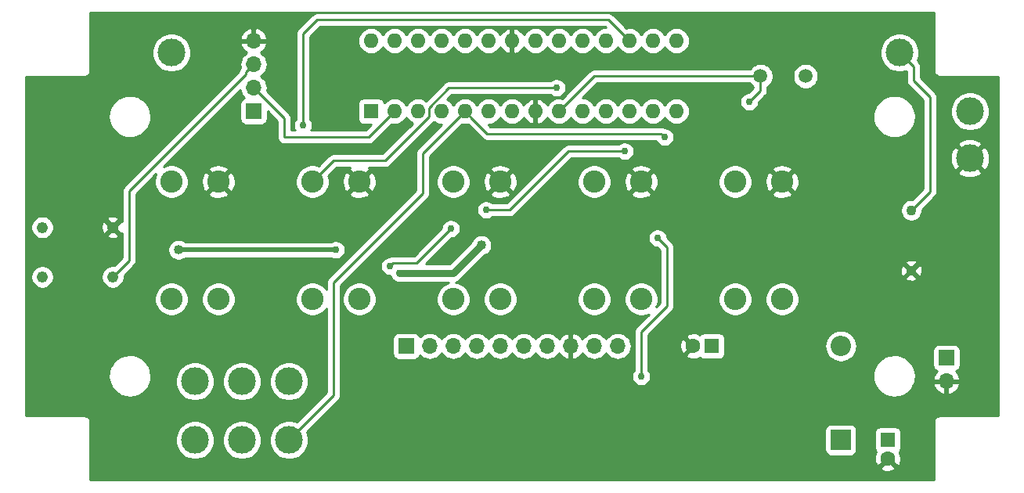
<source format=gbl>
G04 #@! TF.GenerationSoftware,KiCad,Pcbnew,(5.1.0)-1*
G04 #@! TF.CreationDate,2019-04-13T14:57:07-07:00*
G04 #@! TF.ProjectId,AS.001.revA,41532e30-3031-42e7-9265-76412e6b6963,Rev A*
G04 #@! TF.SameCoordinates,Original*
G04 #@! TF.FileFunction,Copper,L2,Bot*
G04 #@! TF.FilePolarity,Positive*
%FSLAX46Y46*%
G04 Gerber Fmt 4.6, Leading zero omitted, Abs format (unit mm)*
G04 Created by KiCad (PCBNEW (5.1.0)-1) date 2019-04-13 14:57:07*
%MOMM*%
%LPD*%
G04 APERTURE LIST*
%ADD10C,1.600000*%
%ADD11R,1.600000X1.600000*%
%ADD12R,2.200000X2.200000*%
%ADD13O,2.200000X2.200000*%
%ADD14R,1.700000X1.700000*%
%ADD15O,1.700000X1.700000*%
%ADD16C,1.100000*%
%ADD17C,2.413000*%
%ADD18C,1.219200*%
%ADD19C,3.000000*%
%ADD20O,1.600000X1.600000*%
%ADD21C,1.500000*%
%ADD22C,1.016000*%
%ADD23C,0.762000*%
%ADD24C,0.508000*%
%ADD25C,0.762000*%
%ADD26C,0.254000*%
G04 APERTURE END LIST*
D10*
X144780000Y-99790000D03*
D11*
X144780000Y-97790000D03*
X125730000Y-87630000D03*
D10*
X123730000Y-87630000D03*
D12*
X139700000Y-97790000D03*
D13*
X139700000Y-87630000D03*
D14*
X151130000Y-88900000D03*
D15*
X151130000Y-91440000D03*
D14*
X92710000Y-87630000D03*
D15*
X95250000Y-87630000D03*
X97790000Y-87630000D03*
X100330000Y-87630000D03*
X102870000Y-87630000D03*
X105410000Y-87630000D03*
X107950000Y-87630000D03*
X110490000Y-87630000D03*
X113030000Y-87630000D03*
X115570000Y-87630000D03*
D14*
X76200000Y-62230000D03*
D15*
X76200000Y-59690000D03*
X76200000Y-57150000D03*
X76200000Y-54610000D03*
D16*
X147320000Y-72950000D03*
X147320000Y-79450000D03*
D17*
X133350000Y-82550000D03*
X133350000Y-69850000D03*
X128270000Y-82550000D03*
X128270000Y-69850000D03*
X113030000Y-69850000D03*
X113030000Y-82550000D03*
X118110000Y-69850000D03*
X118110000Y-82550000D03*
X102870000Y-82550000D03*
X102870000Y-69850000D03*
X97790000Y-82550000D03*
X97790000Y-69850000D03*
X82550000Y-69850000D03*
X82550000Y-82550000D03*
X87630000Y-69850000D03*
X87630000Y-82550000D03*
X67310000Y-69850000D03*
X67310000Y-82550000D03*
X72390000Y-69850000D03*
X72390000Y-82550000D03*
D18*
X60960000Y-80149700D03*
X53340000Y-80149700D03*
X60960000Y-74790300D03*
X53340000Y-74790300D03*
D19*
X153670000Y-62230000D03*
X153670000Y-67310000D03*
X80010000Y-97790000D03*
X74930000Y-97790000D03*
X80010000Y-91440000D03*
X146050000Y-55880000D03*
X74930000Y-91440000D03*
X69850000Y-91440000D03*
X69850000Y-97790000D03*
X67310000Y-55880000D03*
D11*
X88900000Y-62230000D03*
D20*
X121920000Y-54610000D03*
X91440000Y-62230000D03*
X119380000Y-54610000D03*
X93980000Y-62230000D03*
X116840000Y-54610000D03*
X96520000Y-62230000D03*
X114300000Y-54610000D03*
X99060000Y-62230000D03*
X111760000Y-54610000D03*
X101600000Y-62230000D03*
X109220000Y-54610000D03*
X104140000Y-62230000D03*
X106680000Y-54610000D03*
X106680000Y-62230000D03*
X104140000Y-54610000D03*
X109220000Y-62230000D03*
X101600000Y-54610000D03*
X111760000Y-62230000D03*
X99060000Y-54610000D03*
X114300000Y-62230000D03*
X96520000Y-54610000D03*
X116840000Y-62230000D03*
X93980000Y-54610000D03*
X119380000Y-62230000D03*
X91440000Y-54610000D03*
X121920000Y-62230000D03*
X88900000Y-54610000D03*
D21*
X135890000Y-58420000D03*
X131010000Y-58420000D03*
D22*
X134620000Y-64516000D03*
X68072000Y-77216000D03*
D23*
X85090000Y-77216000D03*
X91948000Y-79756000D03*
D22*
X100838000Y-76708000D03*
D23*
X129794000Y-61214000D03*
X120650000Y-65024000D03*
X118110000Y-90932000D03*
X119888000Y-75946000D03*
X90932000Y-78994000D03*
X97536000Y-74930000D03*
X116332000Y-66548000D03*
X101346000Y-72898000D03*
X108966000Y-59690000D03*
X81534000Y-63754000D03*
D24*
X68072000Y-77216000D02*
X85090000Y-77216000D01*
D25*
X91948000Y-79756000D02*
X97790000Y-79756000D01*
X97790000Y-79756000D02*
X100838000Y-76708000D01*
D26*
X131010000Y-58420000D02*
X131010000Y-59744000D01*
X113030000Y-58420000D02*
X109220000Y-62230000D01*
X131010000Y-58420000D02*
X113030000Y-58420000D01*
X131010000Y-59744000D02*
X131010000Y-59998000D01*
X131010000Y-59998000D02*
X129794000Y-61214000D01*
X79502000Y-62992000D02*
X79502000Y-65024000D01*
X76200000Y-59690000D02*
X79502000Y-62992000D01*
X88646000Y-65024000D02*
X91440000Y-62230000D01*
X79502000Y-65024000D02*
X88646000Y-65024000D01*
X75350001Y-57999999D02*
X75350001Y-58253999D01*
X76200000Y-57150000D02*
X75350001Y-57999999D01*
X75350001Y-58253999D02*
X62738000Y-70866000D01*
X62738000Y-78371700D02*
X60960000Y-80149700D01*
X62738000Y-70866000D02*
X62738000Y-78371700D01*
X147549999Y-57379999D02*
X147549999Y-58903999D01*
X146050000Y-55880000D02*
X147549999Y-57379999D01*
X147549999Y-58903999D02*
X149352000Y-60706000D01*
X149352000Y-70918000D02*
X147320000Y-72950000D01*
X149352000Y-60706000D02*
X149352000Y-70918000D01*
X99859999Y-63029999D02*
X99060000Y-62230000D01*
X101473001Y-64643001D02*
X99859999Y-63029999D01*
X120269001Y-64643001D02*
X101473001Y-64643001D01*
X120650000Y-65024000D02*
X120269001Y-64643001D01*
X84836000Y-92964000D02*
X84836000Y-80772000D01*
X80010000Y-97790000D02*
X84836000Y-92964000D01*
X84836000Y-80772000D02*
X94488000Y-71120000D01*
X94488000Y-66802000D02*
X99060000Y-62230000D01*
X94488000Y-71120000D02*
X94488000Y-66802000D01*
X118110000Y-90932000D02*
X118110000Y-86106000D01*
X118110000Y-86106000D02*
X120904000Y-83312000D01*
X120904000Y-83312000D02*
X120904000Y-76962000D01*
X120904000Y-76962000D02*
X119888000Y-75946000D01*
X91312999Y-78613001D02*
X93852999Y-78613001D01*
X90932000Y-78994000D02*
X91312999Y-78613001D01*
X93852999Y-78613001D02*
X97536000Y-74930000D01*
X116332000Y-66548000D02*
X115793185Y-66548000D01*
X115793185Y-66548000D02*
X110236000Y-66548000D01*
X110236000Y-66548000D02*
X103886000Y-72898000D01*
X103886000Y-72898000D02*
X101346000Y-72898000D01*
X95161001Y-61841117D02*
X95161001Y-62826999D01*
X108966000Y-59690000D02*
X97312118Y-59690000D01*
X97312118Y-59690000D02*
X95161001Y-61841117D01*
X95161001Y-62826999D02*
X90424000Y-67564000D01*
X84836000Y-67564000D02*
X82550000Y-69850000D01*
X90424000Y-67564000D02*
X84836000Y-67564000D01*
X81534000Y-63754000D02*
X81534000Y-53848000D01*
X81534000Y-53848000D02*
X83058000Y-52324000D01*
X114554000Y-52324000D02*
X116840000Y-54610000D01*
X83058000Y-52324000D02*
X114554000Y-52324000D01*
G36*
X149760000Y-57748895D02*
G01*
X149756444Y-57785000D01*
X149770635Y-57929085D01*
X149812663Y-58067633D01*
X149880913Y-58195320D01*
X149972762Y-58307238D01*
X150040194Y-58362578D01*
X150084680Y-58399087D01*
X150212367Y-58467337D01*
X150350915Y-58509365D01*
X150495000Y-58523556D01*
X150531105Y-58520000D01*
X156745001Y-58520000D01*
X156745000Y-95150000D01*
X150531105Y-95150000D01*
X150495000Y-95146444D01*
X150458895Y-95150000D01*
X150350915Y-95160635D01*
X150212367Y-95202663D01*
X150084680Y-95270913D01*
X149972762Y-95362762D01*
X149880913Y-95474680D01*
X149812663Y-95602367D01*
X149770635Y-95740915D01*
X149756444Y-95885000D01*
X149760001Y-95921115D01*
X149760000Y-102135000D01*
X58520000Y-102135000D01*
X58520000Y-100782702D01*
X143966903Y-100782702D01*
X144038486Y-101026671D01*
X144293996Y-101147571D01*
X144568184Y-101216300D01*
X144850512Y-101230217D01*
X145130130Y-101188787D01*
X145396292Y-101093603D01*
X145521514Y-101026671D01*
X145593097Y-100782702D01*
X144780000Y-99969605D01*
X143966903Y-100782702D01*
X58520000Y-100782702D01*
X58520000Y-97579721D01*
X67715000Y-97579721D01*
X67715000Y-98000279D01*
X67797047Y-98412756D01*
X67957988Y-98801302D01*
X68191637Y-99150983D01*
X68489017Y-99448363D01*
X68838698Y-99682012D01*
X69227244Y-99842953D01*
X69639721Y-99925000D01*
X70060279Y-99925000D01*
X70472756Y-99842953D01*
X70861302Y-99682012D01*
X71210983Y-99448363D01*
X71508363Y-99150983D01*
X71742012Y-98801302D01*
X71902953Y-98412756D01*
X71985000Y-98000279D01*
X71985000Y-97579721D01*
X72795000Y-97579721D01*
X72795000Y-98000279D01*
X72877047Y-98412756D01*
X73037988Y-98801302D01*
X73271637Y-99150983D01*
X73569017Y-99448363D01*
X73918698Y-99682012D01*
X74307244Y-99842953D01*
X74719721Y-99925000D01*
X75140279Y-99925000D01*
X75552756Y-99842953D01*
X75941302Y-99682012D01*
X76290983Y-99448363D01*
X76588363Y-99150983D01*
X76822012Y-98801302D01*
X76982953Y-98412756D01*
X77065000Y-98000279D01*
X77065000Y-97579721D01*
X76982953Y-97167244D01*
X76822012Y-96778698D01*
X76588363Y-96429017D01*
X76290983Y-96131637D01*
X75941302Y-95897988D01*
X75552756Y-95737047D01*
X75140279Y-95655000D01*
X74719721Y-95655000D01*
X74307244Y-95737047D01*
X73918698Y-95897988D01*
X73569017Y-96131637D01*
X73271637Y-96429017D01*
X73037988Y-96778698D01*
X72877047Y-97167244D01*
X72795000Y-97579721D01*
X71985000Y-97579721D01*
X71902953Y-97167244D01*
X71742012Y-96778698D01*
X71508363Y-96429017D01*
X71210983Y-96131637D01*
X70861302Y-95897988D01*
X70472756Y-95737047D01*
X70060279Y-95655000D01*
X69639721Y-95655000D01*
X69227244Y-95737047D01*
X68838698Y-95897988D01*
X68489017Y-96131637D01*
X68191637Y-96429017D01*
X67957988Y-96778698D01*
X67797047Y-97167244D01*
X67715000Y-97579721D01*
X58520000Y-97579721D01*
X58520000Y-95921104D01*
X58523556Y-95885000D01*
X58509365Y-95740915D01*
X58467337Y-95602367D01*
X58399087Y-95474680D01*
X58307238Y-95362762D01*
X58195320Y-95270913D01*
X58067633Y-95202663D01*
X57929085Y-95160635D01*
X57821105Y-95150000D01*
X57785000Y-95146444D01*
X57748895Y-95150000D01*
X51535000Y-95150000D01*
X51535000Y-90900857D01*
X60484226Y-90900857D01*
X60534643Y-91350335D01*
X60671404Y-91781460D01*
X60889299Y-92177811D01*
X61180030Y-92524290D01*
X61532522Y-92807701D01*
X61933349Y-93017249D01*
X62367244Y-93144951D01*
X62817679Y-93185944D01*
X63267498Y-93138666D01*
X63699567Y-93004918D01*
X64097430Y-92789795D01*
X64445930Y-92501490D01*
X64731795Y-92150985D01*
X64944135Y-91751631D01*
X65074864Y-91318638D01*
X65083582Y-91229721D01*
X67715000Y-91229721D01*
X67715000Y-91650279D01*
X67797047Y-92062756D01*
X67957988Y-92451302D01*
X68191637Y-92800983D01*
X68489017Y-93098363D01*
X68838698Y-93332012D01*
X69227244Y-93492953D01*
X69639721Y-93575000D01*
X70060279Y-93575000D01*
X70472756Y-93492953D01*
X70861302Y-93332012D01*
X71210983Y-93098363D01*
X71508363Y-92800983D01*
X71742012Y-92451302D01*
X71902953Y-92062756D01*
X71985000Y-91650279D01*
X71985000Y-91229721D01*
X72795000Y-91229721D01*
X72795000Y-91650279D01*
X72877047Y-92062756D01*
X73037988Y-92451302D01*
X73271637Y-92800983D01*
X73569017Y-93098363D01*
X73918698Y-93332012D01*
X74307244Y-93492953D01*
X74719721Y-93575000D01*
X75140279Y-93575000D01*
X75552756Y-93492953D01*
X75941302Y-93332012D01*
X76290983Y-93098363D01*
X76588363Y-92800983D01*
X76822012Y-92451302D01*
X76982953Y-92062756D01*
X77065000Y-91650279D01*
X77065000Y-91229721D01*
X77875000Y-91229721D01*
X77875000Y-91650279D01*
X77957047Y-92062756D01*
X78117988Y-92451302D01*
X78351637Y-92800983D01*
X78649017Y-93098363D01*
X78998698Y-93332012D01*
X79387244Y-93492953D01*
X79799721Y-93575000D01*
X80220279Y-93575000D01*
X80632756Y-93492953D01*
X81021302Y-93332012D01*
X81370983Y-93098363D01*
X81668363Y-92800983D01*
X81902012Y-92451302D01*
X82062953Y-92062756D01*
X82145000Y-91650279D01*
X82145000Y-91229721D01*
X82062953Y-90817244D01*
X81902012Y-90428698D01*
X81668363Y-90079017D01*
X81370983Y-89781637D01*
X81021302Y-89547988D01*
X80632756Y-89387047D01*
X80220279Y-89305000D01*
X79799721Y-89305000D01*
X79387244Y-89387047D01*
X78998698Y-89547988D01*
X78649017Y-89781637D01*
X78351637Y-90079017D01*
X78117988Y-90428698D01*
X77957047Y-90817244D01*
X77875000Y-91229721D01*
X77065000Y-91229721D01*
X76982953Y-90817244D01*
X76822012Y-90428698D01*
X76588363Y-90079017D01*
X76290983Y-89781637D01*
X75941302Y-89547988D01*
X75552756Y-89387047D01*
X75140279Y-89305000D01*
X74719721Y-89305000D01*
X74307244Y-89387047D01*
X73918698Y-89547988D01*
X73569017Y-89781637D01*
X73271637Y-90079017D01*
X73037988Y-90428698D01*
X72877047Y-90817244D01*
X72795000Y-91229721D01*
X71985000Y-91229721D01*
X71902953Y-90817244D01*
X71742012Y-90428698D01*
X71508363Y-90079017D01*
X71210983Y-89781637D01*
X70861302Y-89547988D01*
X70472756Y-89387047D01*
X70060279Y-89305000D01*
X69639721Y-89305000D01*
X69227244Y-89387047D01*
X68838698Y-89547988D01*
X68489017Y-89781637D01*
X68191637Y-90079017D01*
X67957988Y-90428698D01*
X67797047Y-90817244D01*
X67715000Y-91229721D01*
X65083582Y-91229721D01*
X65119000Y-90868500D01*
X65118096Y-90803792D01*
X65061409Y-90355061D01*
X64918642Y-89925888D01*
X64695233Y-89532618D01*
X64399693Y-89190232D01*
X64043279Y-88911770D01*
X63639565Y-88707840D01*
X63203930Y-88586208D01*
X62752966Y-88551508D01*
X62303851Y-88605062D01*
X61873691Y-88744829D01*
X61478871Y-88965487D01*
X61134430Y-89258629D01*
X60853487Y-89613091D01*
X60646743Y-90015371D01*
X60522073Y-90450147D01*
X60484226Y-90900857D01*
X51535000Y-90900857D01*
X51535000Y-82368628D01*
X65468500Y-82368628D01*
X65468500Y-82731372D01*
X65539268Y-83087146D01*
X65678084Y-83422277D01*
X65879614Y-83723888D01*
X66136112Y-83980386D01*
X66437723Y-84181916D01*
X66772854Y-84320732D01*
X67128628Y-84391500D01*
X67491372Y-84391500D01*
X67847146Y-84320732D01*
X68182277Y-84181916D01*
X68483888Y-83980386D01*
X68740386Y-83723888D01*
X68941916Y-83422277D01*
X69080732Y-83087146D01*
X69151500Y-82731372D01*
X69151500Y-82368628D01*
X70548500Y-82368628D01*
X70548500Y-82731372D01*
X70619268Y-83087146D01*
X70758084Y-83422277D01*
X70959614Y-83723888D01*
X71216112Y-83980386D01*
X71517723Y-84181916D01*
X71852854Y-84320732D01*
X72208628Y-84391500D01*
X72571372Y-84391500D01*
X72927146Y-84320732D01*
X73262277Y-84181916D01*
X73563888Y-83980386D01*
X73820386Y-83723888D01*
X74021916Y-83422277D01*
X74160732Y-83087146D01*
X74231500Y-82731372D01*
X74231500Y-82368628D01*
X74160732Y-82012854D01*
X74021916Y-81677723D01*
X73820386Y-81376112D01*
X73563888Y-81119614D01*
X73262277Y-80918084D01*
X72927146Y-80779268D01*
X72571372Y-80708500D01*
X72208628Y-80708500D01*
X71852854Y-80779268D01*
X71517723Y-80918084D01*
X71216112Y-81119614D01*
X70959614Y-81376112D01*
X70758084Y-81677723D01*
X70619268Y-82012854D01*
X70548500Y-82368628D01*
X69151500Y-82368628D01*
X69080732Y-82012854D01*
X68941916Y-81677723D01*
X68740386Y-81376112D01*
X68483888Y-81119614D01*
X68182277Y-80918084D01*
X67847146Y-80779268D01*
X67491372Y-80708500D01*
X67128628Y-80708500D01*
X66772854Y-80779268D01*
X66437723Y-80918084D01*
X66136112Y-81119614D01*
X65879614Y-81376112D01*
X65678084Y-81677723D01*
X65539268Y-82012854D01*
X65468500Y-82368628D01*
X51535000Y-82368628D01*
X51535000Y-80027118D01*
X52095400Y-80027118D01*
X52095400Y-80272282D01*
X52143229Y-80512736D01*
X52237050Y-80739239D01*
X52373256Y-80943086D01*
X52546614Y-81116444D01*
X52750461Y-81252650D01*
X52976964Y-81346471D01*
X53217418Y-81394300D01*
X53462582Y-81394300D01*
X53703036Y-81346471D01*
X53929539Y-81252650D01*
X54133386Y-81116444D01*
X54306744Y-80943086D01*
X54442950Y-80739239D01*
X54536771Y-80512736D01*
X54584600Y-80272282D01*
X54584600Y-80027118D01*
X59715400Y-80027118D01*
X59715400Y-80272282D01*
X59763229Y-80512736D01*
X59857050Y-80739239D01*
X59993256Y-80943086D01*
X60166614Y-81116444D01*
X60370461Y-81252650D01*
X60596964Y-81346471D01*
X60837418Y-81394300D01*
X61082582Y-81394300D01*
X61323036Y-81346471D01*
X61549539Y-81252650D01*
X61753386Y-81116444D01*
X61926744Y-80943086D01*
X62062950Y-80739239D01*
X62156771Y-80512736D01*
X62204600Y-80272282D01*
X62204600Y-80027118D01*
X62197236Y-79990094D01*
X63250346Y-78936984D01*
X63279422Y-78913122D01*
X63359435Y-78815626D01*
X63374645Y-78797093D01*
X63445401Y-78664716D01*
X63445402Y-78664715D01*
X63488974Y-78521078D01*
X63500000Y-78409126D01*
X63500000Y-78409123D01*
X63503686Y-78371700D01*
X63500000Y-78334277D01*
X63500000Y-77103424D01*
X66929000Y-77103424D01*
X66929000Y-77328576D01*
X66972925Y-77549401D01*
X67059087Y-77757413D01*
X67184174Y-77944620D01*
X67343380Y-78103826D01*
X67530587Y-78228913D01*
X67738599Y-78315075D01*
X67959424Y-78359000D01*
X68184576Y-78359000D01*
X68405401Y-78315075D01*
X68613413Y-78228913D01*
X68798863Y-78105000D01*
X84591731Y-78105000D01*
X84608744Y-78116368D01*
X84793644Y-78192956D01*
X84989933Y-78232000D01*
X85190067Y-78232000D01*
X85386356Y-78192956D01*
X85571256Y-78116368D01*
X85737662Y-78005179D01*
X85879179Y-77863662D01*
X85990368Y-77697256D01*
X86066956Y-77512356D01*
X86106000Y-77316067D01*
X86106000Y-77115933D01*
X86066956Y-76919644D01*
X85990368Y-76734744D01*
X85879179Y-76568338D01*
X85737662Y-76426821D01*
X85571256Y-76315632D01*
X85386356Y-76239044D01*
X85190067Y-76200000D01*
X84989933Y-76200000D01*
X84793644Y-76239044D01*
X84608744Y-76315632D01*
X84591731Y-76327000D01*
X68798863Y-76327000D01*
X68613413Y-76203087D01*
X68405401Y-76116925D01*
X68184576Y-76073000D01*
X67959424Y-76073000D01*
X67738599Y-76116925D01*
X67530587Y-76203087D01*
X67343380Y-76328174D01*
X67184174Y-76487380D01*
X67059087Y-76674587D01*
X66972925Y-76882599D01*
X66929000Y-77103424D01*
X63500000Y-77103424D01*
X63500000Y-71181630D01*
X65659824Y-69021806D01*
X65539268Y-69312854D01*
X65468500Y-69668628D01*
X65468500Y-70031372D01*
X65539268Y-70387146D01*
X65678084Y-70722277D01*
X65879614Y-71023888D01*
X66136112Y-71280386D01*
X66437723Y-71481916D01*
X66772854Y-71620732D01*
X67128628Y-71691500D01*
X67491372Y-71691500D01*
X67847146Y-71620732D01*
X68182277Y-71481916D01*
X68483888Y-71280386D01*
X68631663Y-71132611D01*
X71286994Y-71132611D01*
X71407666Y-71418132D01*
X71732469Y-71579645D01*
X72082540Y-71674688D01*
X72444427Y-71699610D01*
X72804222Y-71653452D01*
X73148099Y-71537988D01*
X73372334Y-71418132D01*
X73493006Y-71132611D01*
X72390000Y-70029605D01*
X71286994Y-71132611D01*
X68631663Y-71132611D01*
X68740386Y-71023888D01*
X68941916Y-70722277D01*
X69080732Y-70387146D01*
X69151500Y-70031372D01*
X69151500Y-69904427D01*
X70540390Y-69904427D01*
X70586548Y-70264222D01*
X70702012Y-70608099D01*
X70821868Y-70832334D01*
X71107389Y-70953006D01*
X72210395Y-69850000D01*
X72569605Y-69850000D01*
X73672611Y-70953006D01*
X73958132Y-70832334D01*
X74119645Y-70507531D01*
X74214688Y-70157460D01*
X74239610Y-69795573D01*
X74193452Y-69435778D01*
X74077988Y-69091901D01*
X73958132Y-68867666D01*
X73672611Y-68746994D01*
X72569605Y-69850000D01*
X72210395Y-69850000D01*
X71107389Y-68746994D01*
X70821868Y-68867666D01*
X70660355Y-69192469D01*
X70565312Y-69542540D01*
X70540390Y-69904427D01*
X69151500Y-69904427D01*
X69151500Y-69668628D01*
X69080732Y-69312854D01*
X68941916Y-68977723D01*
X68740386Y-68676112D01*
X68631663Y-68567389D01*
X71286994Y-68567389D01*
X72390000Y-69670395D01*
X73493006Y-68567389D01*
X73372334Y-68281868D01*
X73047531Y-68120355D01*
X72697460Y-68025312D01*
X72335573Y-68000390D01*
X71975778Y-68046548D01*
X71631901Y-68162012D01*
X71407666Y-68281868D01*
X71286994Y-68567389D01*
X68631663Y-68567389D01*
X68483888Y-68419614D01*
X68182277Y-68218084D01*
X67847146Y-68079268D01*
X67491372Y-68008500D01*
X67128628Y-68008500D01*
X66772854Y-68079268D01*
X66481806Y-68199824D01*
X74733262Y-59948369D01*
X74736487Y-59981111D01*
X74821401Y-60261034D01*
X74959294Y-60519014D01*
X75144866Y-60745134D01*
X75174687Y-60769607D01*
X75105820Y-60790498D01*
X74995506Y-60849463D01*
X74898815Y-60928815D01*
X74819463Y-61025506D01*
X74760498Y-61135820D01*
X74724188Y-61255518D01*
X74711928Y-61380000D01*
X74711928Y-63080000D01*
X74724188Y-63204482D01*
X74760498Y-63324180D01*
X74819463Y-63434494D01*
X74898815Y-63531185D01*
X74995506Y-63610537D01*
X75105820Y-63669502D01*
X75225518Y-63705812D01*
X75350000Y-63718072D01*
X77050000Y-63718072D01*
X77174482Y-63705812D01*
X77294180Y-63669502D01*
X77404494Y-63610537D01*
X77501185Y-63531185D01*
X77580537Y-63434494D01*
X77639502Y-63324180D01*
X77675812Y-63204482D01*
X77688072Y-63080000D01*
X77688072Y-62255703D01*
X78740000Y-63307631D01*
X78740001Y-64986564D01*
X78736314Y-65024000D01*
X78751026Y-65173378D01*
X78794598Y-65317015D01*
X78865355Y-65449392D01*
X78960578Y-65565422D01*
X79076608Y-65660645D01*
X79208985Y-65731402D01*
X79352622Y-65774974D01*
X79464574Y-65786000D01*
X79464575Y-65786000D01*
X79502000Y-65789686D01*
X79539426Y-65786000D01*
X88608577Y-65786000D01*
X88646000Y-65789686D01*
X88683423Y-65786000D01*
X88683426Y-65786000D01*
X88795378Y-65774974D01*
X88939015Y-65731402D01*
X89071392Y-65660645D01*
X89187422Y-65565422D01*
X89211284Y-65536346D01*
X91116264Y-63631366D01*
X91158691Y-63644236D01*
X91369508Y-63665000D01*
X91510492Y-63665000D01*
X91721309Y-63644236D01*
X91991808Y-63562182D01*
X92241101Y-63428932D01*
X92459608Y-63249608D01*
X92638932Y-63031101D01*
X92710000Y-62898142D01*
X92781068Y-63031101D01*
X92960392Y-63249608D01*
X93178899Y-63428932D01*
X93376055Y-63534314D01*
X90108370Y-66802000D01*
X84873422Y-66802000D01*
X84835999Y-66798314D01*
X84798576Y-66802000D01*
X84798574Y-66802000D01*
X84686622Y-66813026D01*
X84542985Y-66856598D01*
X84410608Y-66927355D01*
X84294578Y-67022578D01*
X84270721Y-67051648D01*
X83197423Y-68124946D01*
X83087146Y-68079268D01*
X82731372Y-68008500D01*
X82368628Y-68008500D01*
X82012854Y-68079268D01*
X81677723Y-68218084D01*
X81376112Y-68419614D01*
X81119614Y-68676112D01*
X80918084Y-68977723D01*
X80779268Y-69312854D01*
X80708500Y-69668628D01*
X80708500Y-70031372D01*
X80779268Y-70387146D01*
X80918084Y-70722277D01*
X81119614Y-71023888D01*
X81376112Y-71280386D01*
X81677723Y-71481916D01*
X82012854Y-71620732D01*
X82368628Y-71691500D01*
X82731372Y-71691500D01*
X83087146Y-71620732D01*
X83422277Y-71481916D01*
X83723888Y-71280386D01*
X83871663Y-71132611D01*
X86526994Y-71132611D01*
X86647666Y-71418132D01*
X86972469Y-71579645D01*
X87322540Y-71674688D01*
X87684427Y-71699610D01*
X88044222Y-71653452D01*
X88388099Y-71537988D01*
X88612334Y-71418132D01*
X88733006Y-71132611D01*
X87630000Y-70029605D01*
X86526994Y-71132611D01*
X83871663Y-71132611D01*
X83980386Y-71023888D01*
X84181916Y-70722277D01*
X84320732Y-70387146D01*
X84391500Y-70031372D01*
X84391500Y-69904427D01*
X85780390Y-69904427D01*
X85826548Y-70264222D01*
X85942012Y-70608099D01*
X86061868Y-70832334D01*
X86347389Y-70953006D01*
X87450395Y-69850000D01*
X87809605Y-69850000D01*
X88912611Y-70953006D01*
X89198132Y-70832334D01*
X89359645Y-70507531D01*
X89454688Y-70157460D01*
X89479610Y-69795573D01*
X89433452Y-69435778D01*
X89317988Y-69091901D01*
X89198132Y-68867666D01*
X88912611Y-68746994D01*
X87809605Y-69850000D01*
X87450395Y-69850000D01*
X86347389Y-68746994D01*
X86061868Y-68867666D01*
X85900355Y-69192469D01*
X85805312Y-69542540D01*
X85780390Y-69904427D01*
X84391500Y-69904427D01*
X84391500Y-69668628D01*
X84320732Y-69312854D01*
X84275054Y-69202577D01*
X85151631Y-68326000D01*
X86629014Y-68326000D01*
X86526994Y-68567389D01*
X87630000Y-69670395D01*
X88733006Y-68567389D01*
X88630986Y-68326000D01*
X90386577Y-68326000D01*
X90424000Y-68329686D01*
X90461423Y-68326000D01*
X90461426Y-68326000D01*
X90573378Y-68314974D01*
X90717015Y-68271402D01*
X90849392Y-68200645D01*
X90965422Y-68105422D01*
X90989284Y-68076346D01*
X95673353Y-63392278D01*
X95673795Y-63391916D01*
X95718899Y-63428932D01*
X95968192Y-63562182D01*
X96238691Y-63644236D01*
X96449508Y-63665000D01*
X96547369Y-63665000D01*
X93975649Y-66236721D01*
X93946579Y-66260578D01*
X93922722Y-66289648D01*
X93922721Y-66289649D01*
X93851355Y-66376608D01*
X93780599Y-66508985D01*
X93737027Y-66652622D01*
X93722314Y-66802000D01*
X93726001Y-66839433D01*
X93726000Y-70804369D01*
X84323649Y-80206721D01*
X84294579Y-80230578D01*
X84270722Y-80259648D01*
X84270721Y-80259649D01*
X84199355Y-80346608D01*
X84128599Y-80478985D01*
X84085027Y-80622622D01*
X84070314Y-80772000D01*
X84074001Y-80809433D01*
X84074001Y-81516217D01*
X83980386Y-81376112D01*
X83723888Y-81119614D01*
X83422277Y-80918084D01*
X83087146Y-80779268D01*
X82731372Y-80708500D01*
X82368628Y-80708500D01*
X82012854Y-80779268D01*
X81677723Y-80918084D01*
X81376112Y-81119614D01*
X81119614Y-81376112D01*
X80918084Y-81677723D01*
X80779268Y-82012854D01*
X80708500Y-82368628D01*
X80708500Y-82731372D01*
X80779268Y-83087146D01*
X80918084Y-83422277D01*
X81119614Y-83723888D01*
X81376112Y-83980386D01*
X81677723Y-84181916D01*
X82012854Y-84320732D01*
X82368628Y-84391500D01*
X82731372Y-84391500D01*
X83087146Y-84320732D01*
X83422277Y-84181916D01*
X83723888Y-83980386D01*
X83980386Y-83723888D01*
X84074001Y-83583784D01*
X84074000Y-92648370D01*
X80882059Y-95840311D01*
X80632756Y-95737047D01*
X80220279Y-95655000D01*
X79799721Y-95655000D01*
X79387244Y-95737047D01*
X78998698Y-95897988D01*
X78649017Y-96131637D01*
X78351637Y-96429017D01*
X78117988Y-96778698D01*
X77957047Y-97167244D01*
X77875000Y-97579721D01*
X77875000Y-98000279D01*
X77957047Y-98412756D01*
X78117988Y-98801302D01*
X78351637Y-99150983D01*
X78649017Y-99448363D01*
X78998698Y-99682012D01*
X79387244Y-99842953D01*
X79799721Y-99925000D01*
X80220279Y-99925000D01*
X80544481Y-99860512D01*
X143339783Y-99860512D01*
X143381213Y-100140130D01*
X143476397Y-100406292D01*
X143543329Y-100531514D01*
X143787298Y-100603097D01*
X144600395Y-99790000D01*
X144586253Y-99775858D01*
X144765858Y-99596253D01*
X144780000Y-99610395D01*
X144794143Y-99596253D01*
X144973748Y-99775858D01*
X144959605Y-99790000D01*
X145772702Y-100603097D01*
X146016671Y-100531514D01*
X146137571Y-100276004D01*
X146206300Y-100001816D01*
X146220217Y-99719488D01*
X146178787Y-99439870D01*
X146083603Y-99173708D01*
X146018384Y-99051691D01*
X146031185Y-99041185D01*
X146110537Y-98944494D01*
X146169502Y-98834180D01*
X146205812Y-98714482D01*
X146218072Y-98590000D01*
X146218072Y-96990000D01*
X146205812Y-96865518D01*
X146169502Y-96745820D01*
X146110537Y-96635506D01*
X146031185Y-96538815D01*
X145934494Y-96459463D01*
X145824180Y-96400498D01*
X145704482Y-96364188D01*
X145580000Y-96351928D01*
X143980000Y-96351928D01*
X143855518Y-96364188D01*
X143735820Y-96400498D01*
X143625506Y-96459463D01*
X143528815Y-96538815D01*
X143449463Y-96635506D01*
X143390498Y-96745820D01*
X143354188Y-96865518D01*
X143341928Y-96990000D01*
X143341928Y-98590000D01*
X143354188Y-98714482D01*
X143390498Y-98834180D01*
X143449463Y-98944494D01*
X143528815Y-99041185D01*
X143541758Y-99051807D01*
X143422429Y-99303996D01*
X143353700Y-99578184D01*
X143339783Y-99860512D01*
X80544481Y-99860512D01*
X80632756Y-99842953D01*
X81021302Y-99682012D01*
X81370983Y-99448363D01*
X81668363Y-99150983D01*
X81902012Y-98801302D01*
X82062953Y-98412756D01*
X82145000Y-98000279D01*
X82145000Y-97579721D01*
X82062953Y-97167244D01*
X81959689Y-96917941D01*
X82187630Y-96690000D01*
X137961928Y-96690000D01*
X137961928Y-98890000D01*
X137974188Y-99014482D01*
X138010498Y-99134180D01*
X138069463Y-99244494D01*
X138148815Y-99341185D01*
X138245506Y-99420537D01*
X138355820Y-99479502D01*
X138475518Y-99515812D01*
X138600000Y-99528072D01*
X140800000Y-99528072D01*
X140924482Y-99515812D01*
X141044180Y-99479502D01*
X141154494Y-99420537D01*
X141251185Y-99341185D01*
X141330537Y-99244494D01*
X141389502Y-99134180D01*
X141425812Y-99014482D01*
X141438072Y-98890000D01*
X141438072Y-96690000D01*
X141425812Y-96565518D01*
X141389502Y-96445820D01*
X141330537Y-96335506D01*
X141251185Y-96238815D01*
X141154494Y-96159463D01*
X141044180Y-96100498D01*
X140924482Y-96064188D01*
X140800000Y-96051928D01*
X138600000Y-96051928D01*
X138475518Y-96064188D01*
X138355820Y-96100498D01*
X138245506Y-96159463D01*
X138148815Y-96238815D01*
X138069463Y-96335506D01*
X138010498Y-96445820D01*
X137974188Y-96565518D01*
X137961928Y-96690000D01*
X82187630Y-96690000D01*
X85348347Y-93529283D01*
X85377422Y-93505422D01*
X85437857Y-93431781D01*
X85472645Y-93389393D01*
X85543401Y-93257016D01*
X85543402Y-93257015D01*
X85586974Y-93113378D01*
X85598000Y-93001426D01*
X85598000Y-93001423D01*
X85601686Y-92964000D01*
X85598000Y-92926577D01*
X85598000Y-86780000D01*
X91221928Y-86780000D01*
X91221928Y-88480000D01*
X91234188Y-88604482D01*
X91270498Y-88724180D01*
X91329463Y-88834494D01*
X91408815Y-88931185D01*
X91505506Y-89010537D01*
X91615820Y-89069502D01*
X91735518Y-89105812D01*
X91860000Y-89118072D01*
X93560000Y-89118072D01*
X93684482Y-89105812D01*
X93804180Y-89069502D01*
X93914494Y-89010537D01*
X94011185Y-88931185D01*
X94090537Y-88834494D01*
X94149502Y-88724180D01*
X94170393Y-88655313D01*
X94194866Y-88685134D01*
X94420986Y-88870706D01*
X94678966Y-89008599D01*
X94958889Y-89093513D01*
X95177050Y-89115000D01*
X95322950Y-89115000D01*
X95541111Y-89093513D01*
X95821034Y-89008599D01*
X96079014Y-88870706D01*
X96305134Y-88685134D01*
X96490706Y-88459014D01*
X96520000Y-88404209D01*
X96549294Y-88459014D01*
X96734866Y-88685134D01*
X96960986Y-88870706D01*
X97218966Y-89008599D01*
X97498889Y-89093513D01*
X97717050Y-89115000D01*
X97862950Y-89115000D01*
X98081111Y-89093513D01*
X98361034Y-89008599D01*
X98619014Y-88870706D01*
X98845134Y-88685134D01*
X99030706Y-88459014D01*
X99060000Y-88404209D01*
X99089294Y-88459014D01*
X99274866Y-88685134D01*
X99500986Y-88870706D01*
X99758966Y-89008599D01*
X100038889Y-89093513D01*
X100257050Y-89115000D01*
X100402950Y-89115000D01*
X100621111Y-89093513D01*
X100901034Y-89008599D01*
X101159014Y-88870706D01*
X101385134Y-88685134D01*
X101570706Y-88459014D01*
X101600000Y-88404209D01*
X101629294Y-88459014D01*
X101814866Y-88685134D01*
X102040986Y-88870706D01*
X102298966Y-89008599D01*
X102578889Y-89093513D01*
X102797050Y-89115000D01*
X102942950Y-89115000D01*
X103161111Y-89093513D01*
X103441034Y-89008599D01*
X103699014Y-88870706D01*
X103925134Y-88685134D01*
X104110706Y-88459014D01*
X104140000Y-88404209D01*
X104169294Y-88459014D01*
X104354866Y-88685134D01*
X104580986Y-88870706D01*
X104838966Y-89008599D01*
X105118889Y-89093513D01*
X105337050Y-89115000D01*
X105482950Y-89115000D01*
X105701111Y-89093513D01*
X105981034Y-89008599D01*
X106239014Y-88870706D01*
X106465134Y-88685134D01*
X106650706Y-88459014D01*
X106680000Y-88404209D01*
X106709294Y-88459014D01*
X106894866Y-88685134D01*
X107120986Y-88870706D01*
X107378966Y-89008599D01*
X107658889Y-89093513D01*
X107877050Y-89115000D01*
X108022950Y-89115000D01*
X108241111Y-89093513D01*
X108521034Y-89008599D01*
X108779014Y-88870706D01*
X109005134Y-88685134D01*
X109190706Y-88459014D01*
X109225201Y-88394477D01*
X109294822Y-88511355D01*
X109489731Y-88727588D01*
X109723080Y-88901641D01*
X109985901Y-89026825D01*
X110133110Y-89071476D01*
X110363000Y-88950155D01*
X110363000Y-87757000D01*
X110343000Y-87757000D01*
X110343000Y-87503000D01*
X110363000Y-87503000D01*
X110363000Y-86309845D01*
X110617000Y-86309845D01*
X110617000Y-87503000D01*
X110637000Y-87503000D01*
X110637000Y-87757000D01*
X110617000Y-87757000D01*
X110617000Y-88950155D01*
X110846890Y-89071476D01*
X110994099Y-89026825D01*
X111256920Y-88901641D01*
X111490269Y-88727588D01*
X111685178Y-88511355D01*
X111754799Y-88394477D01*
X111789294Y-88459014D01*
X111974866Y-88685134D01*
X112200986Y-88870706D01*
X112458966Y-89008599D01*
X112738889Y-89093513D01*
X112957050Y-89115000D01*
X113102950Y-89115000D01*
X113321111Y-89093513D01*
X113601034Y-89008599D01*
X113859014Y-88870706D01*
X114085134Y-88685134D01*
X114270706Y-88459014D01*
X114300000Y-88404209D01*
X114329294Y-88459014D01*
X114514866Y-88685134D01*
X114740986Y-88870706D01*
X114998966Y-89008599D01*
X115278889Y-89093513D01*
X115497050Y-89115000D01*
X115642950Y-89115000D01*
X115861111Y-89093513D01*
X116141034Y-89008599D01*
X116399014Y-88870706D01*
X116625134Y-88685134D01*
X116810706Y-88459014D01*
X116948599Y-88201034D01*
X117033513Y-87921111D01*
X117062185Y-87630000D01*
X117033513Y-87338889D01*
X116948599Y-87058966D01*
X116810706Y-86800986D01*
X116625134Y-86574866D01*
X116399014Y-86389294D01*
X116141034Y-86251401D01*
X115861111Y-86166487D01*
X115642950Y-86145000D01*
X115497050Y-86145000D01*
X115278889Y-86166487D01*
X114998966Y-86251401D01*
X114740986Y-86389294D01*
X114514866Y-86574866D01*
X114329294Y-86800986D01*
X114300000Y-86855791D01*
X114270706Y-86800986D01*
X114085134Y-86574866D01*
X113859014Y-86389294D01*
X113601034Y-86251401D01*
X113321111Y-86166487D01*
X113102950Y-86145000D01*
X112957050Y-86145000D01*
X112738889Y-86166487D01*
X112458966Y-86251401D01*
X112200986Y-86389294D01*
X111974866Y-86574866D01*
X111789294Y-86800986D01*
X111754799Y-86865523D01*
X111685178Y-86748645D01*
X111490269Y-86532412D01*
X111256920Y-86358359D01*
X110994099Y-86233175D01*
X110846890Y-86188524D01*
X110617000Y-86309845D01*
X110363000Y-86309845D01*
X110133110Y-86188524D01*
X109985901Y-86233175D01*
X109723080Y-86358359D01*
X109489731Y-86532412D01*
X109294822Y-86748645D01*
X109225201Y-86865523D01*
X109190706Y-86800986D01*
X109005134Y-86574866D01*
X108779014Y-86389294D01*
X108521034Y-86251401D01*
X108241111Y-86166487D01*
X108022950Y-86145000D01*
X107877050Y-86145000D01*
X107658889Y-86166487D01*
X107378966Y-86251401D01*
X107120986Y-86389294D01*
X106894866Y-86574866D01*
X106709294Y-86800986D01*
X106680000Y-86855791D01*
X106650706Y-86800986D01*
X106465134Y-86574866D01*
X106239014Y-86389294D01*
X105981034Y-86251401D01*
X105701111Y-86166487D01*
X105482950Y-86145000D01*
X105337050Y-86145000D01*
X105118889Y-86166487D01*
X104838966Y-86251401D01*
X104580986Y-86389294D01*
X104354866Y-86574866D01*
X104169294Y-86800986D01*
X104140000Y-86855791D01*
X104110706Y-86800986D01*
X103925134Y-86574866D01*
X103699014Y-86389294D01*
X103441034Y-86251401D01*
X103161111Y-86166487D01*
X102942950Y-86145000D01*
X102797050Y-86145000D01*
X102578889Y-86166487D01*
X102298966Y-86251401D01*
X102040986Y-86389294D01*
X101814866Y-86574866D01*
X101629294Y-86800986D01*
X101600000Y-86855791D01*
X101570706Y-86800986D01*
X101385134Y-86574866D01*
X101159014Y-86389294D01*
X100901034Y-86251401D01*
X100621111Y-86166487D01*
X100402950Y-86145000D01*
X100257050Y-86145000D01*
X100038889Y-86166487D01*
X99758966Y-86251401D01*
X99500986Y-86389294D01*
X99274866Y-86574866D01*
X99089294Y-86800986D01*
X99060000Y-86855791D01*
X99030706Y-86800986D01*
X98845134Y-86574866D01*
X98619014Y-86389294D01*
X98361034Y-86251401D01*
X98081111Y-86166487D01*
X97862950Y-86145000D01*
X97717050Y-86145000D01*
X97498889Y-86166487D01*
X97218966Y-86251401D01*
X96960986Y-86389294D01*
X96734866Y-86574866D01*
X96549294Y-86800986D01*
X96520000Y-86855791D01*
X96490706Y-86800986D01*
X96305134Y-86574866D01*
X96079014Y-86389294D01*
X95821034Y-86251401D01*
X95541111Y-86166487D01*
X95322950Y-86145000D01*
X95177050Y-86145000D01*
X94958889Y-86166487D01*
X94678966Y-86251401D01*
X94420986Y-86389294D01*
X94194866Y-86574866D01*
X94170393Y-86604687D01*
X94149502Y-86535820D01*
X94090537Y-86425506D01*
X94011185Y-86328815D01*
X93914494Y-86249463D01*
X93804180Y-86190498D01*
X93684482Y-86154188D01*
X93560000Y-86141928D01*
X91860000Y-86141928D01*
X91735518Y-86154188D01*
X91615820Y-86190498D01*
X91505506Y-86249463D01*
X91408815Y-86328815D01*
X91329463Y-86425506D01*
X91270498Y-86535820D01*
X91234188Y-86655518D01*
X91221928Y-86780000D01*
X85598000Y-86780000D01*
X85598000Y-82368628D01*
X85788500Y-82368628D01*
X85788500Y-82731372D01*
X85859268Y-83087146D01*
X85998084Y-83422277D01*
X86199614Y-83723888D01*
X86456112Y-83980386D01*
X86757723Y-84181916D01*
X87092854Y-84320732D01*
X87448628Y-84391500D01*
X87811372Y-84391500D01*
X88167146Y-84320732D01*
X88502277Y-84181916D01*
X88803888Y-83980386D01*
X89060386Y-83723888D01*
X89261916Y-83422277D01*
X89400732Y-83087146D01*
X89471500Y-82731372D01*
X89471500Y-82368628D01*
X89400732Y-82012854D01*
X89261916Y-81677723D01*
X89060386Y-81376112D01*
X88803888Y-81119614D01*
X88502277Y-80918084D01*
X88167146Y-80779268D01*
X87811372Y-80708500D01*
X87448628Y-80708500D01*
X87092854Y-80779268D01*
X86757723Y-80918084D01*
X86456112Y-81119614D01*
X86199614Y-81376112D01*
X85998084Y-81677723D01*
X85859268Y-82012854D01*
X85788500Y-82368628D01*
X85598000Y-82368628D01*
X85598000Y-81087630D01*
X87791697Y-78893933D01*
X89916000Y-78893933D01*
X89916000Y-79094067D01*
X89955044Y-79290356D01*
X90031632Y-79475256D01*
X90142821Y-79641662D01*
X90284338Y-79783179D01*
X90450744Y-79894368D01*
X90635644Y-79970956D01*
X90831933Y-80010000D01*
X90962619Y-80010000D01*
X90971044Y-80052356D01*
X90990244Y-80098709D01*
X91004798Y-80146687D01*
X91028433Y-80190905D01*
X91047632Y-80237256D01*
X91075503Y-80278968D01*
X91099140Y-80323190D01*
X91130952Y-80361953D01*
X91158821Y-80403662D01*
X91194292Y-80439133D01*
X91226104Y-80477896D01*
X91264865Y-80509706D01*
X91300338Y-80545179D01*
X91342047Y-80573048D01*
X91380810Y-80604860D01*
X91425032Y-80628497D01*
X91466744Y-80656368D01*
X91513095Y-80675567D01*
X91557313Y-80699202D01*
X91605291Y-80713756D01*
X91651644Y-80732956D01*
X91700849Y-80742743D01*
X91748829Y-80757298D01*
X91798729Y-80762213D01*
X91847933Y-80772000D01*
X97289393Y-80772000D01*
X97252854Y-80779268D01*
X96917723Y-80918084D01*
X96616112Y-81119614D01*
X96359614Y-81376112D01*
X96158084Y-81677723D01*
X96019268Y-82012854D01*
X95948500Y-82368628D01*
X95948500Y-82731372D01*
X96019268Y-83087146D01*
X96158084Y-83422277D01*
X96359614Y-83723888D01*
X96616112Y-83980386D01*
X96917723Y-84181916D01*
X97252854Y-84320732D01*
X97608628Y-84391500D01*
X97971372Y-84391500D01*
X98327146Y-84320732D01*
X98662277Y-84181916D01*
X98963888Y-83980386D01*
X99220386Y-83723888D01*
X99421916Y-83422277D01*
X99560732Y-83087146D01*
X99631500Y-82731372D01*
X99631500Y-82368628D01*
X101028500Y-82368628D01*
X101028500Y-82731372D01*
X101099268Y-83087146D01*
X101238084Y-83422277D01*
X101439614Y-83723888D01*
X101696112Y-83980386D01*
X101997723Y-84181916D01*
X102332854Y-84320732D01*
X102688628Y-84391500D01*
X103051372Y-84391500D01*
X103407146Y-84320732D01*
X103742277Y-84181916D01*
X104043888Y-83980386D01*
X104300386Y-83723888D01*
X104501916Y-83422277D01*
X104640732Y-83087146D01*
X104711500Y-82731372D01*
X104711500Y-82368628D01*
X111188500Y-82368628D01*
X111188500Y-82731372D01*
X111259268Y-83087146D01*
X111398084Y-83422277D01*
X111599614Y-83723888D01*
X111856112Y-83980386D01*
X112157723Y-84181916D01*
X112492854Y-84320732D01*
X112848628Y-84391500D01*
X113211372Y-84391500D01*
X113567146Y-84320732D01*
X113902277Y-84181916D01*
X114203888Y-83980386D01*
X114460386Y-83723888D01*
X114661916Y-83422277D01*
X114800732Y-83087146D01*
X114871500Y-82731372D01*
X114871500Y-82368628D01*
X116268500Y-82368628D01*
X116268500Y-82731372D01*
X116339268Y-83087146D01*
X116478084Y-83422277D01*
X116679614Y-83723888D01*
X116936112Y-83980386D01*
X117237723Y-84181916D01*
X117572854Y-84320732D01*
X117928628Y-84391500D01*
X118291372Y-84391500D01*
X118647146Y-84320732D01*
X118938194Y-84200176D01*
X117597649Y-85540721D01*
X117568579Y-85564578D01*
X117544722Y-85593648D01*
X117544721Y-85593649D01*
X117473355Y-85680608D01*
X117402599Y-85812985D01*
X117359027Y-85956622D01*
X117344314Y-86106000D01*
X117348001Y-86143433D01*
X117348000Y-90257159D01*
X117320821Y-90284338D01*
X117209632Y-90450744D01*
X117133044Y-90635644D01*
X117094000Y-90831933D01*
X117094000Y-91032067D01*
X117133044Y-91228356D01*
X117209632Y-91413256D01*
X117320821Y-91579662D01*
X117462338Y-91721179D01*
X117628744Y-91832368D01*
X117813644Y-91908956D01*
X118009933Y-91948000D01*
X118210067Y-91948000D01*
X118406356Y-91908956D01*
X118591256Y-91832368D01*
X118757662Y-91721179D01*
X118899179Y-91579662D01*
X119010368Y-91413256D01*
X119086956Y-91228356D01*
X119126000Y-91032067D01*
X119126000Y-90900857D01*
X143161226Y-90900857D01*
X143211643Y-91350335D01*
X143348404Y-91781460D01*
X143566299Y-92177811D01*
X143857030Y-92524290D01*
X144209522Y-92807701D01*
X144610349Y-93017249D01*
X145044244Y-93144951D01*
X145494679Y-93185944D01*
X145944498Y-93138666D01*
X146376567Y-93004918D01*
X146774430Y-92789795D01*
X147122930Y-92501490D01*
X147408795Y-92150985D01*
X147597070Y-91796890D01*
X149688524Y-91796890D01*
X149733175Y-91944099D01*
X149858359Y-92206920D01*
X150032412Y-92440269D01*
X150248645Y-92635178D01*
X150498748Y-92784157D01*
X150773109Y-92881481D01*
X151003000Y-92760814D01*
X151003000Y-91567000D01*
X151257000Y-91567000D01*
X151257000Y-92760814D01*
X151486891Y-92881481D01*
X151761252Y-92784157D01*
X152011355Y-92635178D01*
X152227588Y-92440269D01*
X152401641Y-92206920D01*
X152526825Y-91944099D01*
X152571476Y-91796890D01*
X152450155Y-91567000D01*
X151257000Y-91567000D01*
X151003000Y-91567000D01*
X149809845Y-91567000D01*
X149688524Y-91796890D01*
X147597070Y-91796890D01*
X147621135Y-91751631D01*
X147751864Y-91318638D01*
X147796000Y-90868500D01*
X147795096Y-90803792D01*
X147738409Y-90355061D01*
X147595642Y-89925888D01*
X147372233Y-89532618D01*
X147076693Y-89190232D01*
X146720279Y-88911770D01*
X146316565Y-88707840D01*
X145880930Y-88586208D01*
X145429966Y-88551508D01*
X144980851Y-88605062D01*
X144550691Y-88744829D01*
X144155871Y-88965487D01*
X143811430Y-89258629D01*
X143530487Y-89613091D01*
X143323743Y-90015371D01*
X143199073Y-90450147D01*
X143161226Y-90900857D01*
X119126000Y-90900857D01*
X119126000Y-90831933D01*
X119086956Y-90635644D01*
X119010368Y-90450744D01*
X118899179Y-90284338D01*
X118872000Y-90257159D01*
X118872000Y-87700512D01*
X122289783Y-87700512D01*
X122331213Y-87980130D01*
X122426397Y-88246292D01*
X122493329Y-88371514D01*
X122737298Y-88443097D01*
X123550395Y-87630000D01*
X122737298Y-86816903D01*
X122493329Y-86888486D01*
X122372429Y-87143996D01*
X122303700Y-87418184D01*
X122289783Y-87700512D01*
X118872000Y-87700512D01*
X118872000Y-86637298D01*
X122916903Y-86637298D01*
X123730000Y-87450395D01*
X123744143Y-87436253D01*
X123923748Y-87615858D01*
X123909605Y-87630000D01*
X123923748Y-87644143D01*
X123744143Y-87823748D01*
X123730000Y-87809605D01*
X122916903Y-88622702D01*
X122988486Y-88866671D01*
X123243996Y-88987571D01*
X123518184Y-89056300D01*
X123800512Y-89070217D01*
X124080130Y-89028787D01*
X124346292Y-88933603D01*
X124468309Y-88868384D01*
X124478815Y-88881185D01*
X124575506Y-88960537D01*
X124685820Y-89019502D01*
X124805518Y-89055812D01*
X124930000Y-89068072D01*
X126530000Y-89068072D01*
X126654482Y-89055812D01*
X126774180Y-89019502D01*
X126884494Y-88960537D01*
X126981185Y-88881185D01*
X127060537Y-88784494D01*
X127119502Y-88674180D01*
X127155812Y-88554482D01*
X127168072Y-88430000D01*
X127168072Y-87630000D01*
X137956606Y-87630000D01*
X137990105Y-87970119D01*
X138089314Y-88297168D01*
X138250421Y-88598578D01*
X138467234Y-88862766D01*
X138731422Y-89079579D01*
X139032832Y-89240686D01*
X139359881Y-89339895D01*
X139614775Y-89365000D01*
X139785225Y-89365000D01*
X140040119Y-89339895D01*
X140367168Y-89240686D01*
X140668578Y-89079579D01*
X140932766Y-88862766D01*
X141149579Y-88598578D01*
X141310686Y-88297168D01*
X141385663Y-88050000D01*
X149641928Y-88050000D01*
X149641928Y-89750000D01*
X149654188Y-89874482D01*
X149690498Y-89994180D01*
X149749463Y-90104494D01*
X149828815Y-90201185D01*
X149925506Y-90280537D01*
X150035820Y-90339502D01*
X150116466Y-90363966D01*
X150032412Y-90439731D01*
X149858359Y-90673080D01*
X149733175Y-90935901D01*
X149688524Y-91083110D01*
X149809845Y-91313000D01*
X151003000Y-91313000D01*
X151003000Y-91293000D01*
X151257000Y-91293000D01*
X151257000Y-91313000D01*
X152450155Y-91313000D01*
X152571476Y-91083110D01*
X152526825Y-90935901D01*
X152401641Y-90673080D01*
X152227588Y-90439731D01*
X152143534Y-90363966D01*
X152224180Y-90339502D01*
X152334494Y-90280537D01*
X152431185Y-90201185D01*
X152510537Y-90104494D01*
X152569502Y-89994180D01*
X152605812Y-89874482D01*
X152618072Y-89750000D01*
X152618072Y-88050000D01*
X152605812Y-87925518D01*
X152569502Y-87805820D01*
X152510537Y-87695506D01*
X152431185Y-87598815D01*
X152334494Y-87519463D01*
X152224180Y-87460498D01*
X152104482Y-87424188D01*
X151980000Y-87411928D01*
X150280000Y-87411928D01*
X150155518Y-87424188D01*
X150035820Y-87460498D01*
X149925506Y-87519463D01*
X149828815Y-87598815D01*
X149749463Y-87695506D01*
X149690498Y-87805820D01*
X149654188Y-87925518D01*
X149641928Y-88050000D01*
X141385663Y-88050000D01*
X141409895Y-87970119D01*
X141443394Y-87630000D01*
X141409895Y-87289881D01*
X141310686Y-86962832D01*
X141149579Y-86661422D01*
X140932766Y-86397234D01*
X140668578Y-86180421D01*
X140367168Y-86019314D01*
X140040119Y-85920105D01*
X139785225Y-85895000D01*
X139614775Y-85895000D01*
X139359881Y-85920105D01*
X139032832Y-86019314D01*
X138731422Y-86180421D01*
X138467234Y-86397234D01*
X138250421Y-86661422D01*
X138089314Y-86962832D01*
X137990105Y-87289881D01*
X137956606Y-87630000D01*
X127168072Y-87630000D01*
X127168072Y-86830000D01*
X127155812Y-86705518D01*
X127119502Y-86585820D01*
X127060537Y-86475506D01*
X126981185Y-86378815D01*
X126884494Y-86299463D01*
X126774180Y-86240498D01*
X126654482Y-86204188D01*
X126530000Y-86191928D01*
X124930000Y-86191928D01*
X124805518Y-86204188D01*
X124685820Y-86240498D01*
X124575506Y-86299463D01*
X124478815Y-86378815D01*
X124468193Y-86391758D01*
X124216004Y-86272429D01*
X123941816Y-86203700D01*
X123659488Y-86189783D01*
X123379870Y-86231213D01*
X123113708Y-86326397D01*
X122988486Y-86393329D01*
X122916903Y-86637298D01*
X118872000Y-86637298D01*
X118872000Y-86421630D01*
X121416347Y-83877283D01*
X121445422Y-83853422D01*
X121505857Y-83779781D01*
X121540645Y-83737393D01*
X121611401Y-83605016D01*
X121611402Y-83605015D01*
X121654974Y-83461378D01*
X121666000Y-83349426D01*
X121666000Y-83349423D01*
X121669686Y-83312000D01*
X121666000Y-83274577D01*
X121666000Y-82368628D01*
X126428500Y-82368628D01*
X126428500Y-82731372D01*
X126499268Y-83087146D01*
X126638084Y-83422277D01*
X126839614Y-83723888D01*
X127096112Y-83980386D01*
X127397723Y-84181916D01*
X127732854Y-84320732D01*
X128088628Y-84391500D01*
X128451372Y-84391500D01*
X128807146Y-84320732D01*
X129142277Y-84181916D01*
X129443888Y-83980386D01*
X129700386Y-83723888D01*
X129901916Y-83422277D01*
X130040732Y-83087146D01*
X130111500Y-82731372D01*
X130111500Y-82368628D01*
X131508500Y-82368628D01*
X131508500Y-82731372D01*
X131579268Y-83087146D01*
X131718084Y-83422277D01*
X131919614Y-83723888D01*
X132176112Y-83980386D01*
X132477723Y-84181916D01*
X132812854Y-84320732D01*
X133168628Y-84391500D01*
X133531372Y-84391500D01*
X133887146Y-84320732D01*
X134222277Y-84181916D01*
X134523888Y-83980386D01*
X134780386Y-83723888D01*
X134981916Y-83422277D01*
X135120732Y-83087146D01*
X135191500Y-82731372D01*
X135191500Y-82368628D01*
X135120732Y-82012854D01*
X134981916Y-81677723D01*
X134780386Y-81376112D01*
X134523888Y-81119614D01*
X134222277Y-80918084D01*
X133887146Y-80779268D01*
X133531372Y-80708500D01*
X133168628Y-80708500D01*
X132812854Y-80779268D01*
X132477723Y-80918084D01*
X132176112Y-81119614D01*
X131919614Y-81376112D01*
X131718084Y-81677723D01*
X131579268Y-82012854D01*
X131508500Y-82368628D01*
X130111500Y-82368628D01*
X130040732Y-82012854D01*
X129901916Y-81677723D01*
X129700386Y-81376112D01*
X129443888Y-81119614D01*
X129142277Y-80918084D01*
X128807146Y-80779268D01*
X128451372Y-80708500D01*
X128088628Y-80708500D01*
X127732854Y-80779268D01*
X127397723Y-80918084D01*
X127096112Y-81119614D01*
X126839614Y-81376112D01*
X126638084Y-81677723D01*
X126499268Y-82012854D01*
X126428500Y-82368628D01*
X121666000Y-82368628D01*
X121666000Y-80263979D01*
X146685626Y-80263979D01*
X146726841Y-80482478D01*
X146939665Y-80578359D01*
X147167105Y-80630878D01*
X147400421Y-80638016D01*
X147630646Y-80599500D01*
X147848934Y-80516808D01*
X147913159Y-80482478D01*
X147954374Y-80263979D01*
X147320000Y-79629605D01*
X146685626Y-80263979D01*
X121666000Y-80263979D01*
X121666000Y-79530421D01*
X146131984Y-79530421D01*
X146170500Y-79760646D01*
X146253192Y-79978934D01*
X146287522Y-80043159D01*
X146506021Y-80084374D01*
X147140395Y-79450000D01*
X147499605Y-79450000D01*
X148133979Y-80084374D01*
X148352478Y-80043159D01*
X148448359Y-79830335D01*
X148500878Y-79602895D01*
X148508016Y-79369579D01*
X148469500Y-79139354D01*
X148386808Y-78921066D01*
X148352478Y-78856841D01*
X148133979Y-78815626D01*
X147499605Y-79450000D01*
X147140395Y-79450000D01*
X146506021Y-78815626D01*
X146287522Y-78856841D01*
X146191641Y-79069665D01*
X146139122Y-79297105D01*
X146131984Y-79530421D01*
X121666000Y-79530421D01*
X121666000Y-78636021D01*
X146685626Y-78636021D01*
X147320000Y-79270395D01*
X147954374Y-78636021D01*
X147913159Y-78417522D01*
X147700335Y-78321641D01*
X147472895Y-78269122D01*
X147239579Y-78261984D01*
X147009354Y-78300500D01*
X146791066Y-78383192D01*
X146726841Y-78417522D01*
X146685626Y-78636021D01*
X121666000Y-78636021D01*
X121666000Y-76999423D01*
X121669686Y-76962000D01*
X121666000Y-76924574D01*
X121654974Y-76812622D01*
X121611402Y-76668985D01*
X121557605Y-76568338D01*
X121540645Y-76536607D01*
X121469279Y-76449648D01*
X121445422Y-76420578D01*
X121416351Y-76396721D01*
X120904000Y-75884370D01*
X120904000Y-75845933D01*
X120864956Y-75649644D01*
X120788368Y-75464744D01*
X120677179Y-75298338D01*
X120535662Y-75156821D01*
X120369256Y-75045632D01*
X120184356Y-74969044D01*
X119988067Y-74930000D01*
X119787933Y-74930000D01*
X119591644Y-74969044D01*
X119406744Y-75045632D01*
X119240338Y-75156821D01*
X119098821Y-75298338D01*
X118987632Y-75464744D01*
X118911044Y-75649644D01*
X118872000Y-75845933D01*
X118872000Y-76046067D01*
X118911044Y-76242356D01*
X118987632Y-76427256D01*
X119098821Y-76593662D01*
X119240338Y-76735179D01*
X119406744Y-76846368D01*
X119591644Y-76922956D01*
X119787933Y-76962000D01*
X119826370Y-76962000D01*
X120142001Y-77277632D01*
X120142000Y-82996370D01*
X119760176Y-83378194D01*
X119880732Y-83087146D01*
X119951500Y-82731372D01*
X119951500Y-82368628D01*
X119880732Y-82012854D01*
X119741916Y-81677723D01*
X119540386Y-81376112D01*
X119283888Y-81119614D01*
X118982277Y-80918084D01*
X118647146Y-80779268D01*
X118291372Y-80708500D01*
X117928628Y-80708500D01*
X117572854Y-80779268D01*
X117237723Y-80918084D01*
X116936112Y-81119614D01*
X116679614Y-81376112D01*
X116478084Y-81677723D01*
X116339268Y-82012854D01*
X116268500Y-82368628D01*
X114871500Y-82368628D01*
X114800732Y-82012854D01*
X114661916Y-81677723D01*
X114460386Y-81376112D01*
X114203888Y-81119614D01*
X113902277Y-80918084D01*
X113567146Y-80779268D01*
X113211372Y-80708500D01*
X112848628Y-80708500D01*
X112492854Y-80779268D01*
X112157723Y-80918084D01*
X111856112Y-81119614D01*
X111599614Y-81376112D01*
X111398084Y-81677723D01*
X111259268Y-82012854D01*
X111188500Y-82368628D01*
X104711500Y-82368628D01*
X104640732Y-82012854D01*
X104501916Y-81677723D01*
X104300386Y-81376112D01*
X104043888Y-81119614D01*
X103742277Y-80918084D01*
X103407146Y-80779268D01*
X103051372Y-80708500D01*
X102688628Y-80708500D01*
X102332854Y-80779268D01*
X101997723Y-80918084D01*
X101696112Y-81119614D01*
X101439614Y-81376112D01*
X101238084Y-81677723D01*
X101099268Y-82012854D01*
X101028500Y-82368628D01*
X99631500Y-82368628D01*
X99560732Y-82012854D01*
X99421916Y-81677723D01*
X99220386Y-81376112D01*
X98963888Y-81119614D01*
X98662277Y-80918084D01*
X98327146Y-80779268D01*
X98079279Y-80729964D01*
X98180687Y-80699202D01*
X98357190Y-80604860D01*
X98511896Y-80477896D01*
X98543712Y-80439128D01*
X101178852Y-77803989D01*
X101379413Y-77720913D01*
X101566620Y-77595826D01*
X101725826Y-77436620D01*
X101850913Y-77249413D01*
X101937075Y-77041401D01*
X101981000Y-76820576D01*
X101981000Y-76595424D01*
X101937075Y-76374599D01*
X101850913Y-76166587D01*
X101725826Y-75979380D01*
X101566620Y-75820174D01*
X101379413Y-75695087D01*
X101171401Y-75608925D01*
X100950576Y-75565000D01*
X100725424Y-75565000D01*
X100504599Y-75608925D01*
X100296587Y-75695087D01*
X100109380Y-75820174D01*
X99950174Y-75979380D01*
X99825087Y-76166587D01*
X99742011Y-76367148D01*
X97369160Y-78740000D01*
X94803630Y-78740000D01*
X97597631Y-75946000D01*
X97636067Y-75946000D01*
X97832356Y-75906956D01*
X98017256Y-75830368D01*
X98183662Y-75719179D01*
X98325179Y-75577662D01*
X98436368Y-75411256D01*
X98512956Y-75226356D01*
X98552000Y-75030067D01*
X98552000Y-74829933D01*
X98512956Y-74633644D01*
X98436368Y-74448744D01*
X98325179Y-74282338D01*
X98183662Y-74140821D01*
X98017256Y-74029632D01*
X97832356Y-73953044D01*
X97636067Y-73914000D01*
X97435933Y-73914000D01*
X97239644Y-73953044D01*
X97054744Y-74029632D01*
X96888338Y-74140821D01*
X96746821Y-74282338D01*
X96635632Y-74448744D01*
X96559044Y-74633644D01*
X96520000Y-74829933D01*
X96520000Y-74868369D01*
X93537369Y-77851001D01*
X91350422Y-77851001D01*
X91312999Y-77847315D01*
X91275576Y-77851001D01*
X91275573Y-77851001D01*
X91163621Y-77862027D01*
X91019984Y-77905599D01*
X90887607Y-77976356D01*
X90885604Y-77978000D01*
X90831933Y-77978000D01*
X90635644Y-78017044D01*
X90450744Y-78093632D01*
X90284338Y-78204821D01*
X90142821Y-78346338D01*
X90031632Y-78512744D01*
X89955044Y-78697644D01*
X89916000Y-78893933D01*
X87791697Y-78893933D01*
X93887697Y-72797933D01*
X100330000Y-72797933D01*
X100330000Y-72998067D01*
X100369044Y-73194356D01*
X100445632Y-73379256D01*
X100556821Y-73545662D01*
X100698338Y-73687179D01*
X100864744Y-73798368D01*
X101049644Y-73874956D01*
X101245933Y-73914000D01*
X101446067Y-73914000D01*
X101642356Y-73874956D01*
X101827256Y-73798368D01*
X101993662Y-73687179D01*
X102020841Y-73660000D01*
X103848577Y-73660000D01*
X103886000Y-73663686D01*
X103923423Y-73660000D01*
X103923426Y-73660000D01*
X104035378Y-73648974D01*
X104179015Y-73605402D01*
X104311392Y-73534645D01*
X104427422Y-73439422D01*
X104451284Y-73410346D01*
X108193002Y-69668628D01*
X111188500Y-69668628D01*
X111188500Y-70031372D01*
X111259268Y-70387146D01*
X111398084Y-70722277D01*
X111599614Y-71023888D01*
X111856112Y-71280386D01*
X112157723Y-71481916D01*
X112492854Y-71620732D01*
X112848628Y-71691500D01*
X113211372Y-71691500D01*
X113567146Y-71620732D01*
X113902277Y-71481916D01*
X114203888Y-71280386D01*
X114351663Y-71132611D01*
X117006994Y-71132611D01*
X117127666Y-71418132D01*
X117452469Y-71579645D01*
X117802540Y-71674688D01*
X118164427Y-71699610D01*
X118524222Y-71653452D01*
X118868099Y-71537988D01*
X119092334Y-71418132D01*
X119213006Y-71132611D01*
X118110000Y-70029605D01*
X117006994Y-71132611D01*
X114351663Y-71132611D01*
X114460386Y-71023888D01*
X114661916Y-70722277D01*
X114800732Y-70387146D01*
X114871500Y-70031372D01*
X114871500Y-69904427D01*
X116260390Y-69904427D01*
X116306548Y-70264222D01*
X116422012Y-70608099D01*
X116541868Y-70832334D01*
X116827389Y-70953006D01*
X117930395Y-69850000D01*
X118289605Y-69850000D01*
X119392611Y-70953006D01*
X119678132Y-70832334D01*
X119839645Y-70507531D01*
X119934688Y-70157460D01*
X119959610Y-69795573D01*
X119943325Y-69668628D01*
X126428500Y-69668628D01*
X126428500Y-70031372D01*
X126499268Y-70387146D01*
X126638084Y-70722277D01*
X126839614Y-71023888D01*
X127096112Y-71280386D01*
X127397723Y-71481916D01*
X127732854Y-71620732D01*
X128088628Y-71691500D01*
X128451372Y-71691500D01*
X128807146Y-71620732D01*
X129142277Y-71481916D01*
X129443888Y-71280386D01*
X129591663Y-71132611D01*
X132246994Y-71132611D01*
X132367666Y-71418132D01*
X132692469Y-71579645D01*
X133042540Y-71674688D01*
X133404427Y-71699610D01*
X133764222Y-71653452D01*
X134108099Y-71537988D01*
X134332334Y-71418132D01*
X134453006Y-71132611D01*
X133350000Y-70029605D01*
X132246994Y-71132611D01*
X129591663Y-71132611D01*
X129700386Y-71023888D01*
X129901916Y-70722277D01*
X130040732Y-70387146D01*
X130111500Y-70031372D01*
X130111500Y-69904427D01*
X131500390Y-69904427D01*
X131546548Y-70264222D01*
X131662012Y-70608099D01*
X131781868Y-70832334D01*
X132067389Y-70953006D01*
X133170395Y-69850000D01*
X133529605Y-69850000D01*
X134632611Y-70953006D01*
X134918132Y-70832334D01*
X135079645Y-70507531D01*
X135174688Y-70157460D01*
X135199610Y-69795573D01*
X135153452Y-69435778D01*
X135037988Y-69091901D01*
X134918132Y-68867666D01*
X134632611Y-68746994D01*
X133529605Y-69850000D01*
X133170395Y-69850000D01*
X132067389Y-68746994D01*
X131781868Y-68867666D01*
X131620355Y-69192469D01*
X131525312Y-69542540D01*
X131500390Y-69904427D01*
X130111500Y-69904427D01*
X130111500Y-69668628D01*
X130040732Y-69312854D01*
X129901916Y-68977723D01*
X129700386Y-68676112D01*
X129591663Y-68567389D01*
X132246994Y-68567389D01*
X133350000Y-69670395D01*
X134453006Y-68567389D01*
X134332334Y-68281868D01*
X134007531Y-68120355D01*
X133657460Y-68025312D01*
X133295573Y-68000390D01*
X132935778Y-68046548D01*
X132591901Y-68162012D01*
X132367666Y-68281868D01*
X132246994Y-68567389D01*
X129591663Y-68567389D01*
X129443888Y-68419614D01*
X129142277Y-68218084D01*
X128807146Y-68079268D01*
X128451372Y-68008500D01*
X128088628Y-68008500D01*
X127732854Y-68079268D01*
X127397723Y-68218084D01*
X127096112Y-68419614D01*
X126839614Y-68676112D01*
X126638084Y-68977723D01*
X126499268Y-69312854D01*
X126428500Y-69668628D01*
X119943325Y-69668628D01*
X119913452Y-69435778D01*
X119797988Y-69091901D01*
X119678132Y-68867666D01*
X119392611Y-68746994D01*
X118289605Y-69850000D01*
X117930395Y-69850000D01*
X116827389Y-68746994D01*
X116541868Y-68867666D01*
X116380355Y-69192469D01*
X116285312Y-69542540D01*
X116260390Y-69904427D01*
X114871500Y-69904427D01*
X114871500Y-69668628D01*
X114800732Y-69312854D01*
X114661916Y-68977723D01*
X114460386Y-68676112D01*
X114351663Y-68567389D01*
X117006994Y-68567389D01*
X118110000Y-69670395D01*
X119213006Y-68567389D01*
X119092334Y-68281868D01*
X118767531Y-68120355D01*
X118417460Y-68025312D01*
X118055573Y-68000390D01*
X117695778Y-68046548D01*
X117351901Y-68162012D01*
X117127666Y-68281868D01*
X117006994Y-68567389D01*
X114351663Y-68567389D01*
X114203888Y-68419614D01*
X113902277Y-68218084D01*
X113567146Y-68079268D01*
X113211372Y-68008500D01*
X112848628Y-68008500D01*
X112492854Y-68079268D01*
X112157723Y-68218084D01*
X111856112Y-68419614D01*
X111599614Y-68676112D01*
X111398084Y-68977723D01*
X111259268Y-69312854D01*
X111188500Y-69668628D01*
X108193002Y-69668628D01*
X110551631Y-67310000D01*
X115657159Y-67310000D01*
X115684338Y-67337179D01*
X115850744Y-67448368D01*
X116035644Y-67524956D01*
X116231933Y-67564000D01*
X116432067Y-67564000D01*
X116628356Y-67524956D01*
X116813256Y-67448368D01*
X116979662Y-67337179D01*
X117121179Y-67195662D01*
X117232368Y-67029256D01*
X117308956Y-66844356D01*
X117348000Y-66648067D01*
X117348000Y-66447933D01*
X117308956Y-66251644D01*
X117232368Y-66066744D01*
X117121179Y-65900338D01*
X116979662Y-65758821D01*
X116813256Y-65647632D01*
X116628356Y-65571044D01*
X116432067Y-65532000D01*
X116231933Y-65532000D01*
X116035644Y-65571044D01*
X115850744Y-65647632D01*
X115684338Y-65758821D01*
X115657159Y-65786000D01*
X110273422Y-65786000D01*
X110235999Y-65782314D01*
X110198576Y-65786000D01*
X110198574Y-65786000D01*
X110086622Y-65797026D01*
X109942985Y-65840598D01*
X109810608Y-65911355D01*
X109694578Y-66006578D01*
X109670721Y-66035648D01*
X103570370Y-72136000D01*
X102020841Y-72136000D01*
X101993662Y-72108821D01*
X101827256Y-71997632D01*
X101642356Y-71921044D01*
X101446067Y-71882000D01*
X101245933Y-71882000D01*
X101049644Y-71921044D01*
X100864744Y-71997632D01*
X100698338Y-72108821D01*
X100556821Y-72250338D01*
X100445632Y-72416744D01*
X100369044Y-72601644D01*
X100330000Y-72797933D01*
X93887697Y-72797933D01*
X95000353Y-71685278D01*
X95029422Y-71661422D01*
X95124645Y-71545392D01*
X95195402Y-71413015D01*
X95238974Y-71269378D01*
X95250000Y-71157426D01*
X95250000Y-71157424D01*
X95253686Y-71120001D01*
X95250000Y-71082578D01*
X95250000Y-69668628D01*
X95948500Y-69668628D01*
X95948500Y-70031372D01*
X96019268Y-70387146D01*
X96158084Y-70722277D01*
X96359614Y-71023888D01*
X96616112Y-71280386D01*
X96917723Y-71481916D01*
X97252854Y-71620732D01*
X97608628Y-71691500D01*
X97971372Y-71691500D01*
X98327146Y-71620732D01*
X98662277Y-71481916D01*
X98963888Y-71280386D01*
X99111663Y-71132611D01*
X101766994Y-71132611D01*
X101887666Y-71418132D01*
X102212469Y-71579645D01*
X102562540Y-71674688D01*
X102924427Y-71699610D01*
X103284222Y-71653452D01*
X103628099Y-71537988D01*
X103852334Y-71418132D01*
X103973006Y-71132611D01*
X102870000Y-70029605D01*
X101766994Y-71132611D01*
X99111663Y-71132611D01*
X99220386Y-71023888D01*
X99421916Y-70722277D01*
X99560732Y-70387146D01*
X99631500Y-70031372D01*
X99631500Y-69904427D01*
X101020390Y-69904427D01*
X101066548Y-70264222D01*
X101182012Y-70608099D01*
X101301868Y-70832334D01*
X101587389Y-70953006D01*
X102690395Y-69850000D01*
X103049605Y-69850000D01*
X104152611Y-70953006D01*
X104438132Y-70832334D01*
X104599645Y-70507531D01*
X104694688Y-70157460D01*
X104719610Y-69795573D01*
X104673452Y-69435778D01*
X104557988Y-69091901D01*
X104438132Y-68867666D01*
X104152611Y-68746994D01*
X103049605Y-69850000D01*
X102690395Y-69850000D01*
X101587389Y-68746994D01*
X101301868Y-68867666D01*
X101140355Y-69192469D01*
X101045312Y-69542540D01*
X101020390Y-69904427D01*
X99631500Y-69904427D01*
X99631500Y-69668628D01*
X99560732Y-69312854D01*
X99421916Y-68977723D01*
X99220386Y-68676112D01*
X99111663Y-68567389D01*
X101766994Y-68567389D01*
X102870000Y-69670395D01*
X103973006Y-68567389D01*
X103852334Y-68281868D01*
X103527531Y-68120355D01*
X103177460Y-68025312D01*
X102815573Y-68000390D01*
X102455778Y-68046548D01*
X102111901Y-68162012D01*
X101887666Y-68281868D01*
X101766994Y-68567389D01*
X99111663Y-68567389D01*
X98963888Y-68419614D01*
X98662277Y-68218084D01*
X98327146Y-68079268D01*
X97971372Y-68008500D01*
X97608628Y-68008500D01*
X97252854Y-68079268D01*
X96917723Y-68218084D01*
X96616112Y-68419614D01*
X96359614Y-68676112D01*
X96158084Y-68977723D01*
X96019268Y-69312854D01*
X95948500Y-69668628D01*
X95250000Y-69668628D01*
X95250000Y-67117630D01*
X98736265Y-63631366D01*
X98778691Y-63644236D01*
X98989508Y-63665000D01*
X99130492Y-63665000D01*
X99341309Y-63644236D01*
X99383736Y-63631366D01*
X100907721Y-65155352D01*
X100931579Y-65184423D01*
X101047609Y-65279646D01*
X101179986Y-65350403D01*
X101323623Y-65393975D01*
X101435575Y-65405001D01*
X101435577Y-65405001D01*
X101473000Y-65408687D01*
X101510423Y-65405001D01*
X119708105Y-65405001D01*
X119749632Y-65505256D01*
X119860821Y-65671662D01*
X120002338Y-65813179D01*
X120168744Y-65924368D01*
X120353644Y-66000956D01*
X120549933Y-66040000D01*
X120750067Y-66040000D01*
X120946356Y-66000956D01*
X121131256Y-65924368D01*
X121297662Y-65813179D01*
X121439179Y-65671662D01*
X121550368Y-65505256D01*
X121626956Y-65320356D01*
X121666000Y-65124067D01*
X121666000Y-64923933D01*
X121626956Y-64727644D01*
X121550368Y-64542744D01*
X121439179Y-64376338D01*
X121297662Y-64234821D01*
X121131256Y-64123632D01*
X120946356Y-64047044D01*
X120750067Y-64008000D01*
X120696396Y-64008000D01*
X120694393Y-64006356D01*
X120562016Y-63935599D01*
X120418379Y-63892027D01*
X120306427Y-63881001D01*
X120306424Y-63881001D01*
X120269001Y-63877315D01*
X120231578Y-63881001D01*
X101788632Y-63881001D01*
X101572631Y-63665000D01*
X101670492Y-63665000D01*
X101881309Y-63644236D01*
X102151808Y-63562182D01*
X102401101Y-63428932D01*
X102619608Y-63249608D01*
X102798932Y-63031101D01*
X102870000Y-62898142D01*
X102941068Y-63031101D01*
X103120392Y-63249608D01*
X103338899Y-63428932D01*
X103588192Y-63562182D01*
X103858691Y-63644236D01*
X104069508Y-63665000D01*
X104210492Y-63665000D01*
X104421309Y-63644236D01*
X104691808Y-63562182D01*
X104941101Y-63428932D01*
X105159608Y-63249608D01*
X105338932Y-63031101D01*
X105412579Y-62893318D01*
X105527615Y-63085131D01*
X105716586Y-63293519D01*
X105942580Y-63461037D01*
X106196913Y-63581246D01*
X106330961Y-63621904D01*
X106553000Y-63499915D01*
X106553000Y-62357000D01*
X106533000Y-62357000D01*
X106533000Y-62103000D01*
X106553000Y-62103000D01*
X106553000Y-60960085D01*
X106807000Y-60960085D01*
X106807000Y-62103000D01*
X106827000Y-62103000D01*
X106827000Y-62357000D01*
X106807000Y-62357000D01*
X106807000Y-63499915D01*
X107029039Y-63621904D01*
X107163087Y-63581246D01*
X107417420Y-63461037D01*
X107643414Y-63293519D01*
X107832385Y-63085131D01*
X107947421Y-62893318D01*
X108021068Y-63031101D01*
X108200392Y-63249608D01*
X108418899Y-63428932D01*
X108668192Y-63562182D01*
X108938691Y-63644236D01*
X109149508Y-63665000D01*
X109290492Y-63665000D01*
X109501309Y-63644236D01*
X109771808Y-63562182D01*
X110021101Y-63428932D01*
X110239608Y-63249608D01*
X110418932Y-63031101D01*
X110490000Y-62898142D01*
X110561068Y-63031101D01*
X110740392Y-63249608D01*
X110958899Y-63428932D01*
X111208192Y-63562182D01*
X111478691Y-63644236D01*
X111689508Y-63665000D01*
X111830492Y-63665000D01*
X112041309Y-63644236D01*
X112311808Y-63562182D01*
X112561101Y-63428932D01*
X112779608Y-63249608D01*
X112958932Y-63031101D01*
X113030000Y-62898142D01*
X113101068Y-63031101D01*
X113280392Y-63249608D01*
X113498899Y-63428932D01*
X113748192Y-63562182D01*
X114018691Y-63644236D01*
X114229508Y-63665000D01*
X114370492Y-63665000D01*
X114581309Y-63644236D01*
X114851808Y-63562182D01*
X115101101Y-63428932D01*
X115319608Y-63249608D01*
X115498932Y-63031101D01*
X115570000Y-62898142D01*
X115641068Y-63031101D01*
X115820392Y-63249608D01*
X116038899Y-63428932D01*
X116288192Y-63562182D01*
X116558691Y-63644236D01*
X116769508Y-63665000D01*
X116910492Y-63665000D01*
X117121309Y-63644236D01*
X117391808Y-63562182D01*
X117641101Y-63428932D01*
X117859608Y-63249608D01*
X118038932Y-63031101D01*
X118110000Y-62898142D01*
X118181068Y-63031101D01*
X118360392Y-63249608D01*
X118578899Y-63428932D01*
X118828192Y-63562182D01*
X119098691Y-63644236D01*
X119309508Y-63665000D01*
X119450492Y-63665000D01*
X119661309Y-63644236D01*
X119931808Y-63562182D01*
X120181101Y-63428932D01*
X120399608Y-63249608D01*
X120578932Y-63031101D01*
X120650000Y-62898142D01*
X120721068Y-63031101D01*
X120900392Y-63249608D01*
X121118899Y-63428932D01*
X121368192Y-63562182D01*
X121638691Y-63644236D01*
X121849508Y-63665000D01*
X121990492Y-63665000D01*
X122201309Y-63644236D01*
X122471808Y-63562182D01*
X122721101Y-63428932D01*
X122939608Y-63249608D01*
X123118932Y-63031101D01*
X123224361Y-62833857D01*
X143161226Y-62833857D01*
X143211643Y-63283335D01*
X143348404Y-63714460D01*
X143566299Y-64110811D01*
X143857030Y-64457290D01*
X144209522Y-64740701D01*
X144610349Y-64950249D01*
X145044244Y-65077951D01*
X145494679Y-65118944D01*
X145944498Y-65071666D01*
X146376567Y-64937918D01*
X146774430Y-64722795D01*
X147122930Y-64434490D01*
X147408795Y-64083985D01*
X147621135Y-63684631D01*
X147751864Y-63251638D01*
X147796000Y-62801500D01*
X147795096Y-62736792D01*
X147738409Y-62288061D01*
X147595642Y-61858888D01*
X147372233Y-61465618D01*
X147076693Y-61123232D01*
X146720279Y-60844770D01*
X146316565Y-60640840D01*
X145880930Y-60519208D01*
X145429966Y-60484508D01*
X144980851Y-60538062D01*
X144550691Y-60677829D01*
X144155871Y-60898487D01*
X143811430Y-61191629D01*
X143530487Y-61546091D01*
X143323743Y-61948371D01*
X143199073Y-62383147D01*
X143161226Y-62833857D01*
X123224361Y-62833857D01*
X123252182Y-62781808D01*
X123334236Y-62511309D01*
X123361943Y-62230000D01*
X123334236Y-61948691D01*
X123252182Y-61678192D01*
X123118932Y-61428899D01*
X122939608Y-61210392D01*
X122721101Y-61031068D01*
X122471808Y-60897818D01*
X122201309Y-60815764D01*
X121990492Y-60795000D01*
X121849508Y-60795000D01*
X121638691Y-60815764D01*
X121368192Y-60897818D01*
X121118899Y-61031068D01*
X120900392Y-61210392D01*
X120721068Y-61428899D01*
X120650000Y-61561858D01*
X120578932Y-61428899D01*
X120399608Y-61210392D01*
X120181101Y-61031068D01*
X119931808Y-60897818D01*
X119661309Y-60815764D01*
X119450492Y-60795000D01*
X119309508Y-60795000D01*
X119098691Y-60815764D01*
X118828192Y-60897818D01*
X118578899Y-61031068D01*
X118360392Y-61210392D01*
X118181068Y-61428899D01*
X118110000Y-61561858D01*
X118038932Y-61428899D01*
X117859608Y-61210392D01*
X117641101Y-61031068D01*
X117391808Y-60897818D01*
X117121309Y-60815764D01*
X116910492Y-60795000D01*
X116769508Y-60795000D01*
X116558691Y-60815764D01*
X116288192Y-60897818D01*
X116038899Y-61031068D01*
X115820392Y-61210392D01*
X115641068Y-61428899D01*
X115570000Y-61561858D01*
X115498932Y-61428899D01*
X115319608Y-61210392D01*
X115101101Y-61031068D01*
X114851808Y-60897818D01*
X114581309Y-60815764D01*
X114370492Y-60795000D01*
X114229508Y-60795000D01*
X114018691Y-60815764D01*
X113748192Y-60897818D01*
X113498899Y-61031068D01*
X113280392Y-61210392D01*
X113101068Y-61428899D01*
X113030000Y-61561858D01*
X112958932Y-61428899D01*
X112779608Y-61210392D01*
X112561101Y-61031068D01*
X112311808Y-60897818D01*
X112041309Y-60815764D01*
X111830492Y-60795000D01*
X111732630Y-60795000D01*
X113345630Y-59182000D01*
X129853427Y-59182000D01*
X129934201Y-59302886D01*
X130127114Y-59495799D01*
X130248001Y-59576573D01*
X130248001Y-59682369D01*
X129732370Y-60198000D01*
X129693933Y-60198000D01*
X129497644Y-60237044D01*
X129312744Y-60313632D01*
X129146338Y-60424821D01*
X129004821Y-60566338D01*
X128893632Y-60732744D01*
X128817044Y-60917644D01*
X128778000Y-61113933D01*
X128778000Y-61314067D01*
X128817044Y-61510356D01*
X128893632Y-61695256D01*
X129004821Y-61861662D01*
X129146338Y-62003179D01*
X129312744Y-62114368D01*
X129497644Y-62190956D01*
X129693933Y-62230000D01*
X129894067Y-62230000D01*
X130090356Y-62190956D01*
X130275256Y-62114368D01*
X130441662Y-62003179D01*
X130583179Y-61861662D01*
X130694368Y-61695256D01*
X130770956Y-61510356D01*
X130810000Y-61314067D01*
X130810000Y-61275630D01*
X131522346Y-60563284D01*
X131551422Y-60539422D01*
X131632216Y-60440974D01*
X131646645Y-60423393D01*
X131717401Y-60291016D01*
X131717402Y-60291015D01*
X131760974Y-60147377D01*
X131772000Y-60035425D01*
X131772000Y-60035423D01*
X131775686Y-59998000D01*
X131772000Y-59960577D01*
X131772000Y-59576573D01*
X131892886Y-59495799D01*
X132085799Y-59302886D01*
X132237371Y-59076043D01*
X132341775Y-58823989D01*
X132395000Y-58556411D01*
X132395000Y-58283589D01*
X134505000Y-58283589D01*
X134505000Y-58556411D01*
X134558225Y-58823989D01*
X134662629Y-59076043D01*
X134814201Y-59302886D01*
X135007114Y-59495799D01*
X135233957Y-59647371D01*
X135486011Y-59751775D01*
X135753589Y-59805000D01*
X136026411Y-59805000D01*
X136293989Y-59751775D01*
X136546043Y-59647371D01*
X136772886Y-59495799D01*
X136965799Y-59302886D01*
X137117371Y-59076043D01*
X137221775Y-58823989D01*
X137275000Y-58556411D01*
X137275000Y-58283589D01*
X137221775Y-58016011D01*
X137117371Y-57763957D01*
X136965799Y-57537114D01*
X136772886Y-57344201D01*
X136546043Y-57192629D01*
X136293989Y-57088225D01*
X136026411Y-57035000D01*
X135753589Y-57035000D01*
X135486011Y-57088225D01*
X135233957Y-57192629D01*
X135007114Y-57344201D01*
X134814201Y-57537114D01*
X134662629Y-57763957D01*
X134558225Y-58016011D01*
X134505000Y-58283589D01*
X132395000Y-58283589D01*
X132341775Y-58016011D01*
X132237371Y-57763957D01*
X132085799Y-57537114D01*
X131892886Y-57344201D01*
X131666043Y-57192629D01*
X131413989Y-57088225D01*
X131146411Y-57035000D01*
X130873589Y-57035000D01*
X130606011Y-57088225D01*
X130353957Y-57192629D01*
X130127114Y-57344201D01*
X129934201Y-57537114D01*
X129853427Y-57658000D01*
X113067423Y-57658000D01*
X113030000Y-57654314D01*
X112992577Y-57658000D01*
X112992574Y-57658000D01*
X112880622Y-57669026D01*
X112736985Y-57712598D01*
X112675364Y-57745535D01*
X112604607Y-57783355D01*
X112577757Y-57805391D01*
X112488578Y-57878578D01*
X112464716Y-57907654D01*
X109543736Y-60828634D01*
X109501309Y-60815764D01*
X109290492Y-60795000D01*
X109149508Y-60795000D01*
X108938691Y-60815764D01*
X108668192Y-60897818D01*
X108418899Y-61031068D01*
X108200392Y-61210392D01*
X108021068Y-61428899D01*
X107947421Y-61566682D01*
X107832385Y-61374869D01*
X107643414Y-61166481D01*
X107417420Y-60998963D01*
X107163087Y-60878754D01*
X107029039Y-60838096D01*
X106807000Y-60960085D01*
X106553000Y-60960085D01*
X106330961Y-60838096D01*
X106196913Y-60878754D01*
X105942580Y-60998963D01*
X105716586Y-61166481D01*
X105527615Y-61374869D01*
X105412579Y-61566682D01*
X105338932Y-61428899D01*
X105159608Y-61210392D01*
X104941101Y-61031068D01*
X104691808Y-60897818D01*
X104421309Y-60815764D01*
X104210492Y-60795000D01*
X104069508Y-60795000D01*
X103858691Y-60815764D01*
X103588192Y-60897818D01*
X103338899Y-61031068D01*
X103120392Y-61210392D01*
X102941068Y-61428899D01*
X102870000Y-61561858D01*
X102798932Y-61428899D01*
X102619608Y-61210392D01*
X102401101Y-61031068D01*
X102151808Y-60897818D01*
X101881309Y-60815764D01*
X101670492Y-60795000D01*
X101529508Y-60795000D01*
X101318691Y-60815764D01*
X101048192Y-60897818D01*
X100798899Y-61031068D01*
X100580392Y-61210392D01*
X100401068Y-61428899D01*
X100330000Y-61561858D01*
X100258932Y-61428899D01*
X100079608Y-61210392D01*
X99861101Y-61031068D01*
X99611808Y-60897818D01*
X99341309Y-60815764D01*
X99130492Y-60795000D01*
X98989508Y-60795000D01*
X98778691Y-60815764D01*
X98508192Y-60897818D01*
X98258899Y-61031068D01*
X98040392Y-61210392D01*
X97861068Y-61428899D01*
X97790000Y-61561858D01*
X97718932Y-61428899D01*
X97539608Y-61210392D01*
X97321101Y-61031068D01*
X97143572Y-60936177D01*
X97627749Y-60452000D01*
X108291159Y-60452000D01*
X108318338Y-60479179D01*
X108484744Y-60590368D01*
X108669644Y-60666956D01*
X108865933Y-60706000D01*
X109066067Y-60706000D01*
X109262356Y-60666956D01*
X109447256Y-60590368D01*
X109613662Y-60479179D01*
X109755179Y-60337662D01*
X109866368Y-60171256D01*
X109942956Y-59986356D01*
X109982000Y-59790067D01*
X109982000Y-59589933D01*
X109942956Y-59393644D01*
X109866368Y-59208744D01*
X109755179Y-59042338D01*
X109613662Y-58900821D01*
X109447256Y-58789632D01*
X109262356Y-58713044D01*
X109066067Y-58674000D01*
X108865933Y-58674000D01*
X108669644Y-58713044D01*
X108484744Y-58789632D01*
X108318338Y-58900821D01*
X108291159Y-58928000D01*
X97349541Y-58928000D01*
X97312118Y-58924314D01*
X97274695Y-58928000D01*
X97274692Y-58928000D01*
X97162740Y-58939026D01*
X97019103Y-58982598D01*
X96957482Y-59015535D01*
X96886725Y-59053355D01*
X96806778Y-59118966D01*
X96770696Y-59148578D01*
X96746839Y-59177648D01*
X94842792Y-61081696D01*
X94781101Y-61031068D01*
X94531808Y-60897818D01*
X94261309Y-60815764D01*
X94050492Y-60795000D01*
X93909508Y-60795000D01*
X93698691Y-60815764D01*
X93428192Y-60897818D01*
X93178899Y-61031068D01*
X92960392Y-61210392D01*
X92781068Y-61428899D01*
X92710000Y-61561858D01*
X92638932Y-61428899D01*
X92459608Y-61210392D01*
X92241101Y-61031068D01*
X91991808Y-60897818D01*
X91721309Y-60815764D01*
X91510492Y-60795000D01*
X91369508Y-60795000D01*
X91158691Y-60815764D01*
X90888192Y-60897818D01*
X90638899Y-61031068D01*
X90420392Y-61210392D01*
X90327581Y-61323482D01*
X90325812Y-61305518D01*
X90289502Y-61185820D01*
X90230537Y-61075506D01*
X90151185Y-60978815D01*
X90054494Y-60899463D01*
X89944180Y-60840498D01*
X89824482Y-60804188D01*
X89700000Y-60791928D01*
X88100000Y-60791928D01*
X87975518Y-60804188D01*
X87855820Y-60840498D01*
X87745506Y-60899463D01*
X87648815Y-60978815D01*
X87569463Y-61075506D01*
X87510498Y-61185820D01*
X87474188Y-61305518D01*
X87461928Y-61430000D01*
X87461928Y-63030000D01*
X87474188Y-63154482D01*
X87510498Y-63274180D01*
X87569463Y-63384494D01*
X87648815Y-63481185D01*
X87745506Y-63560537D01*
X87855820Y-63619502D01*
X87975518Y-63655812D01*
X88100000Y-63668072D01*
X88924298Y-63668072D01*
X88330370Y-64262000D01*
X82416498Y-64262000D01*
X82434368Y-64235256D01*
X82510956Y-64050356D01*
X82550000Y-63854067D01*
X82550000Y-63653933D01*
X82510956Y-63457644D01*
X82434368Y-63272744D01*
X82323179Y-63106338D01*
X82296000Y-63079159D01*
X82296000Y-54610000D01*
X87458057Y-54610000D01*
X87485764Y-54891309D01*
X87567818Y-55161808D01*
X87701068Y-55411101D01*
X87880392Y-55629608D01*
X88098899Y-55808932D01*
X88348192Y-55942182D01*
X88618691Y-56024236D01*
X88829508Y-56045000D01*
X88970492Y-56045000D01*
X89181309Y-56024236D01*
X89451808Y-55942182D01*
X89701101Y-55808932D01*
X89919608Y-55629608D01*
X90098932Y-55411101D01*
X90170000Y-55278142D01*
X90241068Y-55411101D01*
X90420392Y-55629608D01*
X90638899Y-55808932D01*
X90888192Y-55942182D01*
X91158691Y-56024236D01*
X91369508Y-56045000D01*
X91510492Y-56045000D01*
X91721309Y-56024236D01*
X91991808Y-55942182D01*
X92241101Y-55808932D01*
X92459608Y-55629608D01*
X92638932Y-55411101D01*
X92710000Y-55278142D01*
X92781068Y-55411101D01*
X92960392Y-55629608D01*
X93178899Y-55808932D01*
X93428192Y-55942182D01*
X93698691Y-56024236D01*
X93909508Y-56045000D01*
X94050492Y-56045000D01*
X94261309Y-56024236D01*
X94531808Y-55942182D01*
X94781101Y-55808932D01*
X94999608Y-55629608D01*
X95178932Y-55411101D01*
X95250000Y-55278142D01*
X95321068Y-55411101D01*
X95500392Y-55629608D01*
X95718899Y-55808932D01*
X95968192Y-55942182D01*
X96238691Y-56024236D01*
X96449508Y-56045000D01*
X96590492Y-56045000D01*
X96801309Y-56024236D01*
X97071808Y-55942182D01*
X97321101Y-55808932D01*
X97539608Y-55629608D01*
X97718932Y-55411101D01*
X97790000Y-55278142D01*
X97861068Y-55411101D01*
X98040392Y-55629608D01*
X98258899Y-55808932D01*
X98508192Y-55942182D01*
X98778691Y-56024236D01*
X98989508Y-56045000D01*
X99130492Y-56045000D01*
X99341309Y-56024236D01*
X99611808Y-55942182D01*
X99861101Y-55808932D01*
X100079608Y-55629608D01*
X100258932Y-55411101D01*
X100330000Y-55278142D01*
X100401068Y-55411101D01*
X100580392Y-55629608D01*
X100798899Y-55808932D01*
X101048192Y-55942182D01*
X101318691Y-56024236D01*
X101529508Y-56045000D01*
X101670492Y-56045000D01*
X101881309Y-56024236D01*
X102151808Y-55942182D01*
X102401101Y-55808932D01*
X102619608Y-55629608D01*
X102798932Y-55411101D01*
X102872579Y-55273318D01*
X102987615Y-55465131D01*
X103176586Y-55673519D01*
X103402580Y-55841037D01*
X103656913Y-55961246D01*
X103790961Y-56001904D01*
X104013000Y-55879915D01*
X104013000Y-54737000D01*
X103993000Y-54737000D01*
X103993000Y-54483000D01*
X104013000Y-54483000D01*
X104013000Y-53340085D01*
X103790961Y-53218096D01*
X103656913Y-53258754D01*
X103402580Y-53378963D01*
X103176586Y-53546481D01*
X102987615Y-53754869D01*
X102872579Y-53946682D01*
X102798932Y-53808899D01*
X102619608Y-53590392D01*
X102401101Y-53411068D01*
X102151808Y-53277818D01*
X101881309Y-53195764D01*
X101670492Y-53175000D01*
X101529508Y-53175000D01*
X101318691Y-53195764D01*
X101048192Y-53277818D01*
X100798899Y-53411068D01*
X100580392Y-53590392D01*
X100401068Y-53808899D01*
X100330000Y-53941858D01*
X100258932Y-53808899D01*
X100079608Y-53590392D01*
X99861101Y-53411068D01*
X99611808Y-53277818D01*
X99341309Y-53195764D01*
X99130492Y-53175000D01*
X98989508Y-53175000D01*
X98778691Y-53195764D01*
X98508192Y-53277818D01*
X98258899Y-53411068D01*
X98040392Y-53590392D01*
X97861068Y-53808899D01*
X97790000Y-53941858D01*
X97718932Y-53808899D01*
X97539608Y-53590392D01*
X97321101Y-53411068D01*
X97071808Y-53277818D01*
X96801309Y-53195764D01*
X96590492Y-53175000D01*
X96449508Y-53175000D01*
X96238691Y-53195764D01*
X95968192Y-53277818D01*
X95718899Y-53411068D01*
X95500392Y-53590392D01*
X95321068Y-53808899D01*
X95250000Y-53941858D01*
X95178932Y-53808899D01*
X94999608Y-53590392D01*
X94781101Y-53411068D01*
X94531808Y-53277818D01*
X94261309Y-53195764D01*
X94050492Y-53175000D01*
X93909508Y-53175000D01*
X93698691Y-53195764D01*
X93428192Y-53277818D01*
X93178899Y-53411068D01*
X92960392Y-53590392D01*
X92781068Y-53808899D01*
X92710000Y-53941858D01*
X92638932Y-53808899D01*
X92459608Y-53590392D01*
X92241101Y-53411068D01*
X91991808Y-53277818D01*
X91721309Y-53195764D01*
X91510492Y-53175000D01*
X91369508Y-53175000D01*
X91158691Y-53195764D01*
X90888192Y-53277818D01*
X90638899Y-53411068D01*
X90420392Y-53590392D01*
X90241068Y-53808899D01*
X90170000Y-53941858D01*
X90098932Y-53808899D01*
X89919608Y-53590392D01*
X89701101Y-53411068D01*
X89451808Y-53277818D01*
X89181309Y-53195764D01*
X88970492Y-53175000D01*
X88829508Y-53175000D01*
X88618691Y-53195764D01*
X88348192Y-53277818D01*
X88098899Y-53411068D01*
X87880392Y-53590392D01*
X87701068Y-53808899D01*
X87567818Y-54058192D01*
X87485764Y-54328691D01*
X87458057Y-54610000D01*
X82296000Y-54610000D01*
X82296000Y-54163630D01*
X83373631Y-53086000D01*
X114238370Y-53086000D01*
X114327370Y-53175000D01*
X114229508Y-53175000D01*
X114018691Y-53195764D01*
X113748192Y-53277818D01*
X113498899Y-53411068D01*
X113280392Y-53590392D01*
X113101068Y-53808899D01*
X113030000Y-53941858D01*
X112958932Y-53808899D01*
X112779608Y-53590392D01*
X112561101Y-53411068D01*
X112311808Y-53277818D01*
X112041309Y-53195764D01*
X111830492Y-53175000D01*
X111689508Y-53175000D01*
X111478691Y-53195764D01*
X111208192Y-53277818D01*
X110958899Y-53411068D01*
X110740392Y-53590392D01*
X110561068Y-53808899D01*
X110490000Y-53941858D01*
X110418932Y-53808899D01*
X110239608Y-53590392D01*
X110021101Y-53411068D01*
X109771808Y-53277818D01*
X109501309Y-53195764D01*
X109290492Y-53175000D01*
X109149508Y-53175000D01*
X108938691Y-53195764D01*
X108668192Y-53277818D01*
X108418899Y-53411068D01*
X108200392Y-53590392D01*
X108021068Y-53808899D01*
X107950000Y-53941858D01*
X107878932Y-53808899D01*
X107699608Y-53590392D01*
X107481101Y-53411068D01*
X107231808Y-53277818D01*
X106961309Y-53195764D01*
X106750492Y-53175000D01*
X106609508Y-53175000D01*
X106398691Y-53195764D01*
X106128192Y-53277818D01*
X105878899Y-53411068D01*
X105660392Y-53590392D01*
X105481068Y-53808899D01*
X105407421Y-53946682D01*
X105292385Y-53754869D01*
X105103414Y-53546481D01*
X104877420Y-53378963D01*
X104623087Y-53258754D01*
X104489039Y-53218096D01*
X104267000Y-53340085D01*
X104267000Y-54483000D01*
X104287000Y-54483000D01*
X104287000Y-54737000D01*
X104267000Y-54737000D01*
X104267000Y-55879915D01*
X104489039Y-56001904D01*
X104623087Y-55961246D01*
X104877420Y-55841037D01*
X105103414Y-55673519D01*
X105292385Y-55465131D01*
X105407421Y-55273318D01*
X105481068Y-55411101D01*
X105660392Y-55629608D01*
X105878899Y-55808932D01*
X106128192Y-55942182D01*
X106398691Y-56024236D01*
X106609508Y-56045000D01*
X106750492Y-56045000D01*
X106961309Y-56024236D01*
X107231808Y-55942182D01*
X107481101Y-55808932D01*
X107699608Y-55629608D01*
X107878932Y-55411101D01*
X107950000Y-55278142D01*
X108021068Y-55411101D01*
X108200392Y-55629608D01*
X108418899Y-55808932D01*
X108668192Y-55942182D01*
X108938691Y-56024236D01*
X109149508Y-56045000D01*
X109290492Y-56045000D01*
X109501309Y-56024236D01*
X109771808Y-55942182D01*
X110021101Y-55808932D01*
X110239608Y-55629608D01*
X110418932Y-55411101D01*
X110490000Y-55278142D01*
X110561068Y-55411101D01*
X110740392Y-55629608D01*
X110958899Y-55808932D01*
X111208192Y-55942182D01*
X111478691Y-56024236D01*
X111689508Y-56045000D01*
X111830492Y-56045000D01*
X112041309Y-56024236D01*
X112311808Y-55942182D01*
X112561101Y-55808932D01*
X112779608Y-55629608D01*
X112958932Y-55411101D01*
X113030000Y-55278142D01*
X113101068Y-55411101D01*
X113280392Y-55629608D01*
X113498899Y-55808932D01*
X113748192Y-55942182D01*
X114018691Y-56024236D01*
X114229508Y-56045000D01*
X114370492Y-56045000D01*
X114581309Y-56024236D01*
X114851808Y-55942182D01*
X115101101Y-55808932D01*
X115319608Y-55629608D01*
X115498932Y-55411101D01*
X115570000Y-55278142D01*
X115641068Y-55411101D01*
X115820392Y-55629608D01*
X116038899Y-55808932D01*
X116288192Y-55942182D01*
X116558691Y-56024236D01*
X116769508Y-56045000D01*
X116910492Y-56045000D01*
X117121309Y-56024236D01*
X117391808Y-55942182D01*
X117641101Y-55808932D01*
X117859608Y-55629608D01*
X118038932Y-55411101D01*
X118110000Y-55278142D01*
X118181068Y-55411101D01*
X118360392Y-55629608D01*
X118578899Y-55808932D01*
X118828192Y-55942182D01*
X119098691Y-56024236D01*
X119309508Y-56045000D01*
X119450492Y-56045000D01*
X119661309Y-56024236D01*
X119931808Y-55942182D01*
X120181101Y-55808932D01*
X120399608Y-55629608D01*
X120578932Y-55411101D01*
X120650000Y-55278142D01*
X120721068Y-55411101D01*
X120900392Y-55629608D01*
X121118899Y-55808932D01*
X121368192Y-55942182D01*
X121638691Y-56024236D01*
X121849508Y-56045000D01*
X121990492Y-56045000D01*
X122201309Y-56024236D01*
X122471808Y-55942182D01*
X122721101Y-55808932D01*
X122890730Y-55669721D01*
X143915000Y-55669721D01*
X143915000Y-56090279D01*
X143997047Y-56502756D01*
X144157988Y-56891302D01*
X144391637Y-57240983D01*
X144689017Y-57538363D01*
X145038698Y-57772012D01*
X145427244Y-57932953D01*
X145839721Y-58015000D01*
X146260279Y-58015000D01*
X146672756Y-57932953D01*
X146787999Y-57885218D01*
X146788000Y-58866566D01*
X146784313Y-58903999D01*
X146799026Y-59053377D01*
X146842598Y-59197014D01*
X146913354Y-59329391D01*
X146970390Y-59398889D01*
X147008578Y-59445421D01*
X147037648Y-59469278D01*
X148590000Y-61021631D01*
X148590001Y-70602368D01*
X147427370Y-71765000D01*
X147203288Y-71765000D01*
X146974348Y-71810539D01*
X146758692Y-71899866D01*
X146564606Y-72029550D01*
X146399550Y-72194606D01*
X146269866Y-72388692D01*
X146180539Y-72604348D01*
X146135000Y-72833288D01*
X146135000Y-73066712D01*
X146180539Y-73295652D01*
X146269866Y-73511308D01*
X146399550Y-73705394D01*
X146564606Y-73870450D01*
X146758692Y-74000134D01*
X146974348Y-74089461D01*
X147203288Y-74135000D01*
X147436712Y-74135000D01*
X147665652Y-74089461D01*
X147881308Y-74000134D01*
X148075394Y-73870450D01*
X148240450Y-73705394D01*
X148370134Y-73511308D01*
X148459461Y-73295652D01*
X148505000Y-73066712D01*
X148505000Y-72842630D01*
X149864352Y-71483279D01*
X149893422Y-71459422D01*
X149927308Y-71418132D01*
X149988645Y-71343393D01*
X150059401Y-71211016D01*
X150059402Y-71211015D01*
X150102974Y-71067378D01*
X150114000Y-70955426D01*
X150114000Y-70955423D01*
X150117686Y-70918000D01*
X150114000Y-70880577D01*
X150114000Y-68801653D01*
X152357952Y-68801653D01*
X152513962Y-69117214D01*
X152888745Y-69308020D01*
X153293551Y-69422044D01*
X153712824Y-69454902D01*
X154130451Y-69405334D01*
X154530383Y-69275243D01*
X154826038Y-69117214D01*
X154982048Y-68801653D01*
X153670000Y-67489605D01*
X152357952Y-68801653D01*
X150114000Y-68801653D01*
X150114000Y-67352824D01*
X151525098Y-67352824D01*
X151574666Y-67770451D01*
X151704757Y-68170383D01*
X151862786Y-68466038D01*
X152178347Y-68622048D01*
X153490395Y-67310000D01*
X153849605Y-67310000D01*
X155161653Y-68622048D01*
X155477214Y-68466038D01*
X155668020Y-68091255D01*
X155782044Y-67686449D01*
X155814902Y-67267176D01*
X155765334Y-66849549D01*
X155635243Y-66449617D01*
X155477214Y-66153962D01*
X155161653Y-65997952D01*
X153849605Y-67310000D01*
X153490395Y-67310000D01*
X152178347Y-65997952D01*
X151862786Y-66153962D01*
X151671980Y-66528745D01*
X151557956Y-66933551D01*
X151525098Y-67352824D01*
X150114000Y-67352824D01*
X150114000Y-65818347D01*
X152357952Y-65818347D01*
X153670000Y-67130395D01*
X154982048Y-65818347D01*
X154826038Y-65502786D01*
X154451255Y-65311980D01*
X154046449Y-65197956D01*
X153627176Y-65165098D01*
X153209549Y-65214666D01*
X152809617Y-65344757D01*
X152513962Y-65502786D01*
X152357952Y-65818347D01*
X150114000Y-65818347D01*
X150114000Y-62019721D01*
X151535000Y-62019721D01*
X151535000Y-62440279D01*
X151617047Y-62852756D01*
X151777988Y-63241302D01*
X152011637Y-63590983D01*
X152309017Y-63888363D01*
X152658698Y-64122012D01*
X153047244Y-64282953D01*
X153459721Y-64365000D01*
X153880279Y-64365000D01*
X154292756Y-64282953D01*
X154681302Y-64122012D01*
X155030983Y-63888363D01*
X155328363Y-63590983D01*
X155562012Y-63241302D01*
X155722953Y-62852756D01*
X155805000Y-62440279D01*
X155805000Y-62019721D01*
X155722953Y-61607244D01*
X155562012Y-61218698D01*
X155328363Y-60869017D01*
X155030983Y-60571637D01*
X154681302Y-60337988D01*
X154292756Y-60177047D01*
X153880279Y-60095000D01*
X153459721Y-60095000D01*
X153047244Y-60177047D01*
X152658698Y-60337988D01*
X152309017Y-60571637D01*
X152011637Y-60869017D01*
X151777988Y-61218698D01*
X151617047Y-61607244D01*
X151535000Y-62019721D01*
X150114000Y-62019721D01*
X150114000Y-60743422D01*
X150117686Y-60705999D01*
X150114000Y-60668574D01*
X150102974Y-60556622D01*
X150059402Y-60412985D01*
X149988645Y-60280608D01*
X149893422Y-60164578D01*
X149864353Y-60140722D01*
X148311999Y-58588369D01*
X148311999Y-57417422D01*
X148315685Y-57379999D01*
X148311999Y-57342573D01*
X148300973Y-57230621D01*
X148257401Y-57086984D01*
X148186645Y-56954608D01*
X148186644Y-56954606D01*
X148115278Y-56867647D01*
X148091421Y-56838577D01*
X148062352Y-56814721D01*
X147999689Y-56752058D01*
X148102953Y-56502756D01*
X148185000Y-56090279D01*
X148185000Y-55669721D01*
X148102953Y-55257244D01*
X147942012Y-54868698D01*
X147708363Y-54519017D01*
X147410983Y-54221637D01*
X147061302Y-53987988D01*
X146672756Y-53827047D01*
X146260279Y-53745000D01*
X145839721Y-53745000D01*
X145427244Y-53827047D01*
X145038698Y-53987988D01*
X144689017Y-54221637D01*
X144391637Y-54519017D01*
X144157988Y-54868698D01*
X143997047Y-55257244D01*
X143915000Y-55669721D01*
X122890730Y-55669721D01*
X122939608Y-55629608D01*
X123118932Y-55411101D01*
X123252182Y-55161808D01*
X123334236Y-54891309D01*
X123361943Y-54610000D01*
X123334236Y-54328691D01*
X123252182Y-54058192D01*
X123118932Y-53808899D01*
X122939608Y-53590392D01*
X122721101Y-53411068D01*
X122471808Y-53277818D01*
X122201309Y-53195764D01*
X121990492Y-53175000D01*
X121849508Y-53175000D01*
X121638691Y-53195764D01*
X121368192Y-53277818D01*
X121118899Y-53411068D01*
X120900392Y-53590392D01*
X120721068Y-53808899D01*
X120650000Y-53941858D01*
X120578932Y-53808899D01*
X120399608Y-53590392D01*
X120181101Y-53411068D01*
X119931808Y-53277818D01*
X119661309Y-53195764D01*
X119450492Y-53175000D01*
X119309508Y-53175000D01*
X119098691Y-53195764D01*
X118828192Y-53277818D01*
X118578899Y-53411068D01*
X118360392Y-53590392D01*
X118181068Y-53808899D01*
X118110000Y-53941858D01*
X118038932Y-53808899D01*
X117859608Y-53590392D01*
X117641101Y-53411068D01*
X117391808Y-53277818D01*
X117121309Y-53195764D01*
X116910492Y-53175000D01*
X116769508Y-53175000D01*
X116558691Y-53195764D01*
X116516264Y-53208634D01*
X115119284Y-51811654D01*
X115095422Y-51782578D01*
X114979392Y-51687355D01*
X114847015Y-51616598D01*
X114703378Y-51573026D01*
X114591426Y-51562000D01*
X114591423Y-51562000D01*
X114554000Y-51558314D01*
X114516577Y-51562000D01*
X83095422Y-51562000D01*
X83057999Y-51558314D01*
X83020576Y-51562000D01*
X83020574Y-51562000D01*
X82908622Y-51573026D01*
X82764985Y-51616598D01*
X82632608Y-51687355D01*
X82516578Y-51782578D01*
X82492721Y-51811648D01*
X81021649Y-53282721D01*
X80992579Y-53306578D01*
X80968722Y-53335648D01*
X80968721Y-53335649D01*
X80897355Y-53422608D01*
X80826599Y-53554985D01*
X80783027Y-53698622D01*
X80768314Y-53848000D01*
X80772001Y-53885433D01*
X80772000Y-63079159D01*
X80744821Y-63106338D01*
X80633632Y-63272744D01*
X80557044Y-63457644D01*
X80518000Y-63653933D01*
X80518000Y-63854067D01*
X80557044Y-64050356D01*
X80633632Y-64235256D01*
X80651502Y-64262000D01*
X80264000Y-64262000D01*
X80264000Y-63029422D01*
X80267686Y-62991999D01*
X80264000Y-62954574D01*
X80252974Y-62842622D01*
X80209402Y-62698985D01*
X80138645Y-62566608D01*
X80043422Y-62450578D01*
X80014353Y-62426722D01*
X77641455Y-60053825D01*
X77663513Y-59981111D01*
X77692185Y-59690000D01*
X77663513Y-59398889D01*
X77578599Y-59118966D01*
X77440706Y-58860986D01*
X77255134Y-58634866D01*
X77029014Y-58449294D01*
X76974209Y-58420000D01*
X77029014Y-58390706D01*
X77255134Y-58205134D01*
X77440706Y-57979014D01*
X77578599Y-57721034D01*
X77663513Y-57441111D01*
X77692185Y-57150000D01*
X77663513Y-56858889D01*
X77578599Y-56578966D01*
X77440706Y-56320986D01*
X77255134Y-56094866D01*
X77029014Y-55909294D01*
X76964477Y-55874799D01*
X77081355Y-55805178D01*
X77297588Y-55610269D01*
X77471641Y-55376920D01*
X77596825Y-55114099D01*
X77641476Y-54966890D01*
X77520155Y-54737000D01*
X76327000Y-54737000D01*
X76327000Y-54757000D01*
X76073000Y-54757000D01*
X76073000Y-54737000D01*
X74879845Y-54737000D01*
X74758524Y-54966890D01*
X74803175Y-55114099D01*
X74928359Y-55376920D01*
X75102412Y-55610269D01*
X75318645Y-55805178D01*
X75435523Y-55874799D01*
X75370986Y-55909294D01*
X75144866Y-56094866D01*
X74959294Y-56320986D01*
X74821401Y-56578966D01*
X74736487Y-56858889D01*
X74707815Y-57150000D01*
X74736487Y-57441111D01*
X74759811Y-57518001D01*
X74713356Y-57574607D01*
X74712936Y-57575393D01*
X74642599Y-57706985D01*
X74599027Y-57850622D01*
X74590645Y-57935724D01*
X62225654Y-70300716D01*
X62196578Y-70324578D01*
X62145230Y-70387146D01*
X62101355Y-70440608D01*
X62078506Y-70483356D01*
X62030598Y-70572986D01*
X61987026Y-70716623D01*
X61981905Y-70768622D01*
X61972314Y-70866000D01*
X61976000Y-70903423D01*
X61976000Y-74147675D01*
X61816632Y-74113273D01*
X61139605Y-74790300D01*
X61816632Y-75467327D01*
X61976001Y-75432925D01*
X61976001Y-78056069D01*
X61119606Y-78912464D01*
X61082582Y-78905100D01*
X60837418Y-78905100D01*
X60596964Y-78952929D01*
X60370461Y-79046750D01*
X60166614Y-79182956D01*
X59993256Y-79356314D01*
X59857050Y-79560161D01*
X59763229Y-79786664D01*
X59715400Y-80027118D01*
X54584600Y-80027118D01*
X54536771Y-79786664D01*
X54442950Y-79560161D01*
X54306744Y-79356314D01*
X54133386Y-79182956D01*
X53929539Y-79046750D01*
X53703036Y-78952929D01*
X53462582Y-78905100D01*
X53217418Y-78905100D01*
X52976964Y-78952929D01*
X52750461Y-79046750D01*
X52546614Y-79182956D01*
X52373256Y-79356314D01*
X52237050Y-79560161D01*
X52143229Y-79786664D01*
X52095400Y-80027118D01*
X51535000Y-80027118D01*
X51535000Y-74667718D01*
X52095400Y-74667718D01*
X52095400Y-74912882D01*
X52143229Y-75153336D01*
X52237050Y-75379839D01*
X52373256Y-75583686D01*
X52546614Y-75757044D01*
X52750461Y-75893250D01*
X52976964Y-75987071D01*
X53217418Y-76034900D01*
X53462582Y-76034900D01*
X53703036Y-75987071D01*
X53929539Y-75893250D01*
X54133386Y-75757044D01*
X54243498Y-75646932D01*
X60282973Y-75646932D01*
X60331448Y-75871492D01*
X60554456Y-75973342D01*
X60793048Y-76029728D01*
X61038056Y-76038483D01*
X61280065Y-75999272D01*
X61509774Y-75913600D01*
X61588552Y-75871492D01*
X61637027Y-75646932D01*
X60960000Y-74969905D01*
X60282973Y-75646932D01*
X54243498Y-75646932D01*
X54306744Y-75583686D01*
X54442950Y-75379839D01*
X54536771Y-75153336D01*
X54584600Y-74912882D01*
X54584600Y-74868356D01*
X59711817Y-74868356D01*
X59751028Y-75110365D01*
X59836700Y-75340074D01*
X59878808Y-75418852D01*
X60103368Y-75467327D01*
X60780395Y-74790300D01*
X60103368Y-74113273D01*
X59878808Y-74161748D01*
X59776958Y-74384756D01*
X59720572Y-74623348D01*
X59711817Y-74868356D01*
X54584600Y-74868356D01*
X54584600Y-74667718D01*
X54536771Y-74427264D01*
X54442950Y-74200761D01*
X54306744Y-73996914D01*
X54243498Y-73933668D01*
X60282973Y-73933668D01*
X60960000Y-74610695D01*
X61637027Y-73933668D01*
X61588552Y-73709108D01*
X61365544Y-73607258D01*
X61126952Y-73550872D01*
X60881944Y-73542117D01*
X60639935Y-73581328D01*
X60410226Y-73667000D01*
X60331448Y-73709108D01*
X60282973Y-73933668D01*
X54243498Y-73933668D01*
X54133386Y-73823556D01*
X53929539Y-73687350D01*
X53703036Y-73593529D01*
X53462582Y-73545700D01*
X53217418Y-73545700D01*
X52976964Y-73593529D01*
X52750461Y-73687350D01*
X52546614Y-73823556D01*
X52373256Y-73996914D01*
X52237050Y-74200761D01*
X52143229Y-74427264D01*
X52095400Y-74667718D01*
X51535000Y-74667718D01*
X51535000Y-62833857D01*
X60484226Y-62833857D01*
X60534643Y-63283335D01*
X60671404Y-63714460D01*
X60889299Y-64110811D01*
X61180030Y-64457290D01*
X61532522Y-64740701D01*
X61933349Y-64950249D01*
X62367244Y-65077951D01*
X62817679Y-65118944D01*
X63267498Y-65071666D01*
X63699567Y-64937918D01*
X64097430Y-64722795D01*
X64445930Y-64434490D01*
X64731795Y-64083985D01*
X64944135Y-63684631D01*
X65074864Y-63251638D01*
X65119000Y-62801500D01*
X65118096Y-62736792D01*
X65061409Y-62288061D01*
X64918642Y-61858888D01*
X64695233Y-61465618D01*
X64399693Y-61123232D01*
X64043279Y-60844770D01*
X63639565Y-60640840D01*
X63203930Y-60519208D01*
X62752966Y-60484508D01*
X62303851Y-60538062D01*
X61873691Y-60677829D01*
X61478871Y-60898487D01*
X61134430Y-61191629D01*
X60853487Y-61546091D01*
X60646743Y-61948371D01*
X60522073Y-62383147D01*
X60484226Y-62833857D01*
X51535000Y-62833857D01*
X51535000Y-58520000D01*
X57748895Y-58520000D01*
X57785000Y-58523556D01*
X57821105Y-58520000D01*
X57929085Y-58509365D01*
X58067633Y-58467337D01*
X58195320Y-58399087D01*
X58307238Y-58307238D01*
X58399087Y-58195320D01*
X58467337Y-58067633D01*
X58509365Y-57929085D01*
X58523556Y-57785000D01*
X58520000Y-57748895D01*
X58520000Y-55669721D01*
X65175000Y-55669721D01*
X65175000Y-56090279D01*
X65257047Y-56502756D01*
X65417988Y-56891302D01*
X65651637Y-57240983D01*
X65949017Y-57538363D01*
X66298698Y-57772012D01*
X66687244Y-57932953D01*
X67099721Y-58015000D01*
X67520279Y-58015000D01*
X67932756Y-57932953D01*
X68321302Y-57772012D01*
X68670983Y-57538363D01*
X68968363Y-57240983D01*
X69202012Y-56891302D01*
X69362953Y-56502756D01*
X69445000Y-56090279D01*
X69445000Y-55669721D01*
X69362953Y-55257244D01*
X69202012Y-54868698D01*
X68968363Y-54519017D01*
X68702456Y-54253110D01*
X74758524Y-54253110D01*
X74879845Y-54483000D01*
X76073000Y-54483000D01*
X76073000Y-53289186D01*
X76327000Y-53289186D01*
X76327000Y-54483000D01*
X77520155Y-54483000D01*
X77641476Y-54253110D01*
X77596825Y-54105901D01*
X77471641Y-53843080D01*
X77297588Y-53609731D01*
X77081355Y-53414822D01*
X76831252Y-53265843D01*
X76556891Y-53168519D01*
X76327000Y-53289186D01*
X76073000Y-53289186D01*
X75843109Y-53168519D01*
X75568748Y-53265843D01*
X75318645Y-53414822D01*
X75102412Y-53609731D01*
X74928359Y-53843080D01*
X74803175Y-54105901D01*
X74758524Y-54253110D01*
X68702456Y-54253110D01*
X68670983Y-54221637D01*
X68321302Y-53987988D01*
X67932756Y-53827047D01*
X67520279Y-53745000D01*
X67099721Y-53745000D01*
X66687244Y-53827047D01*
X66298698Y-53987988D01*
X65949017Y-54221637D01*
X65651637Y-54519017D01*
X65417988Y-54868698D01*
X65257047Y-55257244D01*
X65175000Y-55669721D01*
X58520000Y-55669721D01*
X58520000Y-51535000D01*
X149760001Y-51535000D01*
X149760000Y-57748895D01*
X149760000Y-57748895D01*
G37*
X149760000Y-57748895D02*
X149756444Y-57785000D01*
X149770635Y-57929085D01*
X149812663Y-58067633D01*
X149880913Y-58195320D01*
X149972762Y-58307238D01*
X150040194Y-58362578D01*
X150084680Y-58399087D01*
X150212367Y-58467337D01*
X150350915Y-58509365D01*
X150495000Y-58523556D01*
X150531105Y-58520000D01*
X156745001Y-58520000D01*
X156745000Y-95150000D01*
X150531105Y-95150000D01*
X150495000Y-95146444D01*
X150458895Y-95150000D01*
X150350915Y-95160635D01*
X150212367Y-95202663D01*
X150084680Y-95270913D01*
X149972762Y-95362762D01*
X149880913Y-95474680D01*
X149812663Y-95602367D01*
X149770635Y-95740915D01*
X149756444Y-95885000D01*
X149760001Y-95921115D01*
X149760000Y-102135000D01*
X58520000Y-102135000D01*
X58520000Y-100782702D01*
X143966903Y-100782702D01*
X144038486Y-101026671D01*
X144293996Y-101147571D01*
X144568184Y-101216300D01*
X144850512Y-101230217D01*
X145130130Y-101188787D01*
X145396292Y-101093603D01*
X145521514Y-101026671D01*
X145593097Y-100782702D01*
X144780000Y-99969605D01*
X143966903Y-100782702D01*
X58520000Y-100782702D01*
X58520000Y-97579721D01*
X67715000Y-97579721D01*
X67715000Y-98000279D01*
X67797047Y-98412756D01*
X67957988Y-98801302D01*
X68191637Y-99150983D01*
X68489017Y-99448363D01*
X68838698Y-99682012D01*
X69227244Y-99842953D01*
X69639721Y-99925000D01*
X70060279Y-99925000D01*
X70472756Y-99842953D01*
X70861302Y-99682012D01*
X71210983Y-99448363D01*
X71508363Y-99150983D01*
X71742012Y-98801302D01*
X71902953Y-98412756D01*
X71985000Y-98000279D01*
X71985000Y-97579721D01*
X72795000Y-97579721D01*
X72795000Y-98000279D01*
X72877047Y-98412756D01*
X73037988Y-98801302D01*
X73271637Y-99150983D01*
X73569017Y-99448363D01*
X73918698Y-99682012D01*
X74307244Y-99842953D01*
X74719721Y-99925000D01*
X75140279Y-99925000D01*
X75552756Y-99842953D01*
X75941302Y-99682012D01*
X76290983Y-99448363D01*
X76588363Y-99150983D01*
X76822012Y-98801302D01*
X76982953Y-98412756D01*
X77065000Y-98000279D01*
X77065000Y-97579721D01*
X76982953Y-97167244D01*
X76822012Y-96778698D01*
X76588363Y-96429017D01*
X76290983Y-96131637D01*
X75941302Y-95897988D01*
X75552756Y-95737047D01*
X75140279Y-95655000D01*
X74719721Y-95655000D01*
X74307244Y-95737047D01*
X73918698Y-95897988D01*
X73569017Y-96131637D01*
X73271637Y-96429017D01*
X73037988Y-96778698D01*
X72877047Y-97167244D01*
X72795000Y-97579721D01*
X71985000Y-97579721D01*
X71902953Y-97167244D01*
X71742012Y-96778698D01*
X71508363Y-96429017D01*
X71210983Y-96131637D01*
X70861302Y-95897988D01*
X70472756Y-95737047D01*
X70060279Y-95655000D01*
X69639721Y-95655000D01*
X69227244Y-95737047D01*
X68838698Y-95897988D01*
X68489017Y-96131637D01*
X68191637Y-96429017D01*
X67957988Y-96778698D01*
X67797047Y-97167244D01*
X67715000Y-97579721D01*
X58520000Y-97579721D01*
X58520000Y-95921104D01*
X58523556Y-95885000D01*
X58509365Y-95740915D01*
X58467337Y-95602367D01*
X58399087Y-95474680D01*
X58307238Y-95362762D01*
X58195320Y-95270913D01*
X58067633Y-95202663D01*
X57929085Y-95160635D01*
X57821105Y-95150000D01*
X57785000Y-95146444D01*
X57748895Y-95150000D01*
X51535000Y-95150000D01*
X51535000Y-90900857D01*
X60484226Y-90900857D01*
X60534643Y-91350335D01*
X60671404Y-91781460D01*
X60889299Y-92177811D01*
X61180030Y-92524290D01*
X61532522Y-92807701D01*
X61933349Y-93017249D01*
X62367244Y-93144951D01*
X62817679Y-93185944D01*
X63267498Y-93138666D01*
X63699567Y-93004918D01*
X64097430Y-92789795D01*
X64445930Y-92501490D01*
X64731795Y-92150985D01*
X64944135Y-91751631D01*
X65074864Y-91318638D01*
X65083582Y-91229721D01*
X67715000Y-91229721D01*
X67715000Y-91650279D01*
X67797047Y-92062756D01*
X67957988Y-92451302D01*
X68191637Y-92800983D01*
X68489017Y-93098363D01*
X68838698Y-93332012D01*
X69227244Y-93492953D01*
X69639721Y-93575000D01*
X70060279Y-93575000D01*
X70472756Y-93492953D01*
X70861302Y-93332012D01*
X71210983Y-93098363D01*
X71508363Y-92800983D01*
X71742012Y-92451302D01*
X71902953Y-92062756D01*
X71985000Y-91650279D01*
X71985000Y-91229721D01*
X72795000Y-91229721D01*
X72795000Y-91650279D01*
X72877047Y-92062756D01*
X73037988Y-92451302D01*
X73271637Y-92800983D01*
X73569017Y-93098363D01*
X73918698Y-93332012D01*
X74307244Y-93492953D01*
X74719721Y-93575000D01*
X75140279Y-93575000D01*
X75552756Y-93492953D01*
X75941302Y-93332012D01*
X76290983Y-93098363D01*
X76588363Y-92800983D01*
X76822012Y-92451302D01*
X76982953Y-92062756D01*
X77065000Y-91650279D01*
X77065000Y-91229721D01*
X77875000Y-91229721D01*
X77875000Y-91650279D01*
X77957047Y-92062756D01*
X78117988Y-92451302D01*
X78351637Y-92800983D01*
X78649017Y-93098363D01*
X78998698Y-93332012D01*
X79387244Y-93492953D01*
X79799721Y-93575000D01*
X80220279Y-93575000D01*
X80632756Y-93492953D01*
X81021302Y-93332012D01*
X81370983Y-93098363D01*
X81668363Y-92800983D01*
X81902012Y-92451302D01*
X82062953Y-92062756D01*
X82145000Y-91650279D01*
X82145000Y-91229721D01*
X82062953Y-90817244D01*
X81902012Y-90428698D01*
X81668363Y-90079017D01*
X81370983Y-89781637D01*
X81021302Y-89547988D01*
X80632756Y-89387047D01*
X80220279Y-89305000D01*
X79799721Y-89305000D01*
X79387244Y-89387047D01*
X78998698Y-89547988D01*
X78649017Y-89781637D01*
X78351637Y-90079017D01*
X78117988Y-90428698D01*
X77957047Y-90817244D01*
X77875000Y-91229721D01*
X77065000Y-91229721D01*
X76982953Y-90817244D01*
X76822012Y-90428698D01*
X76588363Y-90079017D01*
X76290983Y-89781637D01*
X75941302Y-89547988D01*
X75552756Y-89387047D01*
X75140279Y-89305000D01*
X74719721Y-89305000D01*
X74307244Y-89387047D01*
X73918698Y-89547988D01*
X73569017Y-89781637D01*
X73271637Y-90079017D01*
X73037988Y-90428698D01*
X72877047Y-90817244D01*
X72795000Y-91229721D01*
X71985000Y-91229721D01*
X71902953Y-90817244D01*
X71742012Y-90428698D01*
X71508363Y-90079017D01*
X71210983Y-89781637D01*
X70861302Y-89547988D01*
X70472756Y-89387047D01*
X70060279Y-89305000D01*
X69639721Y-89305000D01*
X69227244Y-89387047D01*
X68838698Y-89547988D01*
X68489017Y-89781637D01*
X68191637Y-90079017D01*
X67957988Y-90428698D01*
X67797047Y-90817244D01*
X67715000Y-91229721D01*
X65083582Y-91229721D01*
X65119000Y-90868500D01*
X65118096Y-90803792D01*
X65061409Y-90355061D01*
X64918642Y-89925888D01*
X64695233Y-89532618D01*
X64399693Y-89190232D01*
X64043279Y-88911770D01*
X63639565Y-88707840D01*
X63203930Y-88586208D01*
X62752966Y-88551508D01*
X62303851Y-88605062D01*
X61873691Y-88744829D01*
X61478871Y-88965487D01*
X61134430Y-89258629D01*
X60853487Y-89613091D01*
X60646743Y-90015371D01*
X60522073Y-90450147D01*
X60484226Y-90900857D01*
X51535000Y-90900857D01*
X51535000Y-82368628D01*
X65468500Y-82368628D01*
X65468500Y-82731372D01*
X65539268Y-83087146D01*
X65678084Y-83422277D01*
X65879614Y-83723888D01*
X66136112Y-83980386D01*
X66437723Y-84181916D01*
X66772854Y-84320732D01*
X67128628Y-84391500D01*
X67491372Y-84391500D01*
X67847146Y-84320732D01*
X68182277Y-84181916D01*
X68483888Y-83980386D01*
X68740386Y-83723888D01*
X68941916Y-83422277D01*
X69080732Y-83087146D01*
X69151500Y-82731372D01*
X69151500Y-82368628D01*
X70548500Y-82368628D01*
X70548500Y-82731372D01*
X70619268Y-83087146D01*
X70758084Y-83422277D01*
X70959614Y-83723888D01*
X71216112Y-83980386D01*
X71517723Y-84181916D01*
X71852854Y-84320732D01*
X72208628Y-84391500D01*
X72571372Y-84391500D01*
X72927146Y-84320732D01*
X73262277Y-84181916D01*
X73563888Y-83980386D01*
X73820386Y-83723888D01*
X74021916Y-83422277D01*
X74160732Y-83087146D01*
X74231500Y-82731372D01*
X74231500Y-82368628D01*
X74160732Y-82012854D01*
X74021916Y-81677723D01*
X73820386Y-81376112D01*
X73563888Y-81119614D01*
X73262277Y-80918084D01*
X72927146Y-80779268D01*
X72571372Y-80708500D01*
X72208628Y-80708500D01*
X71852854Y-80779268D01*
X71517723Y-80918084D01*
X71216112Y-81119614D01*
X70959614Y-81376112D01*
X70758084Y-81677723D01*
X70619268Y-82012854D01*
X70548500Y-82368628D01*
X69151500Y-82368628D01*
X69080732Y-82012854D01*
X68941916Y-81677723D01*
X68740386Y-81376112D01*
X68483888Y-81119614D01*
X68182277Y-80918084D01*
X67847146Y-80779268D01*
X67491372Y-80708500D01*
X67128628Y-80708500D01*
X66772854Y-80779268D01*
X66437723Y-80918084D01*
X66136112Y-81119614D01*
X65879614Y-81376112D01*
X65678084Y-81677723D01*
X65539268Y-82012854D01*
X65468500Y-82368628D01*
X51535000Y-82368628D01*
X51535000Y-80027118D01*
X52095400Y-80027118D01*
X52095400Y-80272282D01*
X52143229Y-80512736D01*
X52237050Y-80739239D01*
X52373256Y-80943086D01*
X52546614Y-81116444D01*
X52750461Y-81252650D01*
X52976964Y-81346471D01*
X53217418Y-81394300D01*
X53462582Y-81394300D01*
X53703036Y-81346471D01*
X53929539Y-81252650D01*
X54133386Y-81116444D01*
X54306744Y-80943086D01*
X54442950Y-80739239D01*
X54536771Y-80512736D01*
X54584600Y-80272282D01*
X54584600Y-80027118D01*
X59715400Y-80027118D01*
X59715400Y-80272282D01*
X59763229Y-80512736D01*
X59857050Y-80739239D01*
X59993256Y-80943086D01*
X60166614Y-81116444D01*
X60370461Y-81252650D01*
X60596964Y-81346471D01*
X60837418Y-81394300D01*
X61082582Y-81394300D01*
X61323036Y-81346471D01*
X61549539Y-81252650D01*
X61753386Y-81116444D01*
X61926744Y-80943086D01*
X62062950Y-80739239D01*
X62156771Y-80512736D01*
X62204600Y-80272282D01*
X62204600Y-80027118D01*
X62197236Y-79990094D01*
X63250346Y-78936984D01*
X63279422Y-78913122D01*
X63359435Y-78815626D01*
X63374645Y-78797093D01*
X63445401Y-78664716D01*
X63445402Y-78664715D01*
X63488974Y-78521078D01*
X63500000Y-78409126D01*
X63500000Y-78409123D01*
X63503686Y-78371700D01*
X63500000Y-78334277D01*
X63500000Y-77103424D01*
X66929000Y-77103424D01*
X66929000Y-77328576D01*
X66972925Y-77549401D01*
X67059087Y-77757413D01*
X67184174Y-77944620D01*
X67343380Y-78103826D01*
X67530587Y-78228913D01*
X67738599Y-78315075D01*
X67959424Y-78359000D01*
X68184576Y-78359000D01*
X68405401Y-78315075D01*
X68613413Y-78228913D01*
X68798863Y-78105000D01*
X84591731Y-78105000D01*
X84608744Y-78116368D01*
X84793644Y-78192956D01*
X84989933Y-78232000D01*
X85190067Y-78232000D01*
X85386356Y-78192956D01*
X85571256Y-78116368D01*
X85737662Y-78005179D01*
X85879179Y-77863662D01*
X85990368Y-77697256D01*
X86066956Y-77512356D01*
X86106000Y-77316067D01*
X86106000Y-77115933D01*
X86066956Y-76919644D01*
X85990368Y-76734744D01*
X85879179Y-76568338D01*
X85737662Y-76426821D01*
X85571256Y-76315632D01*
X85386356Y-76239044D01*
X85190067Y-76200000D01*
X84989933Y-76200000D01*
X84793644Y-76239044D01*
X84608744Y-76315632D01*
X84591731Y-76327000D01*
X68798863Y-76327000D01*
X68613413Y-76203087D01*
X68405401Y-76116925D01*
X68184576Y-76073000D01*
X67959424Y-76073000D01*
X67738599Y-76116925D01*
X67530587Y-76203087D01*
X67343380Y-76328174D01*
X67184174Y-76487380D01*
X67059087Y-76674587D01*
X66972925Y-76882599D01*
X66929000Y-77103424D01*
X63500000Y-77103424D01*
X63500000Y-71181630D01*
X65659824Y-69021806D01*
X65539268Y-69312854D01*
X65468500Y-69668628D01*
X65468500Y-70031372D01*
X65539268Y-70387146D01*
X65678084Y-70722277D01*
X65879614Y-71023888D01*
X66136112Y-71280386D01*
X66437723Y-71481916D01*
X66772854Y-71620732D01*
X67128628Y-71691500D01*
X67491372Y-71691500D01*
X67847146Y-71620732D01*
X68182277Y-71481916D01*
X68483888Y-71280386D01*
X68631663Y-71132611D01*
X71286994Y-71132611D01*
X71407666Y-71418132D01*
X71732469Y-71579645D01*
X72082540Y-71674688D01*
X72444427Y-71699610D01*
X72804222Y-71653452D01*
X73148099Y-71537988D01*
X73372334Y-71418132D01*
X73493006Y-71132611D01*
X72390000Y-70029605D01*
X71286994Y-71132611D01*
X68631663Y-71132611D01*
X68740386Y-71023888D01*
X68941916Y-70722277D01*
X69080732Y-70387146D01*
X69151500Y-70031372D01*
X69151500Y-69904427D01*
X70540390Y-69904427D01*
X70586548Y-70264222D01*
X70702012Y-70608099D01*
X70821868Y-70832334D01*
X71107389Y-70953006D01*
X72210395Y-69850000D01*
X72569605Y-69850000D01*
X73672611Y-70953006D01*
X73958132Y-70832334D01*
X74119645Y-70507531D01*
X74214688Y-70157460D01*
X74239610Y-69795573D01*
X74193452Y-69435778D01*
X74077988Y-69091901D01*
X73958132Y-68867666D01*
X73672611Y-68746994D01*
X72569605Y-69850000D01*
X72210395Y-69850000D01*
X71107389Y-68746994D01*
X70821868Y-68867666D01*
X70660355Y-69192469D01*
X70565312Y-69542540D01*
X70540390Y-69904427D01*
X69151500Y-69904427D01*
X69151500Y-69668628D01*
X69080732Y-69312854D01*
X68941916Y-68977723D01*
X68740386Y-68676112D01*
X68631663Y-68567389D01*
X71286994Y-68567389D01*
X72390000Y-69670395D01*
X73493006Y-68567389D01*
X73372334Y-68281868D01*
X73047531Y-68120355D01*
X72697460Y-68025312D01*
X72335573Y-68000390D01*
X71975778Y-68046548D01*
X71631901Y-68162012D01*
X71407666Y-68281868D01*
X71286994Y-68567389D01*
X68631663Y-68567389D01*
X68483888Y-68419614D01*
X68182277Y-68218084D01*
X67847146Y-68079268D01*
X67491372Y-68008500D01*
X67128628Y-68008500D01*
X66772854Y-68079268D01*
X66481806Y-68199824D01*
X74733262Y-59948369D01*
X74736487Y-59981111D01*
X74821401Y-60261034D01*
X74959294Y-60519014D01*
X75144866Y-60745134D01*
X75174687Y-60769607D01*
X75105820Y-60790498D01*
X74995506Y-60849463D01*
X74898815Y-60928815D01*
X74819463Y-61025506D01*
X74760498Y-61135820D01*
X74724188Y-61255518D01*
X74711928Y-61380000D01*
X74711928Y-63080000D01*
X74724188Y-63204482D01*
X74760498Y-63324180D01*
X74819463Y-63434494D01*
X74898815Y-63531185D01*
X74995506Y-63610537D01*
X75105820Y-63669502D01*
X75225518Y-63705812D01*
X75350000Y-63718072D01*
X77050000Y-63718072D01*
X77174482Y-63705812D01*
X77294180Y-63669502D01*
X77404494Y-63610537D01*
X77501185Y-63531185D01*
X77580537Y-63434494D01*
X77639502Y-63324180D01*
X77675812Y-63204482D01*
X77688072Y-63080000D01*
X77688072Y-62255703D01*
X78740000Y-63307631D01*
X78740001Y-64986564D01*
X78736314Y-65024000D01*
X78751026Y-65173378D01*
X78794598Y-65317015D01*
X78865355Y-65449392D01*
X78960578Y-65565422D01*
X79076608Y-65660645D01*
X79208985Y-65731402D01*
X79352622Y-65774974D01*
X79464574Y-65786000D01*
X79464575Y-65786000D01*
X79502000Y-65789686D01*
X79539426Y-65786000D01*
X88608577Y-65786000D01*
X88646000Y-65789686D01*
X88683423Y-65786000D01*
X88683426Y-65786000D01*
X88795378Y-65774974D01*
X88939015Y-65731402D01*
X89071392Y-65660645D01*
X89187422Y-65565422D01*
X89211284Y-65536346D01*
X91116264Y-63631366D01*
X91158691Y-63644236D01*
X91369508Y-63665000D01*
X91510492Y-63665000D01*
X91721309Y-63644236D01*
X91991808Y-63562182D01*
X92241101Y-63428932D01*
X92459608Y-63249608D01*
X92638932Y-63031101D01*
X92710000Y-62898142D01*
X92781068Y-63031101D01*
X92960392Y-63249608D01*
X93178899Y-63428932D01*
X93376055Y-63534314D01*
X90108370Y-66802000D01*
X84873422Y-66802000D01*
X84835999Y-66798314D01*
X84798576Y-66802000D01*
X84798574Y-66802000D01*
X84686622Y-66813026D01*
X84542985Y-66856598D01*
X84410608Y-66927355D01*
X84294578Y-67022578D01*
X84270721Y-67051648D01*
X83197423Y-68124946D01*
X83087146Y-68079268D01*
X82731372Y-68008500D01*
X82368628Y-68008500D01*
X82012854Y-68079268D01*
X81677723Y-68218084D01*
X81376112Y-68419614D01*
X81119614Y-68676112D01*
X80918084Y-68977723D01*
X80779268Y-69312854D01*
X80708500Y-69668628D01*
X80708500Y-70031372D01*
X80779268Y-70387146D01*
X80918084Y-70722277D01*
X81119614Y-71023888D01*
X81376112Y-71280386D01*
X81677723Y-71481916D01*
X82012854Y-71620732D01*
X82368628Y-71691500D01*
X82731372Y-71691500D01*
X83087146Y-71620732D01*
X83422277Y-71481916D01*
X83723888Y-71280386D01*
X83871663Y-71132611D01*
X86526994Y-71132611D01*
X86647666Y-71418132D01*
X86972469Y-71579645D01*
X87322540Y-71674688D01*
X87684427Y-71699610D01*
X88044222Y-71653452D01*
X88388099Y-71537988D01*
X88612334Y-71418132D01*
X88733006Y-71132611D01*
X87630000Y-70029605D01*
X86526994Y-71132611D01*
X83871663Y-71132611D01*
X83980386Y-71023888D01*
X84181916Y-70722277D01*
X84320732Y-70387146D01*
X84391500Y-70031372D01*
X84391500Y-69904427D01*
X85780390Y-69904427D01*
X85826548Y-70264222D01*
X85942012Y-70608099D01*
X86061868Y-70832334D01*
X86347389Y-70953006D01*
X87450395Y-69850000D01*
X87809605Y-69850000D01*
X88912611Y-70953006D01*
X89198132Y-70832334D01*
X89359645Y-70507531D01*
X89454688Y-70157460D01*
X89479610Y-69795573D01*
X89433452Y-69435778D01*
X89317988Y-69091901D01*
X89198132Y-68867666D01*
X88912611Y-68746994D01*
X87809605Y-69850000D01*
X87450395Y-69850000D01*
X86347389Y-68746994D01*
X86061868Y-68867666D01*
X85900355Y-69192469D01*
X85805312Y-69542540D01*
X85780390Y-69904427D01*
X84391500Y-69904427D01*
X84391500Y-69668628D01*
X84320732Y-69312854D01*
X84275054Y-69202577D01*
X85151631Y-68326000D01*
X86629014Y-68326000D01*
X86526994Y-68567389D01*
X87630000Y-69670395D01*
X88733006Y-68567389D01*
X88630986Y-68326000D01*
X90386577Y-68326000D01*
X90424000Y-68329686D01*
X90461423Y-68326000D01*
X90461426Y-68326000D01*
X90573378Y-68314974D01*
X90717015Y-68271402D01*
X90849392Y-68200645D01*
X90965422Y-68105422D01*
X90989284Y-68076346D01*
X95673353Y-63392278D01*
X95673795Y-63391916D01*
X95718899Y-63428932D01*
X95968192Y-63562182D01*
X96238691Y-63644236D01*
X96449508Y-63665000D01*
X96547369Y-63665000D01*
X93975649Y-66236721D01*
X93946579Y-66260578D01*
X93922722Y-66289648D01*
X93922721Y-66289649D01*
X93851355Y-66376608D01*
X93780599Y-66508985D01*
X93737027Y-66652622D01*
X93722314Y-66802000D01*
X93726001Y-66839433D01*
X93726000Y-70804369D01*
X84323649Y-80206721D01*
X84294579Y-80230578D01*
X84270722Y-80259648D01*
X84270721Y-80259649D01*
X84199355Y-80346608D01*
X84128599Y-80478985D01*
X84085027Y-80622622D01*
X84070314Y-80772000D01*
X84074001Y-80809433D01*
X84074001Y-81516217D01*
X83980386Y-81376112D01*
X83723888Y-81119614D01*
X83422277Y-80918084D01*
X83087146Y-80779268D01*
X82731372Y-80708500D01*
X82368628Y-80708500D01*
X82012854Y-80779268D01*
X81677723Y-80918084D01*
X81376112Y-81119614D01*
X81119614Y-81376112D01*
X80918084Y-81677723D01*
X80779268Y-82012854D01*
X80708500Y-82368628D01*
X80708500Y-82731372D01*
X80779268Y-83087146D01*
X80918084Y-83422277D01*
X81119614Y-83723888D01*
X81376112Y-83980386D01*
X81677723Y-84181916D01*
X82012854Y-84320732D01*
X82368628Y-84391500D01*
X82731372Y-84391500D01*
X83087146Y-84320732D01*
X83422277Y-84181916D01*
X83723888Y-83980386D01*
X83980386Y-83723888D01*
X84074001Y-83583784D01*
X84074000Y-92648370D01*
X80882059Y-95840311D01*
X80632756Y-95737047D01*
X80220279Y-95655000D01*
X79799721Y-95655000D01*
X79387244Y-95737047D01*
X78998698Y-95897988D01*
X78649017Y-96131637D01*
X78351637Y-96429017D01*
X78117988Y-96778698D01*
X77957047Y-97167244D01*
X77875000Y-97579721D01*
X77875000Y-98000279D01*
X77957047Y-98412756D01*
X78117988Y-98801302D01*
X78351637Y-99150983D01*
X78649017Y-99448363D01*
X78998698Y-99682012D01*
X79387244Y-99842953D01*
X79799721Y-99925000D01*
X80220279Y-99925000D01*
X80544481Y-99860512D01*
X143339783Y-99860512D01*
X143381213Y-100140130D01*
X143476397Y-100406292D01*
X143543329Y-100531514D01*
X143787298Y-100603097D01*
X144600395Y-99790000D01*
X144586253Y-99775858D01*
X144765858Y-99596253D01*
X144780000Y-99610395D01*
X144794143Y-99596253D01*
X144973748Y-99775858D01*
X144959605Y-99790000D01*
X145772702Y-100603097D01*
X146016671Y-100531514D01*
X146137571Y-100276004D01*
X146206300Y-100001816D01*
X146220217Y-99719488D01*
X146178787Y-99439870D01*
X146083603Y-99173708D01*
X146018384Y-99051691D01*
X146031185Y-99041185D01*
X146110537Y-98944494D01*
X146169502Y-98834180D01*
X146205812Y-98714482D01*
X146218072Y-98590000D01*
X146218072Y-96990000D01*
X146205812Y-96865518D01*
X146169502Y-96745820D01*
X146110537Y-96635506D01*
X146031185Y-96538815D01*
X145934494Y-96459463D01*
X145824180Y-96400498D01*
X145704482Y-96364188D01*
X145580000Y-96351928D01*
X143980000Y-96351928D01*
X143855518Y-96364188D01*
X143735820Y-96400498D01*
X143625506Y-96459463D01*
X143528815Y-96538815D01*
X143449463Y-96635506D01*
X143390498Y-96745820D01*
X143354188Y-96865518D01*
X143341928Y-96990000D01*
X143341928Y-98590000D01*
X143354188Y-98714482D01*
X143390498Y-98834180D01*
X143449463Y-98944494D01*
X143528815Y-99041185D01*
X143541758Y-99051807D01*
X143422429Y-99303996D01*
X143353700Y-99578184D01*
X143339783Y-99860512D01*
X80544481Y-99860512D01*
X80632756Y-99842953D01*
X81021302Y-99682012D01*
X81370983Y-99448363D01*
X81668363Y-99150983D01*
X81902012Y-98801302D01*
X82062953Y-98412756D01*
X82145000Y-98000279D01*
X82145000Y-97579721D01*
X82062953Y-97167244D01*
X81959689Y-96917941D01*
X82187630Y-96690000D01*
X137961928Y-96690000D01*
X137961928Y-98890000D01*
X137974188Y-99014482D01*
X138010498Y-99134180D01*
X138069463Y-99244494D01*
X138148815Y-99341185D01*
X138245506Y-99420537D01*
X138355820Y-99479502D01*
X138475518Y-99515812D01*
X138600000Y-99528072D01*
X140800000Y-99528072D01*
X140924482Y-99515812D01*
X141044180Y-99479502D01*
X141154494Y-99420537D01*
X141251185Y-99341185D01*
X141330537Y-99244494D01*
X141389502Y-99134180D01*
X141425812Y-99014482D01*
X141438072Y-98890000D01*
X141438072Y-96690000D01*
X141425812Y-96565518D01*
X141389502Y-96445820D01*
X141330537Y-96335506D01*
X141251185Y-96238815D01*
X141154494Y-96159463D01*
X141044180Y-96100498D01*
X140924482Y-96064188D01*
X140800000Y-96051928D01*
X138600000Y-96051928D01*
X138475518Y-96064188D01*
X138355820Y-96100498D01*
X138245506Y-96159463D01*
X138148815Y-96238815D01*
X138069463Y-96335506D01*
X138010498Y-96445820D01*
X137974188Y-96565518D01*
X137961928Y-96690000D01*
X82187630Y-96690000D01*
X85348347Y-93529283D01*
X85377422Y-93505422D01*
X85437857Y-93431781D01*
X85472645Y-93389393D01*
X85543401Y-93257016D01*
X85543402Y-93257015D01*
X85586974Y-93113378D01*
X85598000Y-93001426D01*
X85598000Y-93001423D01*
X85601686Y-92964000D01*
X85598000Y-92926577D01*
X85598000Y-86780000D01*
X91221928Y-86780000D01*
X91221928Y-88480000D01*
X91234188Y-88604482D01*
X91270498Y-88724180D01*
X91329463Y-88834494D01*
X91408815Y-88931185D01*
X91505506Y-89010537D01*
X91615820Y-89069502D01*
X91735518Y-89105812D01*
X91860000Y-89118072D01*
X93560000Y-89118072D01*
X93684482Y-89105812D01*
X93804180Y-89069502D01*
X93914494Y-89010537D01*
X94011185Y-88931185D01*
X94090537Y-88834494D01*
X94149502Y-88724180D01*
X94170393Y-88655313D01*
X94194866Y-88685134D01*
X94420986Y-88870706D01*
X94678966Y-89008599D01*
X94958889Y-89093513D01*
X95177050Y-89115000D01*
X95322950Y-89115000D01*
X95541111Y-89093513D01*
X95821034Y-89008599D01*
X96079014Y-88870706D01*
X96305134Y-88685134D01*
X96490706Y-88459014D01*
X96520000Y-88404209D01*
X96549294Y-88459014D01*
X96734866Y-88685134D01*
X96960986Y-88870706D01*
X97218966Y-89008599D01*
X97498889Y-89093513D01*
X97717050Y-89115000D01*
X97862950Y-89115000D01*
X98081111Y-89093513D01*
X98361034Y-89008599D01*
X98619014Y-88870706D01*
X98845134Y-88685134D01*
X99030706Y-88459014D01*
X99060000Y-88404209D01*
X99089294Y-88459014D01*
X99274866Y-88685134D01*
X99500986Y-88870706D01*
X99758966Y-89008599D01*
X100038889Y-89093513D01*
X100257050Y-89115000D01*
X100402950Y-89115000D01*
X100621111Y-89093513D01*
X100901034Y-89008599D01*
X101159014Y-88870706D01*
X101385134Y-88685134D01*
X101570706Y-88459014D01*
X101600000Y-88404209D01*
X101629294Y-88459014D01*
X101814866Y-88685134D01*
X102040986Y-88870706D01*
X102298966Y-89008599D01*
X102578889Y-89093513D01*
X102797050Y-89115000D01*
X102942950Y-89115000D01*
X103161111Y-89093513D01*
X103441034Y-89008599D01*
X103699014Y-88870706D01*
X103925134Y-88685134D01*
X104110706Y-88459014D01*
X104140000Y-88404209D01*
X104169294Y-88459014D01*
X104354866Y-88685134D01*
X104580986Y-88870706D01*
X104838966Y-89008599D01*
X105118889Y-89093513D01*
X105337050Y-89115000D01*
X105482950Y-89115000D01*
X105701111Y-89093513D01*
X105981034Y-89008599D01*
X106239014Y-88870706D01*
X106465134Y-88685134D01*
X106650706Y-88459014D01*
X106680000Y-88404209D01*
X106709294Y-88459014D01*
X106894866Y-88685134D01*
X107120986Y-88870706D01*
X107378966Y-89008599D01*
X107658889Y-89093513D01*
X107877050Y-89115000D01*
X108022950Y-89115000D01*
X108241111Y-89093513D01*
X108521034Y-89008599D01*
X108779014Y-88870706D01*
X109005134Y-88685134D01*
X109190706Y-88459014D01*
X109225201Y-88394477D01*
X109294822Y-88511355D01*
X109489731Y-88727588D01*
X109723080Y-88901641D01*
X109985901Y-89026825D01*
X110133110Y-89071476D01*
X110363000Y-88950155D01*
X110363000Y-87757000D01*
X110343000Y-87757000D01*
X110343000Y-87503000D01*
X110363000Y-87503000D01*
X110363000Y-86309845D01*
X110617000Y-86309845D01*
X110617000Y-87503000D01*
X110637000Y-87503000D01*
X110637000Y-87757000D01*
X110617000Y-87757000D01*
X110617000Y-88950155D01*
X110846890Y-89071476D01*
X110994099Y-89026825D01*
X111256920Y-88901641D01*
X111490269Y-88727588D01*
X111685178Y-88511355D01*
X111754799Y-88394477D01*
X111789294Y-88459014D01*
X111974866Y-88685134D01*
X112200986Y-88870706D01*
X112458966Y-89008599D01*
X112738889Y-89093513D01*
X112957050Y-89115000D01*
X113102950Y-89115000D01*
X113321111Y-89093513D01*
X113601034Y-89008599D01*
X113859014Y-88870706D01*
X114085134Y-88685134D01*
X114270706Y-88459014D01*
X114300000Y-88404209D01*
X114329294Y-88459014D01*
X114514866Y-88685134D01*
X114740986Y-88870706D01*
X114998966Y-89008599D01*
X115278889Y-89093513D01*
X115497050Y-89115000D01*
X115642950Y-89115000D01*
X115861111Y-89093513D01*
X116141034Y-89008599D01*
X116399014Y-88870706D01*
X116625134Y-88685134D01*
X116810706Y-88459014D01*
X116948599Y-88201034D01*
X117033513Y-87921111D01*
X117062185Y-87630000D01*
X117033513Y-87338889D01*
X116948599Y-87058966D01*
X116810706Y-86800986D01*
X116625134Y-86574866D01*
X116399014Y-86389294D01*
X116141034Y-86251401D01*
X115861111Y-86166487D01*
X115642950Y-86145000D01*
X115497050Y-86145000D01*
X115278889Y-86166487D01*
X114998966Y-86251401D01*
X114740986Y-86389294D01*
X114514866Y-86574866D01*
X114329294Y-86800986D01*
X114300000Y-86855791D01*
X114270706Y-86800986D01*
X114085134Y-86574866D01*
X113859014Y-86389294D01*
X113601034Y-86251401D01*
X113321111Y-86166487D01*
X113102950Y-86145000D01*
X112957050Y-86145000D01*
X112738889Y-86166487D01*
X112458966Y-86251401D01*
X112200986Y-86389294D01*
X111974866Y-86574866D01*
X111789294Y-86800986D01*
X111754799Y-86865523D01*
X111685178Y-86748645D01*
X111490269Y-86532412D01*
X111256920Y-86358359D01*
X110994099Y-86233175D01*
X110846890Y-86188524D01*
X110617000Y-86309845D01*
X110363000Y-86309845D01*
X110133110Y-86188524D01*
X109985901Y-86233175D01*
X109723080Y-86358359D01*
X109489731Y-86532412D01*
X109294822Y-86748645D01*
X109225201Y-86865523D01*
X109190706Y-86800986D01*
X109005134Y-86574866D01*
X108779014Y-86389294D01*
X108521034Y-86251401D01*
X108241111Y-86166487D01*
X108022950Y-86145000D01*
X107877050Y-86145000D01*
X107658889Y-86166487D01*
X107378966Y-86251401D01*
X107120986Y-86389294D01*
X106894866Y-86574866D01*
X106709294Y-86800986D01*
X106680000Y-86855791D01*
X106650706Y-86800986D01*
X106465134Y-86574866D01*
X106239014Y-86389294D01*
X105981034Y-86251401D01*
X105701111Y-86166487D01*
X105482950Y-86145000D01*
X105337050Y-86145000D01*
X105118889Y-86166487D01*
X104838966Y-86251401D01*
X104580986Y-86389294D01*
X104354866Y-86574866D01*
X104169294Y-86800986D01*
X104140000Y-86855791D01*
X104110706Y-86800986D01*
X103925134Y-86574866D01*
X103699014Y-86389294D01*
X103441034Y-86251401D01*
X103161111Y-86166487D01*
X102942950Y-86145000D01*
X102797050Y-86145000D01*
X102578889Y-86166487D01*
X102298966Y-86251401D01*
X102040986Y-86389294D01*
X101814866Y-86574866D01*
X101629294Y-86800986D01*
X101600000Y-86855791D01*
X101570706Y-86800986D01*
X101385134Y-86574866D01*
X101159014Y-86389294D01*
X100901034Y-86251401D01*
X100621111Y-86166487D01*
X100402950Y-86145000D01*
X100257050Y-86145000D01*
X100038889Y-86166487D01*
X99758966Y-86251401D01*
X99500986Y-86389294D01*
X99274866Y-86574866D01*
X99089294Y-86800986D01*
X99060000Y-86855791D01*
X99030706Y-86800986D01*
X98845134Y-86574866D01*
X98619014Y-86389294D01*
X98361034Y-86251401D01*
X98081111Y-86166487D01*
X97862950Y-86145000D01*
X97717050Y-86145000D01*
X97498889Y-86166487D01*
X97218966Y-86251401D01*
X96960986Y-86389294D01*
X96734866Y-86574866D01*
X96549294Y-86800986D01*
X96520000Y-86855791D01*
X96490706Y-86800986D01*
X96305134Y-86574866D01*
X96079014Y-86389294D01*
X95821034Y-86251401D01*
X95541111Y-86166487D01*
X95322950Y-86145000D01*
X95177050Y-86145000D01*
X94958889Y-86166487D01*
X94678966Y-86251401D01*
X94420986Y-86389294D01*
X94194866Y-86574866D01*
X94170393Y-86604687D01*
X94149502Y-86535820D01*
X94090537Y-86425506D01*
X94011185Y-86328815D01*
X93914494Y-86249463D01*
X93804180Y-86190498D01*
X93684482Y-86154188D01*
X93560000Y-86141928D01*
X91860000Y-86141928D01*
X91735518Y-86154188D01*
X91615820Y-86190498D01*
X91505506Y-86249463D01*
X91408815Y-86328815D01*
X91329463Y-86425506D01*
X91270498Y-86535820D01*
X91234188Y-86655518D01*
X91221928Y-86780000D01*
X85598000Y-86780000D01*
X85598000Y-82368628D01*
X85788500Y-82368628D01*
X85788500Y-82731372D01*
X85859268Y-83087146D01*
X85998084Y-83422277D01*
X86199614Y-83723888D01*
X86456112Y-83980386D01*
X86757723Y-84181916D01*
X87092854Y-84320732D01*
X87448628Y-84391500D01*
X87811372Y-84391500D01*
X88167146Y-84320732D01*
X88502277Y-84181916D01*
X88803888Y-83980386D01*
X89060386Y-83723888D01*
X89261916Y-83422277D01*
X89400732Y-83087146D01*
X89471500Y-82731372D01*
X89471500Y-82368628D01*
X89400732Y-82012854D01*
X89261916Y-81677723D01*
X89060386Y-81376112D01*
X88803888Y-81119614D01*
X88502277Y-80918084D01*
X88167146Y-80779268D01*
X87811372Y-80708500D01*
X87448628Y-80708500D01*
X87092854Y-80779268D01*
X86757723Y-80918084D01*
X86456112Y-81119614D01*
X86199614Y-81376112D01*
X85998084Y-81677723D01*
X85859268Y-82012854D01*
X85788500Y-82368628D01*
X85598000Y-82368628D01*
X85598000Y-81087630D01*
X87791697Y-78893933D01*
X89916000Y-78893933D01*
X89916000Y-79094067D01*
X89955044Y-79290356D01*
X90031632Y-79475256D01*
X90142821Y-79641662D01*
X90284338Y-79783179D01*
X90450744Y-79894368D01*
X90635644Y-79970956D01*
X90831933Y-80010000D01*
X90962619Y-80010000D01*
X90971044Y-80052356D01*
X90990244Y-80098709D01*
X91004798Y-80146687D01*
X91028433Y-80190905D01*
X91047632Y-80237256D01*
X91075503Y-80278968D01*
X91099140Y-80323190D01*
X91130952Y-80361953D01*
X91158821Y-80403662D01*
X91194292Y-80439133D01*
X91226104Y-80477896D01*
X91264865Y-80509706D01*
X91300338Y-80545179D01*
X91342047Y-80573048D01*
X91380810Y-80604860D01*
X91425032Y-80628497D01*
X91466744Y-80656368D01*
X91513095Y-80675567D01*
X91557313Y-80699202D01*
X91605291Y-80713756D01*
X91651644Y-80732956D01*
X91700849Y-80742743D01*
X91748829Y-80757298D01*
X91798729Y-80762213D01*
X91847933Y-80772000D01*
X97289393Y-80772000D01*
X97252854Y-80779268D01*
X96917723Y-80918084D01*
X96616112Y-81119614D01*
X96359614Y-81376112D01*
X96158084Y-81677723D01*
X96019268Y-82012854D01*
X95948500Y-82368628D01*
X95948500Y-82731372D01*
X96019268Y-83087146D01*
X96158084Y-83422277D01*
X96359614Y-83723888D01*
X96616112Y-83980386D01*
X96917723Y-84181916D01*
X97252854Y-84320732D01*
X97608628Y-84391500D01*
X97971372Y-84391500D01*
X98327146Y-84320732D01*
X98662277Y-84181916D01*
X98963888Y-83980386D01*
X99220386Y-83723888D01*
X99421916Y-83422277D01*
X99560732Y-83087146D01*
X99631500Y-82731372D01*
X99631500Y-82368628D01*
X101028500Y-82368628D01*
X101028500Y-82731372D01*
X101099268Y-83087146D01*
X101238084Y-83422277D01*
X101439614Y-83723888D01*
X101696112Y-83980386D01*
X101997723Y-84181916D01*
X102332854Y-84320732D01*
X102688628Y-84391500D01*
X103051372Y-84391500D01*
X103407146Y-84320732D01*
X103742277Y-84181916D01*
X104043888Y-83980386D01*
X104300386Y-83723888D01*
X104501916Y-83422277D01*
X104640732Y-83087146D01*
X104711500Y-82731372D01*
X104711500Y-82368628D01*
X111188500Y-82368628D01*
X111188500Y-82731372D01*
X111259268Y-83087146D01*
X111398084Y-83422277D01*
X111599614Y-83723888D01*
X111856112Y-83980386D01*
X112157723Y-84181916D01*
X112492854Y-84320732D01*
X112848628Y-84391500D01*
X113211372Y-84391500D01*
X113567146Y-84320732D01*
X113902277Y-84181916D01*
X114203888Y-83980386D01*
X114460386Y-83723888D01*
X114661916Y-83422277D01*
X114800732Y-83087146D01*
X114871500Y-82731372D01*
X114871500Y-82368628D01*
X116268500Y-82368628D01*
X116268500Y-82731372D01*
X116339268Y-83087146D01*
X116478084Y-83422277D01*
X116679614Y-83723888D01*
X116936112Y-83980386D01*
X117237723Y-84181916D01*
X117572854Y-84320732D01*
X117928628Y-84391500D01*
X118291372Y-84391500D01*
X118647146Y-84320732D01*
X118938194Y-84200176D01*
X117597649Y-85540721D01*
X117568579Y-85564578D01*
X117544722Y-85593648D01*
X117544721Y-85593649D01*
X117473355Y-85680608D01*
X117402599Y-85812985D01*
X117359027Y-85956622D01*
X117344314Y-86106000D01*
X117348001Y-86143433D01*
X117348000Y-90257159D01*
X117320821Y-90284338D01*
X117209632Y-90450744D01*
X117133044Y-90635644D01*
X117094000Y-90831933D01*
X117094000Y-91032067D01*
X117133044Y-91228356D01*
X117209632Y-91413256D01*
X117320821Y-91579662D01*
X117462338Y-91721179D01*
X117628744Y-91832368D01*
X117813644Y-91908956D01*
X118009933Y-91948000D01*
X118210067Y-91948000D01*
X118406356Y-91908956D01*
X118591256Y-91832368D01*
X118757662Y-91721179D01*
X118899179Y-91579662D01*
X119010368Y-91413256D01*
X119086956Y-91228356D01*
X119126000Y-91032067D01*
X119126000Y-90900857D01*
X143161226Y-90900857D01*
X143211643Y-91350335D01*
X143348404Y-91781460D01*
X143566299Y-92177811D01*
X143857030Y-92524290D01*
X144209522Y-92807701D01*
X144610349Y-93017249D01*
X145044244Y-93144951D01*
X145494679Y-93185944D01*
X145944498Y-93138666D01*
X146376567Y-93004918D01*
X146774430Y-92789795D01*
X147122930Y-92501490D01*
X147408795Y-92150985D01*
X147597070Y-91796890D01*
X149688524Y-91796890D01*
X149733175Y-91944099D01*
X149858359Y-92206920D01*
X150032412Y-92440269D01*
X150248645Y-92635178D01*
X150498748Y-92784157D01*
X150773109Y-92881481D01*
X151003000Y-92760814D01*
X151003000Y-91567000D01*
X151257000Y-91567000D01*
X151257000Y-92760814D01*
X151486891Y-92881481D01*
X151761252Y-92784157D01*
X152011355Y-92635178D01*
X152227588Y-92440269D01*
X152401641Y-92206920D01*
X152526825Y-91944099D01*
X152571476Y-91796890D01*
X152450155Y-91567000D01*
X151257000Y-91567000D01*
X151003000Y-91567000D01*
X149809845Y-91567000D01*
X149688524Y-91796890D01*
X147597070Y-91796890D01*
X147621135Y-91751631D01*
X147751864Y-91318638D01*
X147796000Y-90868500D01*
X147795096Y-90803792D01*
X147738409Y-90355061D01*
X147595642Y-89925888D01*
X147372233Y-89532618D01*
X147076693Y-89190232D01*
X146720279Y-88911770D01*
X146316565Y-88707840D01*
X145880930Y-88586208D01*
X145429966Y-88551508D01*
X144980851Y-88605062D01*
X144550691Y-88744829D01*
X144155871Y-88965487D01*
X143811430Y-89258629D01*
X143530487Y-89613091D01*
X143323743Y-90015371D01*
X143199073Y-90450147D01*
X143161226Y-90900857D01*
X119126000Y-90900857D01*
X119126000Y-90831933D01*
X119086956Y-90635644D01*
X119010368Y-90450744D01*
X118899179Y-90284338D01*
X118872000Y-90257159D01*
X118872000Y-87700512D01*
X122289783Y-87700512D01*
X122331213Y-87980130D01*
X122426397Y-88246292D01*
X122493329Y-88371514D01*
X122737298Y-88443097D01*
X123550395Y-87630000D01*
X122737298Y-86816903D01*
X122493329Y-86888486D01*
X122372429Y-87143996D01*
X122303700Y-87418184D01*
X122289783Y-87700512D01*
X118872000Y-87700512D01*
X118872000Y-86637298D01*
X122916903Y-86637298D01*
X123730000Y-87450395D01*
X123744143Y-87436253D01*
X123923748Y-87615858D01*
X123909605Y-87630000D01*
X123923748Y-87644143D01*
X123744143Y-87823748D01*
X123730000Y-87809605D01*
X122916903Y-88622702D01*
X122988486Y-88866671D01*
X123243996Y-88987571D01*
X123518184Y-89056300D01*
X123800512Y-89070217D01*
X124080130Y-89028787D01*
X124346292Y-88933603D01*
X124468309Y-88868384D01*
X124478815Y-88881185D01*
X124575506Y-88960537D01*
X124685820Y-89019502D01*
X124805518Y-89055812D01*
X124930000Y-89068072D01*
X126530000Y-89068072D01*
X126654482Y-89055812D01*
X126774180Y-89019502D01*
X126884494Y-88960537D01*
X126981185Y-88881185D01*
X127060537Y-88784494D01*
X127119502Y-88674180D01*
X127155812Y-88554482D01*
X127168072Y-88430000D01*
X127168072Y-87630000D01*
X137956606Y-87630000D01*
X137990105Y-87970119D01*
X138089314Y-88297168D01*
X138250421Y-88598578D01*
X138467234Y-88862766D01*
X138731422Y-89079579D01*
X139032832Y-89240686D01*
X139359881Y-89339895D01*
X139614775Y-89365000D01*
X139785225Y-89365000D01*
X140040119Y-89339895D01*
X140367168Y-89240686D01*
X140668578Y-89079579D01*
X140932766Y-88862766D01*
X141149579Y-88598578D01*
X141310686Y-88297168D01*
X141385663Y-88050000D01*
X149641928Y-88050000D01*
X149641928Y-89750000D01*
X149654188Y-89874482D01*
X149690498Y-89994180D01*
X149749463Y-90104494D01*
X149828815Y-90201185D01*
X149925506Y-90280537D01*
X150035820Y-90339502D01*
X150116466Y-90363966D01*
X150032412Y-90439731D01*
X149858359Y-90673080D01*
X149733175Y-90935901D01*
X149688524Y-91083110D01*
X149809845Y-91313000D01*
X151003000Y-91313000D01*
X151003000Y-91293000D01*
X151257000Y-91293000D01*
X151257000Y-91313000D01*
X152450155Y-91313000D01*
X152571476Y-91083110D01*
X152526825Y-90935901D01*
X152401641Y-90673080D01*
X152227588Y-90439731D01*
X152143534Y-90363966D01*
X152224180Y-90339502D01*
X152334494Y-90280537D01*
X152431185Y-90201185D01*
X152510537Y-90104494D01*
X152569502Y-89994180D01*
X152605812Y-89874482D01*
X152618072Y-89750000D01*
X152618072Y-88050000D01*
X152605812Y-87925518D01*
X152569502Y-87805820D01*
X152510537Y-87695506D01*
X152431185Y-87598815D01*
X152334494Y-87519463D01*
X152224180Y-87460498D01*
X152104482Y-87424188D01*
X151980000Y-87411928D01*
X150280000Y-87411928D01*
X150155518Y-87424188D01*
X150035820Y-87460498D01*
X149925506Y-87519463D01*
X149828815Y-87598815D01*
X149749463Y-87695506D01*
X149690498Y-87805820D01*
X149654188Y-87925518D01*
X149641928Y-88050000D01*
X141385663Y-88050000D01*
X141409895Y-87970119D01*
X141443394Y-87630000D01*
X141409895Y-87289881D01*
X141310686Y-86962832D01*
X141149579Y-86661422D01*
X140932766Y-86397234D01*
X140668578Y-86180421D01*
X140367168Y-86019314D01*
X140040119Y-85920105D01*
X139785225Y-85895000D01*
X139614775Y-85895000D01*
X139359881Y-85920105D01*
X139032832Y-86019314D01*
X138731422Y-86180421D01*
X138467234Y-86397234D01*
X138250421Y-86661422D01*
X138089314Y-86962832D01*
X137990105Y-87289881D01*
X137956606Y-87630000D01*
X127168072Y-87630000D01*
X127168072Y-86830000D01*
X127155812Y-86705518D01*
X127119502Y-86585820D01*
X127060537Y-86475506D01*
X126981185Y-86378815D01*
X126884494Y-86299463D01*
X126774180Y-86240498D01*
X126654482Y-86204188D01*
X126530000Y-86191928D01*
X124930000Y-86191928D01*
X124805518Y-86204188D01*
X124685820Y-86240498D01*
X124575506Y-86299463D01*
X124478815Y-86378815D01*
X124468193Y-86391758D01*
X124216004Y-86272429D01*
X123941816Y-86203700D01*
X123659488Y-86189783D01*
X123379870Y-86231213D01*
X123113708Y-86326397D01*
X122988486Y-86393329D01*
X122916903Y-86637298D01*
X118872000Y-86637298D01*
X118872000Y-86421630D01*
X121416347Y-83877283D01*
X121445422Y-83853422D01*
X121505857Y-83779781D01*
X121540645Y-83737393D01*
X121611401Y-83605016D01*
X121611402Y-83605015D01*
X121654974Y-83461378D01*
X121666000Y-83349426D01*
X121666000Y-83349423D01*
X121669686Y-83312000D01*
X121666000Y-83274577D01*
X121666000Y-82368628D01*
X126428500Y-82368628D01*
X126428500Y-82731372D01*
X126499268Y-83087146D01*
X126638084Y-83422277D01*
X126839614Y-83723888D01*
X127096112Y-83980386D01*
X127397723Y-84181916D01*
X127732854Y-84320732D01*
X128088628Y-84391500D01*
X128451372Y-84391500D01*
X128807146Y-84320732D01*
X129142277Y-84181916D01*
X129443888Y-83980386D01*
X129700386Y-83723888D01*
X129901916Y-83422277D01*
X130040732Y-83087146D01*
X130111500Y-82731372D01*
X130111500Y-82368628D01*
X131508500Y-82368628D01*
X131508500Y-82731372D01*
X131579268Y-83087146D01*
X131718084Y-83422277D01*
X131919614Y-83723888D01*
X132176112Y-83980386D01*
X132477723Y-84181916D01*
X132812854Y-84320732D01*
X133168628Y-84391500D01*
X133531372Y-84391500D01*
X133887146Y-84320732D01*
X134222277Y-84181916D01*
X134523888Y-83980386D01*
X134780386Y-83723888D01*
X134981916Y-83422277D01*
X135120732Y-83087146D01*
X135191500Y-82731372D01*
X135191500Y-82368628D01*
X135120732Y-82012854D01*
X134981916Y-81677723D01*
X134780386Y-81376112D01*
X134523888Y-81119614D01*
X134222277Y-80918084D01*
X133887146Y-80779268D01*
X133531372Y-80708500D01*
X133168628Y-80708500D01*
X132812854Y-80779268D01*
X132477723Y-80918084D01*
X132176112Y-81119614D01*
X131919614Y-81376112D01*
X131718084Y-81677723D01*
X131579268Y-82012854D01*
X131508500Y-82368628D01*
X130111500Y-82368628D01*
X130040732Y-82012854D01*
X129901916Y-81677723D01*
X129700386Y-81376112D01*
X129443888Y-81119614D01*
X129142277Y-80918084D01*
X128807146Y-80779268D01*
X128451372Y-80708500D01*
X128088628Y-80708500D01*
X127732854Y-80779268D01*
X127397723Y-80918084D01*
X127096112Y-81119614D01*
X126839614Y-81376112D01*
X126638084Y-81677723D01*
X126499268Y-82012854D01*
X126428500Y-82368628D01*
X121666000Y-82368628D01*
X121666000Y-80263979D01*
X146685626Y-80263979D01*
X146726841Y-80482478D01*
X146939665Y-80578359D01*
X147167105Y-80630878D01*
X147400421Y-80638016D01*
X147630646Y-80599500D01*
X147848934Y-80516808D01*
X147913159Y-80482478D01*
X147954374Y-80263979D01*
X147320000Y-79629605D01*
X146685626Y-80263979D01*
X121666000Y-80263979D01*
X121666000Y-79530421D01*
X146131984Y-79530421D01*
X146170500Y-79760646D01*
X146253192Y-79978934D01*
X146287522Y-80043159D01*
X146506021Y-80084374D01*
X147140395Y-79450000D01*
X147499605Y-79450000D01*
X148133979Y-80084374D01*
X148352478Y-80043159D01*
X148448359Y-79830335D01*
X148500878Y-79602895D01*
X148508016Y-79369579D01*
X148469500Y-79139354D01*
X148386808Y-78921066D01*
X148352478Y-78856841D01*
X148133979Y-78815626D01*
X147499605Y-79450000D01*
X147140395Y-79450000D01*
X146506021Y-78815626D01*
X146287522Y-78856841D01*
X146191641Y-79069665D01*
X146139122Y-79297105D01*
X146131984Y-79530421D01*
X121666000Y-79530421D01*
X121666000Y-78636021D01*
X146685626Y-78636021D01*
X147320000Y-79270395D01*
X147954374Y-78636021D01*
X147913159Y-78417522D01*
X147700335Y-78321641D01*
X147472895Y-78269122D01*
X147239579Y-78261984D01*
X147009354Y-78300500D01*
X146791066Y-78383192D01*
X146726841Y-78417522D01*
X146685626Y-78636021D01*
X121666000Y-78636021D01*
X121666000Y-76999423D01*
X121669686Y-76962000D01*
X121666000Y-76924574D01*
X121654974Y-76812622D01*
X121611402Y-76668985D01*
X121557605Y-76568338D01*
X121540645Y-76536607D01*
X121469279Y-76449648D01*
X121445422Y-76420578D01*
X121416351Y-76396721D01*
X120904000Y-75884370D01*
X120904000Y-75845933D01*
X120864956Y-75649644D01*
X120788368Y-75464744D01*
X120677179Y-75298338D01*
X120535662Y-75156821D01*
X120369256Y-75045632D01*
X120184356Y-74969044D01*
X119988067Y-74930000D01*
X119787933Y-74930000D01*
X119591644Y-74969044D01*
X119406744Y-75045632D01*
X119240338Y-75156821D01*
X119098821Y-75298338D01*
X118987632Y-75464744D01*
X118911044Y-75649644D01*
X118872000Y-75845933D01*
X118872000Y-76046067D01*
X118911044Y-76242356D01*
X118987632Y-76427256D01*
X119098821Y-76593662D01*
X119240338Y-76735179D01*
X119406744Y-76846368D01*
X119591644Y-76922956D01*
X119787933Y-76962000D01*
X119826370Y-76962000D01*
X120142001Y-77277632D01*
X120142000Y-82996370D01*
X119760176Y-83378194D01*
X119880732Y-83087146D01*
X119951500Y-82731372D01*
X119951500Y-82368628D01*
X119880732Y-82012854D01*
X119741916Y-81677723D01*
X119540386Y-81376112D01*
X119283888Y-81119614D01*
X118982277Y-80918084D01*
X118647146Y-80779268D01*
X118291372Y-80708500D01*
X117928628Y-80708500D01*
X117572854Y-80779268D01*
X117237723Y-80918084D01*
X116936112Y-81119614D01*
X116679614Y-81376112D01*
X116478084Y-81677723D01*
X116339268Y-82012854D01*
X116268500Y-82368628D01*
X114871500Y-82368628D01*
X114800732Y-82012854D01*
X114661916Y-81677723D01*
X114460386Y-81376112D01*
X114203888Y-81119614D01*
X113902277Y-80918084D01*
X113567146Y-80779268D01*
X113211372Y-80708500D01*
X112848628Y-80708500D01*
X112492854Y-80779268D01*
X112157723Y-80918084D01*
X111856112Y-81119614D01*
X111599614Y-81376112D01*
X111398084Y-81677723D01*
X111259268Y-82012854D01*
X111188500Y-82368628D01*
X104711500Y-82368628D01*
X104640732Y-82012854D01*
X104501916Y-81677723D01*
X104300386Y-81376112D01*
X104043888Y-81119614D01*
X103742277Y-80918084D01*
X103407146Y-80779268D01*
X103051372Y-80708500D01*
X102688628Y-80708500D01*
X102332854Y-80779268D01*
X101997723Y-80918084D01*
X101696112Y-81119614D01*
X101439614Y-81376112D01*
X101238084Y-81677723D01*
X101099268Y-82012854D01*
X101028500Y-82368628D01*
X99631500Y-82368628D01*
X99560732Y-82012854D01*
X99421916Y-81677723D01*
X99220386Y-81376112D01*
X98963888Y-81119614D01*
X98662277Y-80918084D01*
X98327146Y-80779268D01*
X98079279Y-80729964D01*
X98180687Y-80699202D01*
X98357190Y-80604860D01*
X98511896Y-80477896D01*
X98543712Y-80439128D01*
X101178852Y-77803989D01*
X101379413Y-77720913D01*
X101566620Y-77595826D01*
X101725826Y-77436620D01*
X101850913Y-77249413D01*
X101937075Y-77041401D01*
X101981000Y-76820576D01*
X101981000Y-76595424D01*
X101937075Y-76374599D01*
X101850913Y-76166587D01*
X101725826Y-75979380D01*
X101566620Y-75820174D01*
X101379413Y-75695087D01*
X101171401Y-75608925D01*
X100950576Y-75565000D01*
X100725424Y-75565000D01*
X100504599Y-75608925D01*
X100296587Y-75695087D01*
X100109380Y-75820174D01*
X99950174Y-75979380D01*
X99825087Y-76166587D01*
X99742011Y-76367148D01*
X97369160Y-78740000D01*
X94803630Y-78740000D01*
X97597631Y-75946000D01*
X97636067Y-75946000D01*
X97832356Y-75906956D01*
X98017256Y-75830368D01*
X98183662Y-75719179D01*
X98325179Y-75577662D01*
X98436368Y-75411256D01*
X98512956Y-75226356D01*
X98552000Y-75030067D01*
X98552000Y-74829933D01*
X98512956Y-74633644D01*
X98436368Y-74448744D01*
X98325179Y-74282338D01*
X98183662Y-74140821D01*
X98017256Y-74029632D01*
X97832356Y-73953044D01*
X97636067Y-73914000D01*
X97435933Y-73914000D01*
X97239644Y-73953044D01*
X97054744Y-74029632D01*
X96888338Y-74140821D01*
X96746821Y-74282338D01*
X96635632Y-74448744D01*
X96559044Y-74633644D01*
X96520000Y-74829933D01*
X96520000Y-74868369D01*
X93537369Y-77851001D01*
X91350422Y-77851001D01*
X91312999Y-77847315D01*
X91275576Y-77851001D01*
X91275573Y-77851001D01*
X91163621Y-77862027D01*
X91019984Y-77905599D01*
X90887607Y-77976356D01*
X90885604Y-77978000D01*
X90831933Y-77978000D01*
X90635644Y-78017044D01*
X90450744Y-78093632D01*
X90284338Y-78204821D01*
X90142821Y-78346338D01*
X90031632Y-78512744D01*
X89955044Y-78697644D01*
X89916000Y-78893933D01*
X87791697Y-78893933D01*
X93887697Y-72797933D01*
X100330000Y-72797933D01*
X100330000Y-72998067D01*
X100369044Y-73194356D01*
X100445632Y-73379256D01*
X100556821Y-73545662D01*
X100698338Y-73687179D01*
X100864744Y-73798368D01*
X101049644Y-73874956D01*
X101245933Y-73914000D01*
X101446067Y-73914000D01*
X101642356Y-73874956D01*
X101827256Y-73798368D01*
X101993662Y-73687179D01*
X102020841Y-73660000D01*
X103848577Y-73660000D01*
X103886000Y-73663686D01*
X103923423Y-73660000D01*
X103923426Y-73660000D01*
X104035378Y-73648974D01*
X104179015Y-73605402D01*
X104311392Y-73534645D01*
X104427422Y-73439422D01*
X104451284Y-73410346D01*
X108193002Y-69668628D01*
X111188500Y-69668628D01*
X111188500Y-70031372D01*
X111259268Y-70387146D01*
X111398084Y-70722277D01*
X111599614Y-71023888D01*
X111856112Y-71280386D01*
X112157723Y-71481916D01*
X112492854Y-71620732D01*
X112848628Y-71691500D01*
X113211372Y-71691500D01*
X113567146Y-71620732D01*
X113902277Y-71481916D01*
X114203888Y-71280386D01*
X114351663Y-71132611D01*
X117006994Y-71132611D01*
X117127666Y-71418132D01*
X117452469Y-71579645D01*
X117802540Y-71674688D01*
X118164427Y-71699610D01*
X118524222Y-71653452D01*
X118868099Y-71537988D01*
X119092334Y-71418132D01*
X119213006Y-71132611D01*
X118110000Y-70029605D01*
X117006994Y-71132611D01*
X114351663Y-71132611D01*
X114460386Y-71023888D01*
X114661916Y-70722277D01*
X114800732Y-70387146D01*
X114871500Y-70031372D01*
X114871500Y-69904427D01*
X116260390Y-69904427D01*
X116306548Y-70264222D01*
X116422012Y-70608099D01*
X116541868Y-70832334D01*
X116827389Y-70953006D01*
X117930395Y-69850000D01*
X118289605Y-69850000D01*
X119392611Y-70953006D01*
X119678132Y-70832334D01*
X119839645Y-70507531D01*
X119934688Y-70157460D01*
X119959610Y-69795573D01*
X119943325Y-69668628D01*
X126428500Y-69668628D01*
X126428500Y-70031372D01*
X126499268Y-70387146D01*
X126638084Y-70722277D01*
X126839614Y-71023888D01*
X127096112Y-71280386D01*
X127397723Y-71481916D01*
X127732854Y-71620732D01*
X128088628Y-71691500D01*
X128451372Y-71691500D01*
X128807146Y-71620732D01*
X129142277Y-71481916D01*
X129443888Y-71280386D01*
X129591663Y-71132611D01*
X132246994Y-71132611D01*
X132367666Y-71418132D01*
X132692469Y-71579645D01*
X133042540Y-71674688D01*
X133404427Y-71699610D01*
X133764222Y-71653452D01*
X134108099Y-71537988D01*
X134332334Y-71418132D01*
X134453006Y-71132611D01*
X133350000Y-70029605D01*
X132246994Y-71132611D01*
X129591663Y-71132611D01*
X129700386Y-71023888D01*
X129901916Y-70722277D01*
X130040732Y-70387146D01*
X130111500Y-70031372D01*
X130111500Y-69904427D01*
X131500390Y-69904427D01*
X131546548Y-70264222D01*
X131662012Y-70608099D01*
X131781868Y-70832334D01*
X132067389Y-70953006D01*
X133170395Y-69850000D01*
X133529605Y-69850000D01*
X134632611Y-70953006D01*
X134918132Y-70832334D01*
X135079645Y-70507531D01*
X135174688Y-70157460D01*
X135199610Y-69795573D01*
X135153452Y-69435778D01*
X135037988Y-69091901D01*
X134918132Y-68867666D01*
X134632611Y-68746994D01*
X133529605Y-69850000D01*
X133170395Y-69850000D01*
X132067389Y-68746994D01*
X131781868Y-68867666D01*
X131620355Y-69192469D01*
X131525312Y-69542540D01*
X131500390Y-69904427D01*
X130111500Y-69904427D01*
X130111500Y-69668628D01*
X130040732Y-69312854D01*
X129901916Y-68977723D01*
X129700386Y-68676112D01*
X129591663Y-68567389D01*
X132246994Y-68567389D01*
X133350000Y-69670395D01*
X134453006Y-68567389D01*
X134332334Y-68281868D01*
X134007531Y-68120355D01*
X133657460Y-68025312D01*
X133295573Y-68000390D01*
X132935778Y-68046548D01*
X132591901Y-68162012D01*
X132367666Y-68281868D01*
X132246994Y-68567389D01*
X129591663Y-68567389D01*
X129443888Y-68419614D01*
X129142277Y-68218084D01*
X128807146Y-68079268D01*
X128451372Y-68008500D01*
X128088628Y-68008500D01*
X127732854Y-68079268D01*
X127397723Y-68218084D01*
X127096112Y-68419614D01*
X126839614Y-68676112D01*
X126638084Y-68977723D01*
X126499268Y-69312854D01*
X126428500Y-69668628D01*
X119943325Y-69668628D01*
X119913452Y-69435778D01*
X119797988Y-69091901D01*
X119678132Y-68867666D01*
X119392611Y-68746994D01*
X118289605Y-69850000D01*
X117930395Y-69850000D01*
X116827389Y-68746994D01*
X116541868Y-68867666D01*
X116380355Y-69192469D01*
X116285312Y-69542540D01*
X116260390Y-69904427D01*
X114871500Y-69904427D01*
X114871500Y-69668628D01*
X114800732Y-69312854D01*
X114661916Y-68977723D01*
X114460386Y-68676112D01*
X114351663Y-68567389D01*
X117006994Y-68567389D01*
X118110000Y-69670395D01*
X119213006Y-68567389D01*
X119092334Y-68281868D01*
X118767531Y-68120355D01*
X118417460Y-68025312D01*
X118055573Y-68000390D01*
X117695778Y-68046548D01*
X117351901Y-68162012D01*
X117127666Y-68281868D01*
X117006994Y-68567389D01*
X114351663Y-68567389D01*
X114203888Y-68419614D01*
X113902277Y-68218084D01*
X113567146Y-68079268D01*
X113211372Y-68008500D01*
X112848628Y-68008500D01*
X112492854Y-68079268D01*
X112157723Y-68218084D01*
X111856112Y-68419614D01*
X111599614Y-68676112D01*
X111398084Y-68977723D01*
X111259268Y-69312854D01*
X111188500Y-69668628D01*
X108193002Y-69668628D01*
X110551631Y-67310000D01*
X115657159Y-67310000D01*
X115684338Y-67337179D01*
X115850744Y-67448368D01*
X116035644Y-67524956D01*
X116231933Y-67564000D01*
X116432067Y-67564000D01*
X116628356Y-67524956D01*
X116813256Y-67448368D01*
X116979662Y-67337179D01*
X117121179Y-67195662D01*
X117232368Y-67029256D01*
X117308956Y-66844356D01*
X117348000Y-66648067D01*
X117348000Y-66447933D01*
X117308956Y-66251644D01*
X117232368Y-66066744D01*
X117121179Y-65900338D01*
X116979662Y-65758821D01*
X116813256Y-65647632D01*
X116628356Y-65571044D01*
X116432067Y-65532000D01*
X116231933Y-65532000D01*
X116035644Y-65571044D01*
X115850744Y-65647632D01*
X115684338Y-65758821D01*
X115657159Y-65786000D01*
X110273422Y-65786000D01*
X110235999Y-65782314D01*
X110198576Y-65786000D01*
X110198574Y-65786000D01*
X110086622Y-65797026D01*
X109942985Y-65840598D01*
X109810608Y-65911355D01*
X109694578Y-66006578D01*
X109670721Y-66035648D01*
X103570370Y-72136000D01*
X102020841Y-72136000D01*
X101993662Y-72108821D01*
X101827256Y-71997632D01*
X101642356Y-71921044D01*
X101446067Y-71882000D01*
X101245933Y-71882000D01*
X101049644Y-71921044D01*
X100864744Y-71997632D01*
X100698338Y-72108821D01*
X100556821Y-72250338D01*
X100445632Y-72416744D01*
X100369044Y-72601644D01*
X100330000Y-72797933D01*
X93887697Y-72797933D01*
X95000353Y-71685278D01*
X95029422Y-71661422D01*
X95124645Y-71545392D01*
X95195402Y-71413015D01*
X95238974Y-71269378D01*
X95250000Y-71157426D01*
X95250000Y-71157424D01*
X95253686Y-71120001D01*
X95250000Y-71082578D01*
X95250000Y-69668628D01*
X95948500Y-69668628D01*
X95948500Y-70031372D01*
X96019268Y-70387146D01*
X96158084Y-70722277D01*
X96359614Y-71023888D01*
X96616112Y-71280386D01*
X96917723Y-71481916D01*
X97252854Y-71620732D01*
X97608628Y-71691500D01*
X97971372Y-71691500D01*
X98327146Y-71620732D01*
X98662277Y-71481916D01*
X98963888Y-71280386D01*
X99111663Y-71132611D01*
X101766994Y-71132611D01*
X101887666Y-71418132D01*
X102212469Y-71579645D01*
X102562540Y-71674688D01*
X102924427Y-71699610D01*
X103284222Y-71653452D01*
X103628099Y-71537988D01*
X103852334Y-71418132D01*
X103973006Y-71132611D01*
X102870000Y-70029605D01*
X101766994Y-71132611D01*
X99111663Y-71132611D01*
X99220386Y-71023888D01*
X99421916Y-70722277D01*
X99560732Y-70387146D01*
X99631500Y-70031372D01*
X99631500Y-69904427D01*
X101020390Y-69904427D01*
X101066548Y-70264222D01*
X101182012Y-70608099D01*
X101301868Y-70832334D01*
X101587389Y-70953006D01*
X102690395Y-69850000D01*
X103049605Y-69850000D01*
X104152611Y-70953006D01*
X104438132Y-70832334D01*
X104599645Y-70507531D01*
X104694688Y-70157460D01*
X104719610Y-69795573D01*
X104673452Y-69435778D01*
X104557988Y-69091901D01*
X104438132Y-68867666D01*
X104152611Y-68746994D01*
X103049605Y-69850000D01*
X102690395Y-69850000D01*
X101587389Y-68746994D01*
X101301868Y-68867666D01*
X101140355Y-69192469D01*
X101045312Y-69542540D01*
X101020390Y-69904427D01*
X99631500Y-69904427D01*
X99631500Y-69668628D01*
X99560732Y-69312854D01*
X99421916Y-68977723D01*
X99220386Y-68676112D01*
X99111663Y-68567389D01*
X101766994Y-68567389D01*
X102870000Y-69670395D01*
X103973006Y-68567389D01*
X103852334Y-68281868D01*
X103527531Y-68120355D01*
X103177460Y-68025312D01*
X102815573Y-68000390D01*
X102455778Y-68046548D01*
X102111901Y-68162012D01*
X101887666Y-68281868D01*
X101766994Y-68567389D01*
X99111663Y-68567389D01*
X98963888Y-68419614D01*
X98662277Y-68218084D01*
X98327146Y-68079268D01*
X97971372Y-68008500D01*
X97608628Y-68008500D01*
X97252854Y-68079268D01*
X96917723Y-68218084D01*
X96616112Y-68419614D01*
X96359614Y-68676112D01*
X96158084Y-68977723D01*
X96019268Y-69312854D01*
X95948500Y-69668628D01*
X95250000Y-69668628D01*
X95250000Y-67117630D01*
X98736265Y-63631366D01*
X98778691Y-63644236D01*
X98989508Y-63665000D01*
X99130492Y-63665000D01*
X99341309Y-63644236D01*
X99383736Y-63631366D01*
X100907721Y-65155352D01*
X100931579Y-65184423D01*
X101047609Y-65279646D01*
X101179986Y-65350403D01*
X101323623Y-65393975D01*
X101435575Y-65405001D01*
X101435577Y-65405001D01*
X101473000Y-65408687D01*
X101510423Y-65405001D01*
X119708105Y-65405001D01*
X119749632Y-65505256D01*
X119860821Y-65671662D01*
X120002338Y-65813179D01*
X120168744Y-65924368D01*
X120353644Y-66000956D01*
X120549933Y-66040000D01*
X120750067Y-66040000D01*
X120946356Y-66000956D01*
X121131256Y-65924368D01*
X121297662Y-65813179D01*
X121439179Y-65671662D01*
X121550368Y-65505256D01*
X121626956Y-65320356D01*
X121666000Y-65124067D01*
X121666000Y-64923933D01*
X121626956Y-64727644D01*
X121550368Y-64542744D01*
X121439179Y-64376338D01*
X121297662Y-64234821D01*
X121131256Y-64123632D01*
X120946356Y-64047044D01*
X120750067Y-64008000D01*
X120696396Y-64008000D01*
X120694393Y-64006356D01*
X120562016Y-63935599D01*
X120418379Y-63892027D01*
X120306427Y-63881001D01*
X120306424Y-63881001D01*
X120269001Y-63877315D01*
X120231578Y-63881001D01*
X101788632Y-63881001D01*
X101572631Y-63665000D01*
X101670492Y-63665000D01*
X101881309Y-63644236D01*
X102151808Y-63562182D01*
X102401101Y-63428932D01*
X102619608Y-63249608D01*
X102798932Y-63031101D01*
X102870000Y-62898142D01*
X102941068Y-63031101D01*
X103120392Y-63249608D01*
X103338899Y-63428932D01*
X103588192Y-63562182D01*
X103858691Y-63644236D01*
X104069508Y-63665000D01*
X104210492Y-63665000D01*
X104421309Y-63644236D01*
X104691808Y-63562182D01*
X104941101Y-63428932D01*
X105159608Y-63249608D01*
X105338932Y-63031101D01*
X105412579Y-62893318D01*
X105527615Y-63085131D01*
X105716586Y-63293519D01*
X105942580Y-63461037D01*
X106196913Y-63581246D01*
X106330961Y-63621904D01*
X106553000Y-63499915D01*
X106553000Y-62357000D01*
X106533000Y-62357000D01*
X106533000Y-62103000D01*
X106553000Y-62103000D01*
X106553000Y-60960085D01*
X106807000Y-60960085D01*
X106807000Y-62103000D01*
X106827000Y-62103000D01*
X106827000Y-62357000D01*
X106807000Y-62357000D01*
X106807000Y-63499915D01*
X107029039Y-63621904D01*
X107163087Y-63581246D01*
X107417420Y-63461037D01*
X107643414Y-63293519D01*
X107832385Y-63085131D01*
X107947421Y-62893318D01*
X108021068Y-63031101D01*
X108200392Y-63249608D01*
X108418899Y-63428932D01*
X108668192Y-63562182D01*
X108938691Y-63644236D01*
X109149508Y-63665000D01*
X109290492Y-63665000D01*
X109501309Y-63644236D01*
X109771808Y-63562182D01*
X110021101Y-63428932D01*
X110239608Y-63249608D01*
X110418932Y-63031101D01*
X110490000Y-62898142D01*
X110561068Y-63031101D01*
X110740392Y-63249608D01*
X110958899Y-63428932D01*
X111208192Y-63562182D01*
X111478691Y-63644236D01*
X111689508Y-63665000D01*
X111830492Y-63665000D01*
X112041309Y-63644236D01*
X112311808Y-63562182D01*
X112561101Y-63428932D01*
X112779608Y-63249608D01*
X112958932Y-63031101D01*
X113030000Y-62898142D01*
X113101068Y-63031101D01*
X113280392Y-63249608D01*
X113498899Y-63428932D01*
X113748192Y-63562182D01*
X114018691Y-63644236D01*
X114229508Y-63665000D01*
X114370492Y-63665000D01*
X114581309Y-63644236D01*
X114851808Y-63562182D01*
X115101101Y-63428932D01*
X115319608Y-63249608D01*
X115498932Y-63031101D01*
X115570000Y-62898142D01*
X115641068Y-63031101D01*
X115820392Y-63249608D01*
X116038899Y-63428932D01*
X116288192Y-63562182D01*
X116558691Y-63644236D01*
X116769508Y-63665000D01*
X116910492Y-63665000D01*
X117121309Y-63644236D01*
X117391808Y-63562182D01*
X117641101Y-63428932D01*
X117859608Y-63249608D01*
X118038932Y-63031101D01*
X118110000Y-62898142D01*
X118181068Y-63031101D01*
X118360392Y-63249608D01*
X118578899Y-63428932D01*
X118828192Y-63562182D01*
X119098691Y-63644236D01*
X119309508Y-63665000D01*
X119450492Y-63665000D01*
X119661309Y-63644236D01*
X119931808Y-63562182D01*
X120181101Y-63428932D01*
X120399608Y-63249608D01*
X120578932Y-63031101D01*
X120650000Y-62898142D01*
X120721068Y-63031101D01*
X120900392Y-63249608D01*
X121118899Y-63428932D01*
X121368192Y-63562182D01*
X121638691Y-63644236D01*
X121849508Y-63665000D01*
X121990492Y-63665000D01*
X122201309Y-63644236D01*
X122471808Y-63562182D01*
X122721101Y-63428932D01*
X122939608Y-63249608D01*
X123118932Y-63031101D01*
X123224361Y-62833857D01*
X143161226Y-62833857D01*
X143211643Y-63283335D01*
X143348404Y-63714460D01*
X143566299Y-64110811D01*
X143857030Y-64457290D01*
X144209522Y-64740701D01*
X144610349Y-64950249D01*
X145044244Y-65077951D01*
X145494679Y-65118944D01*
X145944498Y-65071666D01*
X146376567Y-64937918D01*
X146774430Y-64722795D01*
X147122930Y-64434490D01*
X147408795Y-64083985D01*
X147621135Y-63684631D01*
X147751864Y-63251638D01*
X147796000Y-62801500D01*
X147795096Y-62736792D01*
X147738409Y-62288061D01*
X147595642Y-61858888D01*
X147372233Y-61465618D01*
X147076693Y-61123232D01*
X146720279Y-60844770D01*
X146316565Y-60640840D01*
X145880930Y-60519208D01*
X145429966Y-60484508D01*
X144980851Y-60538062D01*
X144550691Y-60677829D01*
X144155871Y-60898487D01*
X143811430Y-61191629D01*
X143530487Y-61546091D01*
X143323743Y-61948371D01*
X143199073Y-62383147D01*
X143161226Y-62833857D01*
X123224361Y-62833857D01*
X123252182Y-62781808D01*
X123334236Y-62511309D01*
X123361943Y-62230000D01*
X123334236Y-61948691D01*
X123252182Y-61678192D01*
X123118932Y-61428899D01*
X122939608Y-61210392D01*
X122721101Y-61031068D01*
X122471808Y-60897818D01*
X122201309Y-60815764D01*
X121990492Y-60795000D01*
X121849508Y-60795000D01*
X121638691Y-60815764D01*
X121368192Y-60897818D01*
X121118899Y-61031068D01*
X120900392Y-61210392D01*
X120721068Y-61428899D01*
X120650000Y-61561858D01*
X120578932Y-61428899D01*
X120399608Y-61210392D01*
X120181101Y-61031068D01*
X119931808Y-60897818D01*
X119661309Y-60815764D01*
X119450492Y-60795000D01*
X119309508Y-60795000D01*
X119098691Y-60815764D01*
X118828192Y-60897818D01*
X118578899Y-61031068D01*
X118360392Y-61210392D01*
X118181068Y-61428899D01*
X118110000Y-61561858D01*
X118038932Y-61428899D01*
X117859608Y-61210392D01*
X117641101Y-61031068D01*
X117391808Y-60897818D01*
X117121309Y-60815764D01*
X116910492Y-60795000D01*
X116769508Y-60795000D01*
X116558691Y-60815764D01*
X116288192Y-60897818D01*
X116038899Y-61031068D01*
X115820392Y-61210392D01*
X115641068Y-61428899D01*
X115570000Y-61561858D01*
X115498932Y-61428899D01*
X115319608Y-61210392D01*
X115101101Y-61031068D01*
X114851808Y-60897818D01*
X114581309Y-60815764D01*
X114370492Y-60795000D01*
X114229508Y-60795000D01*
X114018691Y-60815764D01*
X113748192Y-60897818D01*
X113498899Y-61031068D01*
X113280392Y-61210392D01*
X113101068Y-61428899D01*
X113030000Y-61561858D01*
X112958932Y-61428899D01*
X112779608Y-61210392D01*
X112561101Y-61031068D01*
X112311808Y-60897818D01*
X112041309Y-60815764D01*
X111830492Y-60795000D01*
X111732630Y-60795000D01*
X113345630Y-59182000D01*
X129853427Y-59182000D01*
X129934201Y-59302886D01*
X130127114Y-59495799D01*
X130248001Y-59576573D01*
X130248001Y-59682369D01*
X129732370Y-60198000D01*
X129693933Y-60198000D01*
X129497644Y-60237044D01*
X129312744Y-60313632D01*
X129146338Y-60424821D01*
X129004821Y-60566338D01*
X128893632Y-60732744D01*
X128817044Y-60917644D01*
X128778000Y-61113933D01*
X128778000Y-61314067D01*
X128817044Y-61510356D01*
X128893632Y-61695256D01*
X129004821Y-61861662D01*
X129146338Y-62003179D01*
X129312744Y-62114368D01*
X129497644Y-62190956D01*
X129693933Y-62230000D01*
X129894067Y-62230000D01*
X130090356Y-62190956D01*
X130275256Y-62114368D01*
X130441662Y-62003179D01*
X130583179Y-61861662D01*
X130694368Y-61695256D01*
X130770956Y-61510356D01*
X130810000Y-61314067D01*
X130810000Y-61275630D01*
X131522346Y-60563284D01*
X131551422Y-60539422D01*
X131632216Y-60440974D01*
X131646645Y-60423393D01*
X131717401Y-60291016D01*
X131717402Y-60291015D01*
X131760974Y-60147377D01*
X131772000Y-60035425D01*
X131772000Y-60035423D01*
X131775686Y-59998000D01*
X131772000Y-59960577D01*
X131772000Y-59576573D01*
X131892886Y-59495799D01*
X132085799Y-59302886D01*
X132237371Y-59076043D01*
X132341775Y-58823989D01*
X132395000Y-58556411D01*
X132395000Y-58283589D01*
X134505000Y-58283589D01*
X134505000Y-58556411D01*
X134558225Y-58823989D01*
X134662629Y-59076043D01*
X134814201Y-59302886D01*
X135007114Y-59495799D01*
X135233957Y-59647371D01*
X135486011Y-59751775D01*
X135753589Y-59805000D01*
X136026411Y-59805000D01*
X136293989Y-59751775D01*
X136546043Y-59647371D01*
X136772886Y-59495799D01*
X136965799Y-59302886D01*
X137117371Y-59076043D01*
X137221775Y-58823989D01*
X137275000Y-58556411D01*
X137275000Y-58283589D01*
X137221775Y-58016011D01*
X137117371Y-57763957D01*
X136965799Y-57537114D01*
X136772886Y-57344201D01*
X136546043Y-57192629D01*
X136293989Y-57088225D01*
X136026411Y-57035000D01*
X135753589Y-57035000D01*
X135486011Y-57088225D01*
X135233957Y-57192629D01*
X135007114Y-57344201D01*
X134814201Y-57537114D01*
X134662629Y-57763957D01*
X134558225Y-58016011D01*
X134505000Y-58283589D01*
X132395000Y-58283589D01*
X132341775Y-58016011D01*
X132237371Y-57763957D01*
X132085799Y-57537114D01*
X131892886Y-57344201D01*
X131666043Y-57192629D01*
X131413989Y-57088225D01*
X131146411Y-57035000D01*
X130873589Y-57035000D01*
X130606011Y-57088225D01*
X130353957Y-57192629D01*
X130127114Y-57344201D01*
X129934201Y-57537114D01*
X129853427Y-57658000D01*
X113067423Y-57658000D01*
X113030000Y-57654314D01*
X112992577Y-57658000D01*
X112992574Y-57658000D01*
X112880622Y-57669026D01*
X112736985Y-57712598D01*
X112675364Y-57745535D01*
X112604607Y-57783355D01*
X112577757Y-57805391D01*
X112488578Y-57878578D01*
X112464716Y-57907654D01*
X109543736Y-60828634D01*
X109501309Y-60815764D01*
X109290492Y-60795000D01*
X109149508Y-60795000D01*
X108938691Y-60815764D01*
X108668192Y-60897818D01*
X108418899Y-61031068D01*
X108200392Y-61210392D01*
X108021068Y-61428899D01*
X107947421Y-61566682D01*
X107832385Y-61374869D01*
X107643414Y-61166481D01*
X107417420Y-60998963D01*
X107163087Y-60878754D01*
X107029039Y-60838096D01*
X106807000Y-60960085D01*
X106553000Y-60960085D01*
X106330961Y-60838096D01*
X106196913Y-60878754D01*
X105942580Y-60998963D01*
X105716586Y-61166481D01*
X105527615Y-61374869D01*
X105412579Y-61566682D01*
X105338932Y-61428899D01*
X105159608Y-61210392D01*
X104941101Y-61031068D01*
X104691808Y-60897818D01*
X104421309Y-60815764D01*
X104210492Y-60795000D01*
X104069508Y-60795000D01*
X103858691Y-60815764D01*
X103588192Y-60897818D01*
X103338899Y-61031068D01*
X103120392Y-61210392D01*
X102941068Y-61428899D01*
X102870000Y-61561858D01*
X102798932Y-61428899D01*
X102619608Y-61210392D01*
X102401101Y-61031068D01*
X102151808Y-60897818D01*
X101881309Y-60815764D01*
X101670492Y-60795000D01*
X101529508Y-60795000D01*
X101318691Y-60815764D01*
X101048192Y-60897818D01*
X100798899Y-61031068D01*
X100580392Y-61210392D01*
X100401068Y-61428899D01*
X100330000Y-61561858D01*
X100258932Y-61428899D01*
X100079608Y-61210392D01*
X99861101Y-61031068D01*
X99611808Y-60897818D01*
X99341309Y-60815764D01*
X99130492Y-60795000D01*
X98989508Y-60795000D01*
X98778691Y-60815764D01*
X98508192Y-60897818D01*
X98258899Y-61031068D01*
X98040392Y-61210392D01*
X97861068Y-61428899D01*
X97790000Y-61561858D01*
X97718932Y-61428899D01*
X97539608Y-61210392D01*
X97321101Y-61031068D01*
X97143572Y-60936177D01*
X97627749Y-60452000D01*
X108291159Y-60452000D01*
X108318338Y-60479179D01*
X108484744Y-60590368D01*
X108669644Y-60666956D01*
X108865933Y-60706000D01*
X109066067Y-60706000D01*
X109262356Y-60666956D01*
X109447256Y-60590368D01*
X109613662Y-60479179D01*
X109755179Y-60337662D01*
X109866368Y-60171256D01*
X109942956Y-59986356D01*
X109982000Y-59790067D01*
X109982000Y-59589933D01*
X109942956Y-59393644D01*
X109866368Y-59208744D01*
X109755179Y-59042338D01*
X109613662Y-58900821D01*
X109447256Y-58789632D01*
X109262356Y-58713044D01*
X109066067Y-58674000D01*
X108865933Y-58674000D01*
X108669644Y-58713044D01*
X108484744Y-58789632D01*
X108318338Y-58900821D01*
X108291159Y-58928000D01*
X97349541Y-58928000D01*
X97312118Y-58924314D01*
X97274695Y-58928000D01*
X97274692Y-58928000D01*
X97162740Y-58939026D01*
X97019103Y-58982598D01*
X96957482Y-59015535D01*
X96886725Y-59053355D01*
X96806778Y-59118966D01*
X96770696Y-59148578D01*
X96746839Y-59177648D01*
X94842792Y-61081696D01*
X94781101Y-61031068D01*
X94531808Y-60897818D01*
X94261309Y-60815764D01*
X94050492Y-60795000D01*
X93909508Y-60795000D01*
X93698691Y-60815764D01*
X93428192Y-60897818D01*
X93178899Y-61031068D01*
X92960392Y-61210392D01*
X92781068Y-61428899D01*
X92710000Y-61561858D01*
X92638932Y-61428899D01*
X92459608Y-61210392D01*
X92241101Y-61031068D01*
X91991808Y-60897818D01*
X91721309Y-60815764D01*
X91510492Y-60795000D01*
X91369508Y-60795000D01*
X91158691Y-60815764D01*
X90888192Y-60897818D01*
X90638899Y-61031068D01*
X90420392Y-61210392D01*
X90327581Y-61323482D01*
X90325812Y-61305518D01*
X90289502Y-61185820D01*
X90230537Y-61075506D01*
X90151185Y-60978815D01*
X90054494Y-60899463D01*
X89944180Y-60840498D01*
X89824482Y-60804188D01*
X89700000Y-60791928D01*
X88100000Y-60791928D01*
X87975518Y-60804188D01*
X87855820Y-60840498D01*
X87745506Y-60899463D01*
X87648815Y-60978815D01*
X87569463Y-61075506D01*
X87510498Y-61185820D01*
X87474188Y-61305518D01*
X87461928Y-61430000D01*
X87461928Y-63030000D01*
X87474188Y-63154482D01*
X87510498Y-63274180D01*
X87569463Y-63384494D01*
X87648815Y-63481185D01*
X87745506Y-63560537D01*
X87855820Y-63619502D01*
X87975518Y-63655812D01*
X88100000Y-63668072D01*
X88924298Y-63668072D01*
X88330370Y-64262000D01*
X82416498Y-64262000D01*
X82434368Y-64235256D01*
X82510956Y-64050356D01*
X82550000Y-63854067D01*
X82550000Y-63653933D01*
X82510956Y-63457644D01*
X82434368Y-63272744D01*
X82323179Y-63106338D01*
X82296000Y-63079159D01*
X82296000Y-54610000D01*
X87458057Y-54610000D01*
X87485764Y-54891309D01*
X87567818Y-55161808D01*
X87701068Y-55411101D01*
X87880392Y-55629608D01*
X88098899Y-55808932D01*
X88348192Y-55942182D01*
X88618691Y-56024236D01*
X88829508Y-56045000D01*
X88970492Y-56045000D01*
X89181309Y-56024236D01*
X89451808Y-55942182D01*
X89701101Y-55808932D01*
X89919608Y-55629608D01*
X90098932Y-55411101D01*
X90170000Y-55278142D01*
X90241068Y-55411101D01*
X90420392Y-55629608D01*
X90638899Y-55808932D01*
X90888192Y-55942182D01*
X91158691Y-56024236D01*
X91369508Y-56045000D01*
X91510492Y-56045000D01*
X91721309Y-56024236D01*
X91991808Y-55942182D01*
X92241101Y-55808932D01*
X92459608Y-55629608D01*
X92638932Y-55411101D01*
X92710000Y-55278142D01*
X92781068Y-55411101D01*
X92960392Y-55629608D01*
X93178899Y-55808932D01*
X93428192Y-55942182D01*
X93698691Y-56024236D01*
X93909508Y-56045000D01*
X94050492Y-56045000D01*
X94261309Y-56024236D01*
X94531808Y-55942182D01*
X94781101Y-55808932D01*
X94999608Y-55629608D01*
X95178932Y-55411101D01*
X95250000Y-55278142D01*
X95321068Y-55411101D01*
X95500392Y-55629608D01*
X95718899Y-55808932D01*
X95968192Y-55942182D01*
X96238691Y-56024236D01*
X96449508Y-56045000D01*
X96590492Y-56045000D01*
X96801309Y-56024236D01*
X97071808Y-55942182D01*
X97321101Y-55808932D01*
X97539608Y-55629608D01*
X97718932Y-55411101D01*
X97790000Y-55278142D01*
X97861068Y-55411101D01*
X98040392Y-55629608D01*
X98258899Y-55808932D01*
X98508192Y-55942182D01*
X98778691Y-56024236D01*
X98989508Y-56045000D01*
X99130492Y-56045000D01*
X99341309Y-56024236D01*
X99611808Y-55942182D01*
X99861101Y-55808932D01*
X100079608Y-55629608D01*
X100258932Y-55411101D01*
X100330000Y-55278142D01*
X100401068Y-55411101D01*
X100580392Y-55629608D01*
X100798899Y-55808932D01*
X101048192Y-55942182D01*
X101318691Y-56024236D01*
X101529508Y-56045000D01*
X101670492Y-56045000D01*
X101881309Y-56024236D01*
X102151808Y-55942182D01*
X102401101Y-55808932D01*
X102619608Y-55629608D01*
X102798932Y-55411101D01*
X102872579Y-55273318D01*
X102987615Y-55465131D01*
X103176586Y-55673519D01*
X103402580Y-55841037D01*
X103656913Y-55961246D01*
X103790961Y-56001904D01*
X104013000Y-55879915D01*
X104013000Y-54737000D01*
X103993000Y-54737000D01*
X103993000Y-54483000D01*
X104013000Y-54483000D01*
X104013000Y-53340085D01*
X103790961Y-53218096D01*
X103656913Y-53258754D01*
X103402580Y-53378963D01*
X103176586Y-53546481D01*
X102987615Y-53754869D01*
X102872579Y-53946682D01*
X102798932Y-53808899D01*
X102619608Y-53590392D01*
X102401101Y-53411068D01*
X102151808Y-53277818D01*
X101881309Y-53195764D01*
X101670492Y-53175000D01*
X101529508Y-53175000D01*
X101318691Y-53195764D01*
X101048192Y-53277818D01*
X100798899Y-53411068D01*
X100580392Y-53590392D01*
X100401068Y-53808899D01*
X100330000Y-53941858D01*
X100258932Y-53808899D01*
X100079608Y-53590392D01*
X99861101Y-53411068D01*
X99611808Y-53277818D01*
X99341309Y-53195764D01*
X99130492Y-53175000D01*
X98989508Y-53175000D01*
X98778691Y-53195764D01*
X98508192Y-53277818D01*
X98258899Y-53411068D01*
X98040392Y-53590392D01*
X97861068Y-53808899D01*
X97790000Y-53941858D01*
X97718932Y-53808899D01*
X97539608Y-53590392D01*
X97321101Y-53411068D01*
X97071808Y-53277818D01*
X96801309Y-53195764D01*
X96590492Y-53175000D01*
X96449508Y-53175000D01*
X96238691Y-53195764D01*
X95968192Y-53277818D01*
X95718899Y-53411068D01*
X95500392Y-53590392D01*
X95321068Y-53808899D01*
X95250000Y-53941858D01*
X95178932Y-53808899D01*
X94999608Y-53590392D01*
X94781101Y-53411068D01*
X94531808Y-53277818D01*
X94261309Y-53195764D01*
X94050492Y-53175000D01*
X93909508Y-53175000D01*
X93698691Y-53195764D01*
X93428192Y-53277818D01*
X93178899Y-53411068D01*
X92960392Y-53590392D01*
X92781068Y-53808899D01*
X92710000Y-53941858D01*
X92638932Y-53808899D01*
X92459608Y-53590392D01*
X92241101Y-53411068D01*
X91991808Y-53277818D01*
X91721309Y-53195764D01*
X91510492Y-53175000D01*
X91369508Y-53175000D01*
X91158691Y-53195764D01*
X90888192Y-53277818D01*
X90638899Y-53411068D01*
X90420392Y-53590392D01*
X90241068Y-53808899D01*
X90170000Y-53941858D01*
X90098932Y-53808899D01*
X89919608Y-53590392D01*
X89701101Y-53411068D01*
X89451808Y-53277818D01*
X89181309Y-53195764D01*
X88970492Y-53175000D01*
X88829508Y-53175000D01*
X88618691Y-53195764D01*
X88348192Y-53277818D01*
X88098899Y-53411068D01*
X87880392Y-53590392D01*
X87701068Y-53808899D01*
X87567818Y-54058192D01*
X87485764Y-54328691D01*
X87458057Y-54610000D01*
X82296000Y-54610000D01*
X82296000Y-54163630D01*
X83373631Y-53086000D01*
X114238370Y-53086000D01*
X114327370Y-53175000D01*
X114229508Y-53175000D01*
X114018691Y-53195764D01*
X113748192Y-53277818D01*
X113498899Y-53411068D01*
X113280392Y-53590392D01*
X113101068Y-53808899D01*
X113030000Y-53941858D01*
X112958932Y-53808899D01*
X112779608Y-53590392D01*
X112561101Y-53411068D01*
X112311808Y-53277818D01*
X112041309Y-53195764D01*
X111830492Y-53175000D01*
X111689508Y-53175000D01*
X111478691Y-53195764D01*
X111208192Y-53277818D01*
X110958899Y-53411068D01*
X110740392Y-53590392D01*
X110561068Y-53808899D01*
X110490000Y-53941858D01*
X110418932Y-53808899D01*
X110239608Y-53590392D01*
X110021101Y-53411068D01*
X109771808Y-53277818D01*
X109501309Y-53195764D01*
X109290492Y-53175000D01*
X109149508Y-53175000D01*
X108938691Y-53195764D01*
X108668192Y-53277818D01*
X108418899Y-53411068D01*
X108200392Y-53590392D01*
X108021068Y-53808899D01*
X107950000Y-53941858D01*
X107878932Y-53808899D01*
X107699608Y-53590392D01*
X107481101Y-53411068D01*
X107231808Y-53277818D01*
X106961309Y-53195764D01*
X106750492Y-53175000D01*
X106609508Y-53175000D01*
X106398691Y-53195764D01*
X106128192Y-53277818D01*
X105878899Y-53411068D01*
X105660392Y-53590392D01*
X105481068Y-53808899D01*
X105407421Y-53946682D01*
X105292385Y-53754869D01*
X105103414Y-53546481D01*
X104877420Y-53378963D01*
X104623087Y-53258754D01*
X104489039Y-53218096D01*
X104267000Y-53340085D01*
X104267000Y-54483000D01*
X104287000Y-54483000D01*
X104287000Y-54737000D01*
X104267000Y-54737000D01*
X104267000Y-55879915D01*
X104489039Y-56001904D01*
X104623087Y-55961246D01*
X104877420Y-55841037D01*
X105103414Y-55673519D01*
X105292385Y-55465131D01*
X105407421Y-55273318D01*
X105481068Y-55411101D01*
X105660392Y-55629608D01*
X105878899Y-55808932D01*
X106128192Y-55942182D01*
X106398691Y-56024236D01*
X106609508Y-56045000D01*
X106750492Y-56045000D01*
X106961309Y-56024236D01*
X107231808Y-55942182D01*
X107481101Y-55808932D01*
X107699608Y-55629608D01*
X107878932Y-55411101D01*
X107950000Y-55278142D01*
X108021068Y-55411101D01*
X108200392Y-55629608D01*
X108418899Y-55808932D01*
X108668192Y-55942182D01*
X108938691Y-56024236D01*
X109149508Y-56045000D01*
X109290492Y-56045000D01*
X109501309Y-56024236D01*
X109771808Y-55942182D01*
X110021101Y-55808932D01*
X110239608Y-55629608D01*
X110418932Y-55411101D01*
X110490000Y-55278142D01*
X110561068Y-55411101D01*
X110740392Y-55629608D01*
X110958899Y-55808932D01*
X111208192Y-55942182D01*
X111478691Y-56024236D01*
X111689508Y-56045000D01*
X111830492Y-56045000D01*
X112041309Y-56024236D01*
X112311808Y-55942182D01*
X112561101Y-55808932D01*
X112779608Y-55629608D01*
X112958932Y-55411101D01*
X113030000Y-55278142D01*
X113101068Y-55411101D01*
X113280392Y-55629608D01*
X113498899Y-55808932D01*
X113748192Y-55942182D01*
X114018691Y-56024236D01*
X114229508Y-56045000D01*
X114370492Y-56045000D01*
X114581309Y-56024236D01*
X114851808Y-55942182D01*
X115101101Y-55808932D01*
X115319608Y-55629608D01*
X115498932Y-55411101D01*
X115570000Y-55278142D01*
X115641068Y-55411101D01*
X115820392Y-55629608D01*
X116038899Y-55808932D01*
X116288192Y-55942182D01*
X116558691Y-56024236D01*
X116769508Y-56045000D01*
X116910492Y-56045000D01*
X117121309Y-56024236D01*
X117391808Y-55942182D01*
X117641101Y-55808932D01*
X117859608Y-55629608D01*
X118038932Y-55411101D01*
X118110000Y-55278142D01*
X118181068Y-55411101D01*
X118360392Y-55629608D01*
X118578899Y-55808932D01*
X118828192Y-55942182D01*
X119098691Y-56024236D01*
X119309508Y-56045000D01*
X119450492Y-56045000D01*
X119661309Y-56024236D01*
X119931808Y-55942182D01*
X120181101Y-55808932D01*
X120399608Y-55629608D01*
X120578932Y-55411101D01*
X120650000Y-55278142D01*
X120721068Y-55411101D01*
X120900392Y-55629608D01*
X121118899Y-55808932D01*
X121368192Y-55942182D01*
X121638691Y-56024236D01*
X121849508Y-56045000D01*
X121990492Y-56045000D01*
X122201309Y-56024236D01*
X122471808Y-55942182D01*
X122721101Y-55808932D01*
X122890730Y-55669721D01*
X143915000Y-55669721D01*
X143915000Y-56090279D01*
X143997047Y-56502756D01*
X144157988Y-56891302D01*
X144391637Y-57240983D01*
X144689017Y-57538363D01*
X145038698Y-57772012D01*
X145427244Y-57932953D01*
X145839721Y-58015000D01*
X146260279Y-58015000D01*
X146672756Y-57932953D01*
X146787999Y-57885218D01*
X146788000Y-58866566D01*
X146784313Y-58903999D01*
X146799026Y-59053377D01*
X146842598Y-59197014D01*
X146913354Y-59329391D01*
X146970390Y-59398889D01*
X147008578Y-59445421D01*
X147037648Y-59469278D01*
X148590000Y-61021631D01*
X148590001Y-70602368D01*
X147427370Y-71765000D01*
X147203288Y-71765000D01*
X146974348Y-71810539D01*
X146758692Y-71899866D01*
X146564606Y-72029550D01*
X146399550Y-72194606D01*
X146269866Y-72388692D01*
X146180539Y-72604348D01*
X146135000Y-72833288D01*
X146135000Y-73066712D01*
X146180539Y-73295652D01*
X146269866Y-73511308D01*
X146399550Y-73705394D01*
X146564606Y-73870450D01*
X146758692Y-74000134D01*
X146974348Y-74089461D01*
X147203288Y-74135000D01*
X147436712Y-74135000D01*
X147665652Y-74089461D01*
X147881308Y-74000134D01*
X148075394Y-73870450D01*
X148240450Y-73705394D01*
X148370134Y-73511308D01*
X148459461Y-73295652D01*
X148505000Y-73066712D01*
X148505000Y-72842630D01*
X149864352Y-71483279D01*
X149893422Y-71459422D01*
X149927308Y-71418132D01*
X149988645Y-71343393D01*
X150059401Y-71211016D01*
X150059402Y-71211015D01*
X150102974Y-71067378D01*
X150114000Y-70955426D01*
X150114000Y-70955423D01*
X150117686Y-70918000D01*
X150114000Y-70880577D01*
X150114000Y-68801653D01*
X152357952Y-68801653D01*
X152513962Y-69117214D01*
X152888745Y-69308020D01*
X153293551Y-69422044D01*
X153712824Y-69454902D01*
X154130451Y-69405334D01*
X154530383Y-69275243D01*
X154826038Y-69117214D01*
X154982048Y-68801653D01*
X153670000Y-67489605D01*
X152357952Y-68801653D01*
X150114000Y-68801653D01*
X150114000Y-67352824D01*
X151525098Y-67352824D01*
X151574666Y-67770451D01*
X151704757Y-68170383D01*
X151862786Y-68466038D01*
X152178347Y-68622048D01*
X153490395Y-67310000D01*
X153849605Y-67310000D01*
X155161653Y-68622048D01*
X155477214Y-68466038D01*
X155668020Y-68091255D01*
X155782044Y-67686449D01*
X155814902Y-67267176D01*
X155765334Y-66849549D01*
X155635243Y-66449617D01*
X155477214Y-66153962D01*
X155161653Y-65997952D01*
X153849605Y-67310000D01*
X153490395Y-67310000D01*
X152178347Y-65997952D01*
X151862786Y-66153962D01*
X151671980Y-66528745D01*
X151557956Y-66933551D01*
X151525098Y-67352824D01*
X150114000Y-67352824D01*
X150114000Y-65818347D01*
X152357952Y-65818347D01*
X153670000Y-67130395D01*
X154982048Y-65818347D01*
X154826038Y-65502786D01*
X154451255Y-65311980D01*
X154046449Y-65197956D01*
X153627176Y-65165098D01*
X153209549Y-65214666D01*
X152809617Y-65344757D01*
X152513962Y-65502786D01*
X152357952Y-65818347D01*
X150114000Y-65818347D01*
X150114000Y-62019721D01*
X151535000Y-62019721D01*
X151535000Y-62440279D01*
X151617047Y-62852756D01*
X151777988Y-63241302D01*
X152011637Y-63590983D01*
X152309017Y-63888363D01*
X152658698Y-64122012D01*
X153047244Y-64282953D01*
X153459721Y-64365000D01*
X153880279Y-64365000D01*
X154292756Y-64282953D01*
X154681302Y-64122012D01*
X155030983Y-63888363D01*
X155328363Y-63590983D01*
X155562012Y-63241302D01*
X155722953Y-62852756D01*
X155805000Y-62440279D01*
X155805000Y-62019721D01*
X155722953Y-61607244D01*
X155562012Y-61218698D01*
X155328363Y-60869017D01*
X155030983Y-60571637D01*
X154681302Y-60337988D01*
X154292756Y-60177047D01*
X153880279Y-60095000D01*
X153459721Y-60095000D01*
X153047244Y-60177047D01*
X152658698Y-60337988D01*
X152309017Y-60571637D01*
X152011637Y-60869017D01*
X151777988Y-61218698D01*
X151617047Y-61607244D01*
X151535000Y-62019721D01*
X150114000Y-62019721D01*
X150114000Y-60743422D01*
X150117686Y-60705999D01*
X150114000Y-60668574D01*
X150102974Y-60556622D01*
X150059402Y-60412985D01*
X149988645Y-60280608D01*
X149893422Y-60164578D01*
X149864353Y-60140722D01*
X148311999Y-58588369D01*
X148311999Y-57417422D01*
X148315685Y-57379999D01*
X148311999Y-57342573D01*
X148300973Y-57230621D01*
X148257401Y-57086984D01*
X148186645Y-56954608D01*
X148186644Y-56954606D01*
X148115278Y-56867647D01*
X148091421Y-56838577D01*
X148062352Y-56814721D01*
X147999689Y-56752058D01*
X148102953Y-56502756D01*
X148185000Y-56090279D01*
X148185000Y-55669721D01*
X148102953Y-55257244D01*
X147942012Y-54868698D01*
X147708363Y-54519017D01*
X147410983Y-54221637D01*
X147061302Y-53987988D01*
X146672756Y-53827047D01*
X146260279Y-53745000D01*
X145839721Y-53745000D01*
X145427244Y-53827047D01*
X145038698Y-53987988D01*
X144689017Y-54221637D01*
X144391637Y-54519017D01*
X144157988Y-54868698D01*
X143997047Y-55257244D01*
X143915000Y-55669721D01*
X122890730Y-55669721D01*
X122939608Y-55629608D01*
X123118932Y-55411101D01*
X123252182Y-55161808D01*
X123334236Y-54891309D01*
X123361943Y-54610000D01*
X123334236Y-54328691D01*
X123252182Y-54058192D01*
X123118932Y-53808899D01*
X122939608Y-53590392D01*
X122721101Y-53411068D01*
X122471808Y-53277818D01*
X122201309Y-53195764D01*
X121990492Y-53175000D01*
X121849508Y-53175000D01*
X121638691Y-53195764D01*
X121368192Y-53277818D01*
X121118899Y-53411068D01*
X120900392Y-53590392D01*
X120721068Y-53808899D01*
X120650000Y-53941858D01*
X120578932Y-53808899D01*
X120399608Y-53590392D01*
X120181101Y-53411068D01*
X119931808Y-53277818D01*
X119661309Y-53195764D01*
X119450492Y-53175000D01*
X119309508Y-53175000D01*
X119098691Y-53195764D01*
X118828192Y-53277818D01*
X118578899Y-53411068D01*
X118360392Y-53590392D01*
X118181068Y-53808899D01*
X118110000Y-53941858D01*
X118038932Y-53808899D01*
X117859608Y-53590392D01*
X117641101Y-53411068D01*
X117391808Y-53277818D01*
X117121309Y-53195764D01*
X116910492Y-53175000D01*
X116769508Y-53175000D01*
X116558691Y-53195764D01*
X116516264Y-53208634D01*
X115119284Y-51811654D01*
X115095422Y-51782578D01*
X114979392Y-51687355D01*
X114847015Y-51616598D01*
X114703378Y-51573026D01*
X114591426Y-51562000D01*
X114591423Y-51562000D01*
X114554000Y-51558314D01*
X114516577Y-51562000D01*
X83095422Y-51562000D01*
X83057999Y-51558314D01*
X83020576Y-51562000D01*
X83020574Y-51562000D01*
X82908622Y-51573026D01*
X82764985Y-51616598D01*
X82632608Y-51687355D01*
X82516578Y-51782578D01*
X82492721Y-51811648D01*
X81021649Y-53282721D01*
X80992579Y-53306578D01*
X80968722Y-53335648D01*
X80968721Y-53335649D01*
X80897355Y-53422608D01*
X80826599Y-53554985D01*
X80783027Y-53698622D01*
X80768314Y-53848000D01*
X80772001Y-53885433D01*
X80772000Y-63079159D01*
X80744821Y-63106338D01*
X80633632Y-63272744D01*
X80557044Y-63457644D01*
X80518000Y-63653933D01*
X80518000Y-63854067D01*
X80557044Y-64050356D01*
X80633632Y-64235256D01*
X80651502Y-64262000D01*
X80264000Y-64262000D01*
X80264000Y-63029422D01*
X80267686Y-62991999D01*
X80264000Y-62954574D01*
X80252974Y-62842622D01*
X80209402Y-62698985D01*
X80138645Y-62566608D01*
X80043422Y-62450578D01*
X80014353Y-62426722D01*
X77641455Y-60053825D01*
X77663513Y-59981111D01*
X77692185Y-59690000D01*
X77663513Y-59398889D01*
X77578599Y-59118966D01*
X77440706Y-58860986D01*
X77255134Y-58634866D01*
X77029014Y-58449294D01*
X76974209Y-58420000D01*
X77029014Y-58390706D01*
X77255134Y-58205134D01*
X77440706Y-57979014D01*
X77578599Y-57721034D01*
X77663513Y-57441111D01*
X77692185Y-57150000D01*
X77663513Y-56858889D01*
X77578599Y-56578966D01*
X77440706Y-56320986D01*
X77255134Y-56094866D01*
X77029014Y-55909294D01*
X76964477Y-55874799D01*
X77081355Y-55805178D01*
X77297588Y-55610269D01*
X77471641Y-55376920D01*
X77596825Y-55114099D01*
X77641476Y-54966890D01*
X77520155Y-54737000D01*
X76327000Y-54737000D01*
X76327000Y-54757000D01*
X76073000Y-54757000D01*
X76073000Y-54737000D01*
X74879845Y-54737000D01*
X74758524Y-54966890D01*
X74803175Y-55114099D01*
X74928359Y-55376920D01*
X75102412Y-55610269D01*
X75318645Y-55805178D01*
X75435523Y-55874799D01*
X75370986Y-55909294D01*
X75144866Y-56094866D01*
X74959294Y-56320986D01*
X74821401Y-56578966D01*
X74736487Y-56858889D01*
X74707815Y-57150000D01*
X74736487Y-57441111D01*
X74759811Y-57518001D01*
X74713356Y-57574607D01*
X74712936Y-57575393D01*
X74642599Y-57706985D01*
X74599027Y-57850622D01*
X74590645Y-57935724D01*
X62225654Y-70300716D01*
X62196578Y-70324578D01*
X62145230Y-70387146D01*
X62101355Y-70440608D01*
X62078506Y-70483356D01*
X62030598Y-70572986D01*
X61987026Y-70716623D01*
X61981905Y-70768622D01*
X61972314Y-70866000D01*
X61976000Y-70903423D01*
X61976000Y-74147675D01*
X61816632Y-74113273D01*
X61139605Y-74790300D01*
X61816632Y-75467327D01*
X61976001Y-75432925D01*
X61976001Y-78056069D01*
X61119606Y-78912464D01*
X61082582Y-78905100D01*
X60837418Y-78905100D01*
X60596964Y-78952929D01*
X60370461Y-79046750D01*
X60166614Y-79182956D01*
X59993256Y-79356314D01*
X59857050Y-79560161D01*
X59763229Y-79786664D01*
X59715400Y-80027118D01*
X54584600Y-80027118D01*
X54536771Y-79786664D01*
X54442950Y-79560161D01*
X54306744Y-79356314D01*
X54133386Y-79182956D01*
X53929539Y-79046750D01*
X53703036Y-78952929D01*
X53462582Y-78905100D01*
X53217418Y-78905100D01*
X52976964Y-78952929D01*
X52750461Y-79046750D01*
X52546614Y-79182956D01*
X52373256Y-79356314D01*
X52237050Y-79560161D01*
X52143229Y-79786664D01*
X52095400Y-80027118D01*
X51535000Y-80027118D01*
X51535000Y-74667718D01*
X52095400Y-74667718D01*
X52095400Y-74912882D01*
X52143229Y-75153336D01*
X52237050Y-75379839D01*
X52373256Y-75583686D01*
X52546614Y-75757044D01*
X52750461Y-75893250D01*
X52976964Y-75987071D01*
X53217418Y-76034900D01*
X53462582Y-76034900D01*
X53703036Y-75987071D01*
X53929539Y-75893250D01*
X54133386Y-75757044D01*
X54243498Y-75646932D01*
X60282973Y-75646932D01*
X60331448Y-75871492D01*
X60554456Y-75973342D01*
X60793048Y-76029728D01*
X61038056Y-76038483D01*
X61280065Y-75999272D01*
X61509774Y-75913600D01*
X61588552Y-75871492D01*
X61637027Y-75646932D01*
X60960000Y-74969905D01*
X60282973Y-75646932D01*
X54243498Y-75646932D01*
X54306744Y-75583686D01*
X54442950Y-75379839D01*
X54536771Y-75153336D01*
X54584600Y-74912882D01*
X54584600Y-74868356D01*
X59711817Y-74868356D01*
X59751028Y-75110365D01*
X59836700Y-75340074D01*
X59878808Y-75418852D01*
X60103368Y-75467327D01*
X60780395Y-74790300D01*
X60103368Y-74113273D01*
X59878808Y-74161748D01*
X59776958Y-74384756D01*
X59720572Y-74623348D01*
X59711817Y-74868356D01*
X54584600Y-74868356D01*
X54584600Y-74667718D01*
X54536771Y-74427264D01*
X54442950Y-74200761D01*
X54306744Y-73996914D01*
X54243498Y-73933668D01*
X60282973Y-73933668D01*
X60960000Y-74610695D01*
X61637027Y-73933668D01*
X61588552Y-73709108D01*
X61365544Y-73607258D01*
X61126952Y-73550872D01*
X60881944Y-73542117D01*
X60639935Y-73581328D01*
X60410226Y-73667000D01*
X60331448Y-73709108D01*
X60282973Y-73933668D01*
X54243498Y-73933668D01*
X54133386Y-73823556D01*
X53929539Y-73687350D01*
X53703036Y-73593529D01*
X53462582Y-73545700D01*
X53217418Y-73545700D01*
X52976964Y-73593529D01*
X52750461Y-73687350D01*
X52546614Y-73823556D01*
X52373256Y-73996914D01*
X52237050Y-74200761D01*
X52143229Y-74427264D01*
X52095400Y-74667718D01*
X51535000Y-74667718D01*
X51535000Y-62833857D01*
X60484226Y-62833857D01*
X60534643Y-63283335D01*
X60671404Y-63714460D01*
X60889299Y-64110811D01*
X61180030Y-64457290D01*
X61532522Y-64740701D01*
X61933349Y-64950249D01*
X62367244Y-65077951D01*
X62817679Y-65118944D01*
X63267498Y-65071666D01*
X63699567Y-64937918D01*
X64097430Y-64722795D01*
X64445930Y-64434490D01*
X64731795Y-64083985D01*
X64944135Y-63684631D01*
X65074864Y-63251638D01*
X65119000Y-62801500D01*
X65118096Y-62736792D01*
X65061409Y-62288061D01*
X64918642Y-61858888D01*
X64695233Y-61465618D01*
X64399693Y-61123232D01*
X64043279Y-60844770D01*
X63639565Y-60640840D01*
X63203930Y-60519208D01*
X62752966Y-60484508D01*
X62303851Y-60538062D01*
X61873691Y-60677829D01*
X61478871Y-60898487D01*
X61134430Y-61191629D01*
X60853487Y-61546091D01*
X60646743Y-61948371D01*
X60522073Y-62383147D01*
X60484226Y-62833857D01*
X51535000Y-62833857D01*
X51535000Y-58520000D01*
X57748895Y-58520000D01*
X57785000Y-58523556D01*
X57821105Y-58520000D01*
X57929085Y-58509365D01*
X58067633Y-58467337D01*
X58195320Y-58399087D01*
X58307238Y-58307238D01*
X58399087Y-58195320D01*
X58467337Y-58067633D01*
X58509365Y-57929085D01*
X58523556Y-57785000D01*
X58520000Y-57748895D01*
X58520000Y-55669721D01*
X65175000Y-55669721D01*
X65175000Y-56090279D01*
X65257047Y-56502756D01*
X65417988Y-56891302D01*
X65651637Y-57240983D01*
X65949017Y-57538363D01*
X66298698Y-57772012D01*
X66687244Y-57932953D01*
X67099721Y-58015000D01*
X67520279Y-58015000D01*
X67932756Y-57932953D01*
X68321302Y-57772012D01*
X68670983Y-57538363D01*
X68968363Y-57240983D01*
X69202012Y-56891302D01*
X69362953Y-56502756D01*
X69445000Y-56090279D01*
X69445000Y-55669721D01*
X69362953Y-55257244D01*
X69202012Y-54868698D01*
X68968363Y-54519017D01*
X68702456Y-54253110D01*
X74758524Y-54253110D01*
X74879845Y-54483000D01*
X76073000Y-54483000D01*
X76073000Y-53289186D01*
X76327000Y-53289186D01*
X76327000Y-54483000D01*
X77520155Y-54483000D01*
X77641476Y-54253110D01*
X77596825Y-54105901D01*
X77471641Y-53843080D01*
X77297588Y-53609731D01*
X77081355Y-53414822D01*
X76831252Y-53265843D01*
X76556891Y-53168519D01*
X76327000Y-53289186D01*
X76073000Y-53289186D01*
X75843109Y-53168519D01*
X75568748Y-53265843D01*
X75318645Y-53414822D01*
X75102412Y-53609731D01*
X74928359Y-53843080D01*
X74803175Y-54105901D01*
X74758524Y-54253110D01*
X68702456Y-54253110D01*
X68670983Y-54221637D01*
X68321302Y-53987988D01*
X67932756Y-53827047D01*
X67520279Y-53745000D01*
X67099721Y-53745000D01*
X66687244Y-53827047D01*
X66298698Y-53987988D01*
X65949017Y-54221637D01*
X65651637Y-54519017D01*
X65417988Y-54868698D01*
X65257047Y-55257244D01*
X65175000Y-55669721D01*
X58520000Y-55669721D01*
X58520000Y-51535000D01*
X149760001Y-51535000D01*
X149760000Y-57748895D01*
M02*

</source>
